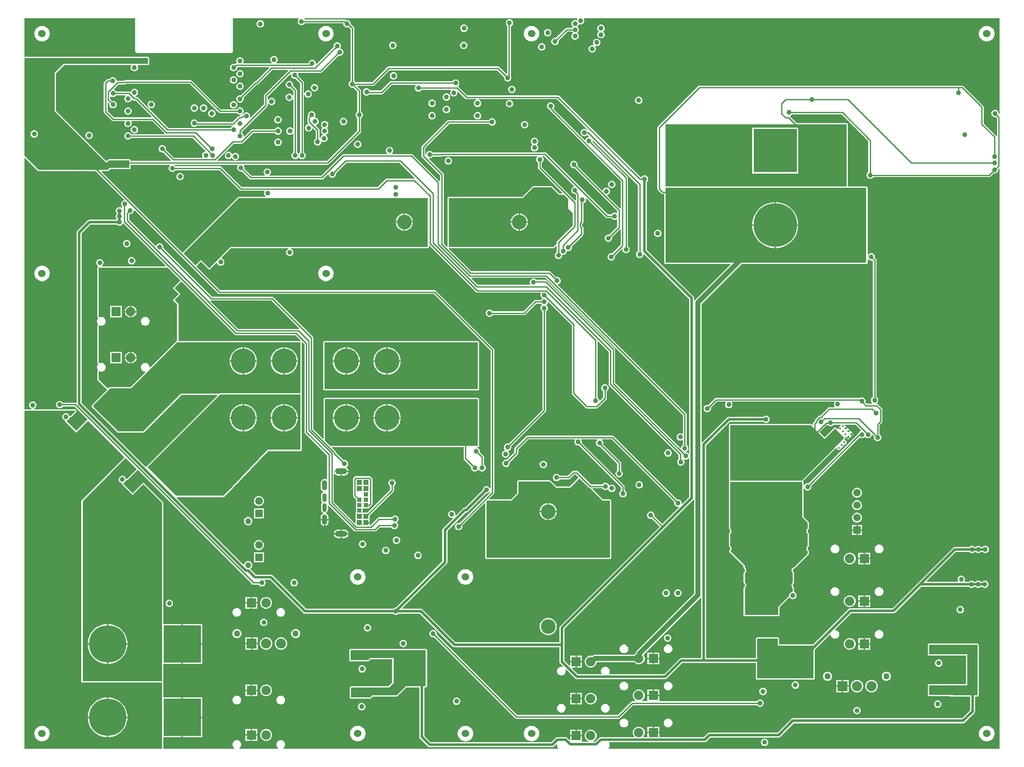
<source format=gbr>
G04*
G04 #@! TF.GenerationSoftware,Altium Limited,Altium Designer,22.4.2 (48)*
G04*
G04 Layer_Physical_Order=4*
G04 Layer_Color=16711680*
%FSLAX25Y25*%
%MOIN*%
G70*
G04*
G04 #@! TF.SameCoordinates,8A872FAA-410F-4403-8CF1-7ADCF920DE35*
G04*
G04*
G04 #@! TF.FilePolarity,Positive*
G04*
G01*
G75*
%ADD10C,0.03937*%
%ADD11C,0.01000*%
%ADD12C,0.01968*%
%ADD13C,0.03937*%
%ADD14C,0.11811*%
%ADD15C,0.01673*%
%ADD16R,0.30000X0.30000*%
%ADD17C,0.30000*%
%ADD18C,0.07500*%
%ADD19R,0.07500X0.07500*%
%ADD20C,0.35000*%
%ADD21R,0.35000X0.35000*%
%ADD22C,0.20000*%
%ADD23C,0.06000*%
%ADD24O,0.04134X0.08268*%
%ADD25R,0.03937X0.03937*%
%ADD26R,0.03347X0.03347*%
%ADD27O,0.03543X0.07087*%
%ADD28O,0.09843X0.04921*%
%ADD29C,0.05000*%
%ADD30C,0.08000*%
%ADD31R,0.08000X0.08000*%
%ADD32C,0.04724*%
%ADD33C,0.06102*%
%ADD34R,0.06102X0.06102*%
%ADD35R,0.05906X0.05906*%
%ADD36C,0.05906*%
%ADD37C,0.01968*%
G36*
X785872Y512178D02*
X785372Y511960D01*
X785223Y512098D01*
X785252Y512208D01*
Y512989D01*
X785050Y513744D01*
X784659Y514421D01*
X784106Y514974D01*
X783429Y515365D01*
X782674Y515567D01*
X781893D01*
X781138Y515365D01*
X780461Y514974D01*
X779908Y514421D01*
X779517Y513744D01*
X779315Y512989D01*
Y512208D01*
X779517Y511453D01*
X779908Y510776D01*
X780461Y510223D01*
X781138Y509832D01*
X781893Y509630D01*
X782674D01*
X783001Y509718D01*
X783872Y508847D01*
Y494186D01*
X783372Y494137D01*
X783346Y494268D01*
X783014Y494764D01*
X773183Y504596D01*
Y517717D01*
X773067Y518302D01*
X772735Y518798D01*
X756987Y534546D01*
X756491Y534877D01*
X755905Y534994D01*
X544488D01*
X543903Y534877D01*
X543407Y534546D01*
X511144Y502283D01*
X510812Y501787D01*
X510696Y501202D01*
Y451948D01*
X510812Y451363D01*
X511144Y450867D01*
X513879Y448131D01*
X514375Y447799D01*
X514961Y447683D01*
X516303D01*
Y392520D01*
X516381Y392129D01*
X516602Y391799D01*
X516933Y391578D01*
X517323Y391500D01*
X569368D01*
X569560Y391038D01*
X541190Y362668D01*
X540714Y362048D01*
X540712Y362043D01*
X540212Y362143D01*
Y364173D01*
X540058Y364947D01*
X539619Y365604D01*
X502417Y402807D01*
Y457667D01*
X502769Y458020D01*
X503160Y458697D01*
X503362Y459452D01*
Y460233D01*
X503160Y460988D01*
X502769Y461665D01*
X502216Y462218D01*
X501540Y462609D01*
X500784Y462811D01*
X500003D01*
X499248Y462609D01*
X498571Y462218D01*
X498018Y461665D01*
X497849Y461372D01*
X497090D01*
X431790Y526672D01*
X431294Y527003D01*
X430709Y527120D01*
X357720D01*
X350688Y534152D01*
X350538Y534252D01*
X350538Y534253D01*
X350497Y534881D01*
X350801Y535185D01*
X351191Y535862D01*
X351394Y536617D01*
Y537399D01*
X351191Y538154D01*
X350801Y538831D01*
X350248Y539383D01*
X349571Y539774D01*
X348816Y539976D01*
X348034D01*
X347279Y539774D01*
X346603Y539383D01*
X346050Y538831D01*
X345881Y538537D01*
X296457D01*
X295871Y538421D01*
X295375Y538089D01*
X288343Y531057D01*
X279541D01*
X279538Y531067D01*
X279147Y531744D01*
X278594Y532297D01*
X277918Y532688D01*
X277163Y532890D01*
X276381D01*
X275626Y532688D01*
X274949Y532297D01*
X274396Y531744D01*
X274005Y531067D01*
X273803Y530312D01*
Y529530D01*
X274005Y528776D01*
X274396Y528099D01*
X274949Y527546D01*
X275626Y527155D01*
X276381Y526953D01*
X277163D01*
X277918Y527155D01*
X278594Y527546D01*
X279047Y527998D01*
X288976D01*
X289562Y528115D01*
X290058Y528446D01*
X297090Y535478D01*
X316006D01*
X316213Y534978D01*
X316128Y534894D01*
X315738Y534217D01*
X315535Y533462D01*
Y532680D01*
X315738Y531925D01*
X316128Y531248D01*
X316681Y530695D01*
X317358Y530305D01*
X318113Y530102D01*
X318895D01*
X319650Y530305D01*
X320327Y530695D01*
X320879Y531248D01*
X321049Y531541D01*
X344353D01*
X344560Y531041D01*
X344475Y530957D01*
X344084Y530280D01*
X343882Y529525D01*
Y528743D01*
X344084Y527988D01*
X344475Y527311D01*
X345028Y526758D01*
X345705Y526368D01*
X346460Y526165D01*
X347241D01*
X347996Y526368D01*
X348673Y526758D01*
X349226Y527311D01*
X349617Y527988D01*
X349819Y528743D01*
Y529525D01*
X349649Y530158D01*
X350081Y530433D01*
X356005Y524509D01*
X356501Y524178D01*
X357087Y524061D01*
X365072D01*
X365138Y523561D01*
X364890Y523495D01*
X364213Y523104D01*
X363660Y522551D01*
X363269Y521874D01*
X363067Y521119D01*
Y520337D01*
X363269Y519583D01*
X363660Y518906D01*
X364213Y518353D01*
X364890Y517962D01*
X365645Y517760D01*
X366426D01*
X367181Y517962D01*
X367858Y518353D01*
X368411Y518906D01*
X368802Y519583D01*
X369004Y520337D01*
Y521119D01*
X368802Y521874D01*
X368411Y522551D01*
X367858Y523104D01*
X367181Y523495D01*
X366933Y523561D01*
X366999Y524061D01*
X430075D01*
X454605Y499532D01*
X454441Y499010D01*
X454360Y499038D01*
X454344Y499067D01*
X453791Y499619D01*
X453114Y500010D01*
X452359Y500213D01*
X451578D01*
X450823Y500010D01*
X450146Y499619D01*
X449593Y499067D01*
X449202Y498390D01*
X449000Y497635D01*
Y496853D01*
X449202Y496098D01*
X449593Y495421D01*
X450146Y494869D01*
X450823Y494478D01*
X451578Y494276D01*
X452359D01*
X453114Y494478D01*
X453791Y494869D01*
X454344Y495421D01*
X454380Y495426D01*
X455715Y494091D01*
X455508Y493590D01*
X455291D01*
X454536Y493388D01*
X453859Y492997D01*
X453306Y492445D01*
X452915Y491768D01*
X452815Y491394D01*
X452257Y491244D01*
X427195Y516307D01*
Y516709D01*
X427569Y517358D01*
X427772Y518113D01*
Y518895D01*
X427569Y519650D01*
X427178Y520327D01*
X426626Y520879D01*
X425949Y521270D01*
X425194Y521472D01*
X424412D01*
X423657Y521270D01*
X422980Y520879D01*
X422428Y520327D01*
X422037Y519650D01*
X421835Y518895D01*
Y518113D01*
X422037Y517358D01*
X422428Y516681D01*
X422980Y516128D01*
X423657Y515738D01*
X424149Y515606D01*
X424252Y515088D01*
X424584Y514592D01*
X481148Y458028D01*
Y436502D01*
X480648Y436295D01*
X470354Y446589D01*
X470504Y447146D01*
X470831Y447234D01*
X471508Y447625D01*
X472060Y448177D01*
X472451Y448854D01*
X472653Y449609D01*
Y450391D01*
X472451Y451146D01*
X472060Y451823D01*
X471508Y452375D01*
X470831Y452766D01*
X470076Y452969D01*
X469294D01*
X468539Y452766D01*
X467862Y452375D01*
X467310Y451823D01*
X466919Y451146D01*
X466831Y450819D01*
X466273Y450669D01*
X446404Y470539D01*
X446530Y471008D01*
Y471790D01*
X446328Y472545D01*
X445937Y473222D01*
X445384Y473774D01*
X444707Y474165D01*
X443952Y474368D01*
X443171D01*
X442416Y474165D01*
X441739Y473774D01*
X441186Y473222D01*
X440795Y472545D01*
X440593Y471790D01*
Y471008D01*
X440795Y470253D01*
X441186Y469576D01*
X441739Y469024D01*
X442416Y468633D01*
X443171Y468431D01*
X443952D01*
X444137Y468480D01*
X478317Y434300D01*
Y432807D01*
X477817Y432518D01*
X477524Y432688D01*
X476769Y432890D01*
X475987D01*
X475232Y432688D01*
X474555Y432297D01*
X474003Y431744D01*
X473833Y431451D01*
X470818D01*
X421431Y480837D01*
X420935Y481169D01*
X420350Y481285D01*
X337186D01*
X336601Y481169D01*
X336433Y481057D01*
X330104D01*
X329935Y481350D01*
X329382Y481903D01*
X328705Y482294D01*
X327950Y482496D01*
X327168D01*
X326413Y482294D01*
X325736Y481903D01*
X325184Y481350D01*
X324793Y480673D01*
X324591Y479918D01*
Y479489D01*
X324091Y479200D01*
X323991Y479258D01*
Y484820D01*
X343370Y504199D01*
X375121D01*
X375290Y503906D01*
X375843Y503353D01*
X376519Y502962D01*
X377274Y502760D01*
X378056D01*
X378811Y502962D01*
X379488Y503353D01*
X380041Y503906D01*
X380432Y504583D01*
X380634Y505337D01*
Y506119D01*
X380432Y506874D01*
X380041Y507551D01*
X379488Y508104D01*
X378811Y508495D01*
X378056Y508697D01*
X377274D01*
X376519Y508495D01*
X375843Y508104D01*
X375290Y507551D01*
X375121Y507258D01*
X342736D01*
X342151Y507141D01*
X341655Y506810D01*
X321380Y486535D01*
X321048Y486039D01*
X320932Y485454D01*
Y478326D01*
X321048Y477741D01*
X321380Y477245D01*
X335872Y462752D01*
Y458262D01*
X335372Y458110D01*
X335333Y458168D01*
X314074Y479428D01*
X313577Y479759D01*
X312992Y479876D01*
X297354D01*
X297236Y480072D01*
X297172Y480376D01*
X297651Y480855D01*
X298042Y481531D01*
X298244Y482286D01*
Y483068D01*
X298042Y483823D01*
X297651Y484500D01*
X297098Y485053D01*
X296421Y485443D01*
X295666Y485646D01*
X294885D01*
X294130Y485443D01*
X293453Y485053D01*
X292900Y484500D01*
X292509Y483823D01*
X292307Y483068D01*
Y482286D01*
X292509Y481531D01*
X292900Y480855D01*
X293379Y480376D01*
X293315Y480072D01*
X293197Y479876D01*
X258268D01*
X257682Y479759D01*
X257186Y479428D01*
X240311Y462553D01*
X198928D01*
X198811Y462749D01*
X198747Y463053D01*
X199226Y463532D01*
X199617Y464209D01*
X199819Y464963D01*
Y465745D01*
X199617Y466500D01*
X199226Y467177D01*
X198673Y467730D01*
X197996Y468120D01*
X197241Y468323D01*
X196460D01*
X195705Y468120D01*
X195028Y467730D01*
X194475Y467177D01*
X194084Y466500D01*
X193882Y465745D01*
Y464963D01*
X194084Y464209D01*
X194475Y463532D01*
X194954Y463053D01*
X194890Y462749D01*
X194772Y462553D01*
X184098D01*
X178471Y468180D01*
X178559Y468507D01*
Y469288D01*
X178357Y470043D01*
X177966Y470720D01*
X177881Y470805D01*
X178088Y471305D01*
X245456D01*
X246041Y471421D01*
X246538Y471753D01*
X271948Y497163D01*
X272279Y497659D01*
X272395Y498244D01*
Y508873D01*
X272689Y509042D01*
X273241Y509595D01*
X273632Y510272D01*
X273835Y511026D01*
Y511808D01*
X273632Y512563D01*
X273241Y513240D01*
X272689Y513793D01*
X272395Y513962D01*
Y530709D01*
X272279Y531294D01*
X271948Y531790D01*
X269509Y534229D01*
X269700Y534691D01*
X281890D01*
X282475Y534807D01*
X282971Y535139D01*
X295122Y547290D01*
X382044D01*
X387383Y541950D01*
X387295Y541623D01*
Y540841D01*
X387498Y540086D01*
X387889Y539409D01*
X388441Y538857D01*
X389118Y538466D01*
X389873Y538264D01*
X390655D01*
X391410Y538466D01*
X392087Y538857D01*
X392639Y539409D01*
X393030Y540086D01*
X393232Y540841D01*
Y541623D01*
X393030Y542378D01*
X392868Y542659D01*
Y582664D01*
X392878Y582667D01*
X393555Y583058D01*
X394108Y583610D01*
X394498Y584287D01*
X394701Y585042D01*
Y585824D01*
X394498Y586579D01*
X394108Y587256D01*
X393555Y587809D01*
X392878Y588199D01*
X392123Y588402D01*
X391341D01*
X390586Y588199D01*
X389910Y587809D01*
X389357Y587256D01*
X388966Y586579D01*
X388764Y585824D01*
Y585042D01*
X388966Y584287D01*
X389357Y583610D01*
X389809Y583158D01*
Y544557D01*
X389309Y544350D01*
X383759Y549900D01*
X383262Y550232D01*
X382677Y550348D01*
X294488D01*
X293903Y550232D01*
X293407Y549900D01*
X281256Y537750D01*
X267899D01*
X267730Y538043D01*
X267177Y538596D01*
X266884Y538765D01*
Y581102D01*
X266767Y581688D01*
X266436Y582184D01*
X263992Y584627D01*
Y585111D01*
X263790Y585866D01*
X263399Y586543D01*
X262846Y587096D01*
X262169Y587487D01*
X261414Y587689D01*
X260633D01*
X260241Y587584D01*
X260129Y587696D01*
X259633Y588027D01*
X259048Y588144D01*
X226975D01*
X226825Y588368D01*
X226785Y588437D01*
X226765Y588456D01*
X226708Y588542D01*
X226907Y589022D01*
X446010D01*
X446299Y588522D01*
X446130Y588229D01*
X446057Y587958D01*
X445634Y587625D01*
X445504Y587659D01*
X444879Y587827D01*
X444097D01*
X443342Y587625D01*
X442665Y587234D01*
X442113Y586681D01*
X441722Y586004D01*
X441520Y585249D01*
Y584468D01*
X441722Y583712D01*
X442113Y583036D01*
X442417Y582731D01*
X442612Y582390D01*
X442417Y582049D01*
X442113Y581744D01*
X441944Y581451D01*
X437795D01*
X437210Y581334D01*
X436714Y581003D01*
X429064Y573353D01*
X428737Y573441D01*
X427956D01*
X427201Y573239D01*
X426524Y572848D01*
X425971Y572295D01*
X425580Y571618D01*
X425378Y570863D01*
Y570082D01*
X425580Y569327D01*
X425971Y568650D01*
X426524Y568097D01*
X427201Y567706D01*
X427956Y567504D01*
X428737D01*
X429492Y567706D01*
X430169Y568097D01*
X430722Y568650D01*
X431113Y569327D01*
X431315Y570082D01*
Y570863D01*
X431227Y571190D01*
X438429Y578392D01*
X441944D01*
X442113Y578099D01*
X442532Y577679D01*
X442617Y577362D01*
X442532Y577045D01*
X442113Y576626D01*
X441722Y575949D01*
X441520Y575194D01*
Y574412D01*
X441722Y573657D01*
X442113Y572980D01*
X442665Y572428D01*
X443342Y572037D01*
X444097Y571835D01*
X444879D01*
X445634Y572037D01*
X446311Y572428D01*
X446864Y572980D01*
X447254Y573657D01*
X447457Y574412D01*
Y575194D01*
X447254Y575949D01*
X446864Y576626D01*
X446444Y577045D01*
X446360Y577362D01*
X446444Y577679D01*
X446864Y578099D01*
X447254Y578776D01*
X447457Y579530D01*
Y580312D01*
X447254Y581067D01*
X446864Y581744D01*
X446559Y582049D01*
X446364Y582390D01*
X446559Y582731D01*
X446864Y583036D01*
X447254Y583712D01*
X447327Y583983D01*
X447750Y584316D01*
X447880Y584282D01*
X448505Y584114D01*
X449287D01*
X450041Y584316D01*
X450718Y584707D01*
X451271Y585260D01*
X451662Y585937D01*
X451864Y586692D01*
Y587473D01*
X451662Y588229D01*
X451493Y588522D01*
X451781Y589022D01*
X785872D01*
Y512178D01*
D02*
G37*
G36*
X222119Y588522D02*
X222034Y588437D01*
X221643Y587760D01*
X221441Y587005D01*
Y586223D01*
X221643Y585468D01*
X222034Y584792D01*
X222587Y584239D01*
X223264Y583848D01*
X224019Y583646D01*
X224800D01*
X225555Y583848D01*
X226232Y584239D01*
X226785Y584792D01*
X226954Y585085D01*
X258055D01*
Y584330D01*
X258257Y583575D01*
X258648Y582898D01*
X259201Y582345D01*
X259878Y581954D01*
X260633Y581752D01*
X261414D01*
X262169Y581954D01*
X262277Y582017D01*
X263825Y580469D01*
Y538765D01*
X263532Y538596D01*
X262979Y538043D01*
X262588Y537366D01*
X262386Y536611D01*
Y535830D01*
X262588Y535075D01*
X262979Y534398D01*
X263532Y533845D01*
X264209Y533454D01*
X264964Y533252D01*
X265745D01*
X266072Y533340D01*
X269337Y530075D01*
Y513962D01*
X269043Y513793D01*
X268491Y513240D01*
X268100Y512563D01*
X267898Y511808D01*
Y511026D01*
X268100Y510272D01*
X268491Y509595D01*
X269043Y509042D01*
X269337Y508873D01*
Y498878D01*
X244823Y474364D01*
X156708D01*
X156516Y474826D01*
X169925Y488234D01*
X176378D01*
X176963Y488351D01*
X177459Y488682D01*
X185673Y496896D01*
X202967D01*
X203136Y496602D01*
X203689Y496050D01*
X204366Y495659D01*
X205121Y495457D01*
X205903D01*
X206658Y495659D01*
X207334Y496050D01*
X207887Y496602D01*
X208278Y497279D01*
X208480Y498034D01*
Y498816D01*
X208278Y499571D01*
X207887Y500248D01*
X207334Y500801D01*
X206658Y501191D01*
X205903Y501394D01*
X205121D01*
X204366Y501191D01*
X203689Y500801D01*
X203136Y500248D01*
X202967Y499955D01*
X185039D01*
X184454Y499838D01*
X183958Y499507D01*
X178392Y493940D01*
X178181Y493992D01*
X177910Y494166D01*
Y494840D01*
X177708Y495595D01*
X177317Y496272D01*
X176765Y496824D01*
X176471Y496994D01*
Y497930D01*
X196751Y518210D01*
X197082Y518706D01*
X197199Y519291D01*
Y520719D01*
X197699Y520853D01*
X198018Y520299D01*
X198571Y519746D01*
X199248Y519356D01*
X200003Y519153D01*
X200784D01*
X201539Y519356D01*
X202216Y519746D01*
X202769Y520299D01*
X203160Y520976D01*
X203362Y521731D01*
Y522513D01*
X203160Y523268D01*
X202769Y523945D01*
X202216Y524497D01*
X201539Y524888D01*
X200784Y525090D01*
X200003D01*
X199248Y524888D01*
X198571Y524497D01*
X198018Y523945D01*
X197699Y523391D01*
X197199Y523525D01*
Y526138D01*
X215623Y544563D01*
X216072Y544304D01*
X215929Y543773D01*
Y542991D01*
X216131Y542236D01*
X216522Y541559D01*
X217075Y541007D01*
X217752Y540616D01*
X218507Y540413D01*
X219288D01*
X219616Y540501D01*
X223274Y536843D01*
Y481285D01*
X222980Y481116D01*
X222428Y480563D01*
X222297Y480337D01*
X221797D01*
X221667Y480563D01*
X221114Y481116D01*
X220821Y481285D01*
Y531239D01*
X220704Y531824D01*
X220373Y532320D01*
X217585Y535109D01*
X217672Y535436D01*
Y536217D01*
X217470Y536972D01*
X217079Y537649D01*
X216526Y538202D01*
X215849Y538593D01*
X215094Y538795D01*
X214313D01*
X213558Y538593D01*
X212881Y538202D01*
X212328Y537649D01*
X211937Y536972D01*
X211735Y536217D01*
Y535436D01*
X211937Y534681D01*
X212328Y534004D01*
X212881Y533451D01*
X213558Y533060D01*
X214313Y532858D01*
X215094D01*
X215422Y532946D01*
X217762Y530606D01*
Y527230D01*
X217262Y527097D01*
X217079Y527413D01*
X216526Y527966D01*
X215849Y528357D01*
X215094Y528559D01*
X214313D01*
X213558Y528357D01*
X212881Y527966D01*
X212328Y527413D01*
X211937Y526736D01*
X211735Y525981D01*
Y525200D01*
X211937Y524445D01*
X212328Y523768D01*
X212881Y523215D01*
X213558Y522824D01*
X214313Y522622D01*
X215094D01*
X215849Y522824D01*
X216526Y523215D01*
X217079Y523768D01*
X217262Y524084D01*
X217762Y523950D01*
Y500666D01*
X217262Y500459D01*
X216920Y500801D01*
X216243Y501191D01*
X215488Y501394D01*
X214707D01*
X213952Y501191D01*
X213275Y500801D01*
X212722Y500248D01*
X212331Y499571D01*
X212129Y498816D01*
Y498034D01*
X212331Y497279D01*
X212722Y496602D01*
X213275Y496050D01*
X213952Y495659D01*
X214707Y495457D01*
X215488D01*
X216243Y495659D01*
X216920Y496050D01*
X217262Y496392D01*
X217762Y496184D01*
Y481285D01*
X217469Y481116D01*
X216916Y480563D01*
X216525Y479886D01*
X216323Y479131D01*
Y478349D01*
X216525Y477594D01*
X216916Y476918D01*
X217469Y476365D01*
X218145Y475974D01*
X218900Y475772D01*
X219682D01*
X220437Y475974D01*
X221114Y476365D01*
X221667Y476918D01*
X221797Y477143D01*
X222297D01*
X222428Y476918D01*
X222980Y476365D01*
X223657Y475974D01*
X224412Y475772D01*
X225194D01*
X225949Y475974D01*
X226626Y476365D01*
X227179Y476918D01*
X227569Y477594D01*
X227772Y478349D01*
Y479131D01*
X227569Y479886D01*
X227179Y480563D01*
X226626Y481116D01*
X226332Y481285D01*
Y527510D01*
X226833Y527575D01*
X226986Y527004D01*
X227377Y526327D01*
X227929Y525774D01*
X228606Y525383D01*
X229361Y525181D01*
X230143D01*
X230898Y525383D01*
X231575Y525774D01*
X232127Y526327D01*
X232518Y527004D01*
X232720Y527759D01*
Y528540D01*
X232518Y529295D01*
X232127Y529972D01*
X231575Y530525D01*
X230898Y530916D01*
X230143Y531118D01*
X229361D01*
X228606Y530916D01*
X227929Y530525D01*
X227377Y529972D01*
X226986Y529295D01*
X226833Y528723D01*
X226332Y528789D01*
Y537476D01*
X226216Y538062D01*
X225885Y538558D01*
X221778Y542664D01*
X221866Y542991D01*
Y543773D01*
X221664Y544528D01*
X221495Y544821D01*
X221783Y545321D01*
X239764D01*
X240349Y545437D01*
X240845Y545769D01*
X254090Y559013D01*
X254727Y558843D01*
X255509D01*
X256264Y559045D01*
X256941Y559436D01*
X257493Y559988D01*
X257884Y560665D01*
X258087Y561420D01*
Y562202D01*
X257884Y562957D01*
X257493Y563634D01*
X256941Y564186D01*
X256264Y564577D01*
X255821Y564696D01*
X255740Y564809D01*
X255613Y565259D01*
X255916Y565783D01*
X256118Y566538D01*
Y567320D01*
X255916Y568075D01*
X255525Y568752D01*
X254972Y569305D01*
X254295Y569695D01*
X253540Y569898D01*
X252759D01*
X252004Y569695D01*
X251327Y569305D01*
X250774Y568752D01*
X250383Y568075D01*
X250181Y567320D01*
Y566538D01*
X250269Y566211D01*
X236539Y552482D01*
X236039Y552689D01*
Y553147D01*
X235837Y553902D01*
X235446Y554579D01*
X234894Y555131D01*
X234217Y555522D01*
X233462Y555724D01*
X232680D01*
X231925Y555522D01*
X231248Y555131D01*
X230696Y554579D01*
X230305Y553902D01*
X230102Y553147D01*
Y552954D01*
X204188D01*
X204054Y553454D01*
X204185Y553530D01*
X204738Y554083D01*
X205128Y554760D01*
X205331Y555515D01*
Y556296D01*
X205128Y557051D01*
X204738Y557728D01*
X204185Y558281D01*
X203508Y558672D01*
X202753Y558874D01*
X201971D01*
X201216Y558672D01*
X200539Y558281D01*
X199987Y557728D01*
X199596Y557051D01*
X199394Y556296D01*
Y555515D01*
X199596Y554760D01*
X199987Y554083D01*
X200539Y553530D01*
X200671Y553454D01*
X200537Y552954D01*
X177828D01*
X177539Y553454D01*
X177708Y553748D01*
X177910Y554503D01*
Y555284D01*
X177708Y556039D01*
X177317Y556716D01*
X176765Y557269D01*
X176088Y557660D01*
X175333Y557862D01*
X174551D01*
X173796Y557660D01*
X173119Y557269D01*
X172566Y556716D01*
X172176Y556039D01*
X171973Y555284D01*
Y554503D01*
X172176Y553748D01*
X172345Y553454D01*
X172056Y552954D01*
X171846D01*
X171260Y552838D01*
X170764Y552506D01*
X170571Y552313D01*
X170182Y552417D01*
X169401D01*
X168646Y552215D01*
X167969Y551824D01*
X167416Y551271D01*
X167025Y550595D01*
X166823Y549840D01*
Y549058D01*
X167025Y548303D01*
X167416Y547626D01*
X167969Y547073D01*
X168646Y546683D01*
X169401Y546480D01*
X170182D01*
X170937Y546683D01*
X171614Y547073D01*
X172167Y547626D01*
X172557Y548303D01*
X172760Y549058D01*
Y549840D01*
X172803Y549896D01*
X198413D01*
X198605Y549434D01*
X187936Y538765D01*
X187729D01*
X187143Y538649D01*
X186647Y538317D01*
X175520Y527190D01*
X175333Y527240D01*
X174551D01*
X173796Y527038D01*
X173119Y526647D01*
X172566Y526094D01*
X172176Y525418D01*
X171973Y524662D01*
Y523881D01*
X172176Y523126D01*
X172566Y522449D01*
X173119Y521896D01*
X173796Y521505D01*
X174551Y521303D01*
X175333D01*
X176088Y521505D01*
X176765Y521896D01*
X177317Y522449D01*
X177708Y523126D01*
X177910Y523881D01*
Y524662D01*
X177785Y525129D01*
X188362Y535706D01*
X188569D01*
X189155Y535823D01*
X189651Y536154D01*
X201030Y547534D01*
X213615D01*
X213806Y547072D01*
X194588Y527853D01*
X194256Y527357D01*
X194140Y526772D01*
Y519925D01*
X183363Y509148D01*
X182931Y509423D01*
X183101Y510056D01*
Y510838D01*
X182898Y511593D01*
X182508Y512270D01*
X181955Y512822D01*
X181278Y513213D01*
X180523Y513416D01*
X179741D01*
X178986Y513213D01*
X178309Y512822D01*
X177757Y512270D01*
X177385Y511627D01*
X177206Y511627D01*
X176989Y511673D01*
X176850Y512159D01*
X177317Y512626D01*
X177708Y513303D01*
X177910Y514058D01*
Y514840D01*
X177708Y515595D01*
X177317Y516271D01*
X176765Y516824D01*
X176088Y517215D01*
X175333Y517417D01*
X174551D01*
X173796Y517215D01*
X173119Y516824D01*
X172566Y516271D01*
X172397Y515978D01*
X159413D01*
X136392Y538999D01*
X135896Y539330D01*
X135311Y539447D01*
X82600D01*
X82015Y539330D01*
X81518Y538999D01*
X81450Y538931D01*
X76591D01*
X76135Y538840D01*
X75635Y539122D01*
Y539199D01*
X75433Y539954D01*
X75042Y540631D01*
X74489Y541184D01*
X73812Y541574D01*
X73057Y541777D01*
X72276D01*
X71521Y541574D01*
X70844Y541184D01*
X70291Y540631D01*
X70122Y540338D01*
X68729D01*
X68144Y540221D01*
X67648Y539889D01*
X65848Y538089D01*
X65516Y537593D01*
X65400Y537008D01*
Y513813D01*
X65516Y513228D01*
X65848Y512732D01*
X71744Y506836D01*
X72240Y506504D01*
X72825Y506388D01*
X82015D01*
X82304Y505888D01*
X82134Y505595D01*
X81932Y504840D01*
Y504058D01*
X82134Y503303D01*
X82525Y502626D01*
X83078Y502073D01*
X83755Y501683D01*
X84510Y501480D01*
X85291D01*
X86046Y501683D01*
X86723Y502073D01*
X87276Y502626D01*
X87667Y503303D01*
X87869Y504058D01*
Y504840D01*
X87667Y505595D01*
X87497Y505888D01*
X87786Y506388D01*
X104441D01*
X114351Y496478D01*
X114144Y495978D01*
X87445D01*
X87276Y496272D01*
X86723Y496824D01*
X86046Y497215D01*
X85291Y497417D01*
X84510D01*
X83755Y497215D01*
X83078Y496824D01*
X82525Y496272D01*
X82134Y495595D01*
X81932Y494840D01*
Y494058D01*
X82134Y493303D01*
X82525Y492626D01*
X83078Y492073D01*
X83755Y491683D01*
X84510Y491480D01*
X85291D01*
X86046Y491683D01*
X86723Y492073D01*
X87276Y492626D01*
X87445Y492919D01*
X136808D01*
X147341Y482386D01*
X147149Y481924D01*
X147030D01*
X146275Y481722D01*
X145599Y481331D01*
X145046Y480778D01*
X144655Y480101D01*
X144453Y479347D01*
Y478565D01*
X144655Y477810D01*
X144857Y477460D01*
X144569Y476960D01*
X121731D01*
X115302Y483388D01*
X115390Y483715D01*
Y484497D01*
X115188Y485252D01*
X114797Y485929D01*
X114244Y486482D01*
X113567Y486872D01*
X112812Y487075D01*
X112030D01*
X111275Y486872D01*
X110599Y486482D01*
X110046Y485929D01*
X109655Y485252D01*
X109453Y484497D01*
Y483715D01*
X109655Y482961D01*
X110046Y482284D01*
X110599Y481731D01*
X111275Y481340D01*
X112030Y481138D01*
X112812D01*
X113139Y481225D01*
X119539Y474826D01*
X119348Y474364D01*
X86846D01*
Y474803D01*
X86769Y475193D01*
X86548Y475524D01*
X86217Y475745D01*
X85827Y475823D01*
X69685D01*
X69295Y475745D01*
X68964Y475524D01*
X68034Y474594D01*
X67399D01*
X27004Y514989D01*
Y544853D01*
X33493Y551343D01*
X87139D01*
X87428Y550843D01*
X87285Y550595D01*
X87083Y549840D01*
Y549058D01*
X87285Y548303D01*
X87676Y547626D01*
X88228Y547073D01*
X88905Y546683D01*
X89660Y546480D01*
X90442D01*
X91197Y546683D01*
X91874Y547073D01*
X92427Y547626D01*
X92817Y548303D01*
X93020Y549058D01*
Y549840D01*
X92817Y550595D01*
X92674Y550843D01*
X92963Y551343D01*
X100787D01*
X101178Y551420D01*
X101508Y551641D01*
X101729Y551972D01*
X101807Y552362D01*
Y557087D01*
X101729Y557477D01*
X101508Y557808D01*
X101178Y558029D01*
X100787Y558106D01*
X1529D01*
Y589022D01*
X90597D01*
Y562992D01*
X90713Y562407D01*
X91044Y561911D01*
X91438Y561517D01*
X91934Y561186D01*
X92520Y561069D01*
X167717D01*
X168302Y561186D01*
X168798Y561517D01*
X169130Y562013D01*
X169246Y562598D01*
Y589022D01*
X221912D01*
X222119Y588522D01*
D02*
G37*
G36*
X100787Y552362D02*
X90648D01*
X90442Y552417D01*
X89660D01*
X89455Y552362D01*
X33071D01*
X25984Y545276D01*
Y514567D01*
X67716Y472835D01*
X69685Y474803D01*
X85827D01*
Y468898D01*
X70079D01*
X68504Y467323D01*
X12992Y467323D01*
X1529Y478786D01*
Y557087D01*
X100787D01*
Y552362D01*
D02*
G37*
G36*
X82964Y526711D02*
X82525Y526271D01*
X82134Y525595D01*
X81932Y524840D01*
Y524058D01*
X82134Y523303D01*
X82525Y522626D01*
X83078Y522073D01*
X83755Y521683D01*
X84510Y521480D01*
X85291D01*
X86046Y521683D01*
X86723Y522073D01*
X87276Y522626D01*
X87667Y523303D01*
X87754Y523630D01*
X88312Y523780D01*
X88764Y523328D01*
X89260Y522997D01*
X89845Y522880D01*
X91099D01*
X104070Y509909D01*
X103879Y509447D01*
X73459D01*
X68458Y514447D01*
Y521245D01*
X68920Y521436D01*
X69954Y520403D01*
X69866Y520076D01*
Y519294D01*
X70068Y518539D01*
X70459Y517862D01*
X71012Y517310D01*
X71689Y516919D01*
X72444Y516716D01*
X73225D01*
X73980Y516919D01*
X74657Y517310D01*
X75210Y517862D01*
X75601Y518539D01*
X75803Y519294D01*
Y520076D01*
X75601Y520831D01*
X75210Y521508D01*
X74657Y522060D01*
X73980Y522451D01*
X73225Y522653D01*
X72444D01*
X72117Y522566D01*
X70427Y524256D01*
Y526243D01*
X70927Y526450D01*
X71012Y526365D01*
X71689Y525974D01*
X72444Y525772D01*
X73225D01*
X73980Y525974D01*
X74657Y526365D01*
X75210Y526918D01*
X75379Y527211D01*
X82804D01*
X82964Y526711D01*
D02*
G37*
G36*
X157698Y513367D02*
X158194Y513036D01*
X158780Y512919D01*
X172397D01*
X172566Y512626D01*
X173119Y512073D01*
X173796Y511683D01*
X174551Y511480D01*
X175219D01*
X175243Y511441D01*
X175367Y510968D01*
X174871Y510637D01*
X174819Y510584D01*
X174303D01*
X173718Y510468D01*
X173221Y510137D01*
X168945Y505860D01*
X140958D01*
X140955Y505870D01*
X140564Y506547D01*
X140012Y507100D01*
X139335Y507491D01*
X138580Y507693D01*
X137798D01*
X137043Y507491D01*
X136366Y507100D01*
X135814Y506547D01*
X135423Y505870D01*
X135221Y505115D01*
Y504334D01*
X135423Y503579D01*
X135814Y502902D01*
X136366Y502349D01*
X137043Y501958D01*
X137798Y501756D01*
X138580D01*
X139335Y501958D01*
X140012Y502349D01*
X140464Y502801D01*
X168902D01*
X168968Y502301D01*
X168646Y502215D01*
X167969Y501824D01*
X167416Y501271D01*
X167247Y500978D01*
X117326D01*
X92814Y525491D01*
X92318Y525822D01*
X91732Y525939D01*
X90904D01*
X90820Y526064D01*
X91035Y526639D01*
X91197Y526683D01*
X91874Y527073D01*
X92427Y527626D01*
X92817Y528303D01*
X93020Y529058D01*
Y529840D01*
X92817Y530595D01*
X92427Y531272D01*
X91874Y531824D01*
X91197Y532215D01*
X90442Y532417D01*
X89660D01*
X88905Y532215D01*
X88228Y531824D01*
X87676Y531272D01*
X87285Y530595D01*
X87125Y529999D01*
X86623Y529795D01*
X86596Y529822D01*
X86100Y530153D01*
X85514Y530269D01*
X75379D01*
X75210Y530563D01*
X74657Y531116D01*
X73980Y531506D01*
X73653Y531594D01*
X73504Y532152D01*
X77224Y535872D01*
X82084D01*
X82669Y535989D01*
X83165Y536320D01*
X83233Y536388D01*
X134678D01*
X157698Y513367D01*
D02*
G37*
G36*
X414080Y477727D02*
X413766Y477413D01*
X413376Y476736D01*
X413173Y475981D01*
Y475200D01*
X413376Y474445D01*
X413766Y473768D01*
X414319Y473215D01*
X414612Y473046D01*
Y468898D01*
X414729Y468312D01*
X415060Y467816D01*
X434151Y448726D01*
X433959Y448264D01*
X431918Y448264D01*
X426311Y453871D01*
X425981Y454092D01*
X425591Y454169D01*
X411024D01*
X410633Y454092D01*
X410303Y453871D01*
X401940Y445508D01*
X342913D01*
X342523Y445430D01*
X342192Y445209D01*
X341971Y444878D01*
X341894Y444488D01*
Y405464D01*
X341394Y405257D01*
X338931Y407720D01*
Y463386D01*
X338814Y463971D01*
X338483Y464467D01*
X326814Y476136D01*
X327073Y476585D01*
X327168Y476559D01*
X327950D01*
X328705Y476761D01*
X329382Y477152D01*
X329935Y477705D01*
X330104Y477998D01*
X336958D01*
X337543Y478115D01*
X337711Y478227D01*
X413873D01*
X414080Y477727D01*
D02*
G37*
G36*
X315515Y460669D02*
X315409Y460353D01*
X315286Y460191D01*
X292913D01*
X292328Y460074D01*
X291832Y459743D01*
X285587Y453498D01*
X176224D01*
X160137Y469585D01*
X159640Y469917D01*
X159055Y470033D01*
X123017D01*
X122848Y470327D01*
X122369Y470805D01*
X122433Y471110D01*
X122551Y471305D01*
X173093D01*
X173300Y470805D01*
X173215Y470720D01*
X172824Y470043D01*
X172622Y469288D01*
Y468507D01*
X172824Y467752D01*
X173215Y467075D01*
X173768Y466522D01*
X174445Y466131D01*
X175200Y465929D01*
X175981D01*
X176309Y466017D01*
X182383Y459942D01*
X182879Y459611D01*
X183465Y459494D01*
X240945D01*
X241530Y459611D01*
X242026Y459942D01*
X245782Y463698D01*
X246244Y463507D01*
Y463389D01*
X246446Y462634D01*
X246837Y461957D01*
X247390Y461404D01*
X248067Y461013D01*
X248822Y460811D01*
X249603D01*
X250358Y461013D01*
X251035Y461404D01*
X251588Y461957D01*
X251979Y462634D01*
X252181Y463389D01*
Y464170D01*
X252093Y464498D01*
X260476Y472880D01*
X303304D01*
X315515Y460669D01*
D02*
G37*
G36*
X662992Y453776D02*
X517323D01*
Y503937D01*
X662992D01*
Y453776D01*
D02*
G37*
G36*
X443744Y454199D02*
X443595Y453641D01*
X443268Y453554D01*
X442591Y453163D01*
X442038Y452610D01*
X441647Y451933D01*
X441445Y451178D01*
Y450397D01*
X441647Y449642D01*
X442038Y448965D01*
X442591Y448412D01*
X443268Y448021D01*
X444023Y447819D01*
X444481D01*
X445207Y447092D01*
Y442702D01*
X444707Y442495D01*
X417671Y469531D01*
Y473046D01*
X417964Y473215D01*
X418517Y473768D01*
X418908Y474445D01*
X419110Y475200D01*
Y475981D01*
X418908Y476736D01*
X418517Y477413D01*
X418204Y477727D01*
X418411Y478227D01*
X419716D01*
X443744Y454199D01*
D02*
G37*
G36*
X12271Y466602D02*
X12602Y466381D01*
X12992Y466303D01*
X58699Y466303D01*
X81791Y443212D01*
X81633Y442663D01*
X81138Y442530D01*
X80461Y442139D01*
X79908Y441586D01*
X79517Y440910D01*
X79315Y440155D01*
Y439373D01*
X79517Y438618D01*
X79908Y437941D01*
X80360Y437489D01*
Y436750D01*
X79860Y436543D01*
X79776Y436627D01*
X79099Y437018D01*
X78344Y437220D01*
X77562D01*
X76807Y437018D01*
X76130Y436627D01*
X75577Y436075D01*
X75187Y435398D01*
X74984Y434643D01*
Y433861D01*
X75187Y433106D01*
X75577Y432429D01*
X75930Y432077D01*
Y431899D01*
X75577Y431547D01*
X75187Y430870D01*
X74984Y430115D01*
Y429334D01*
X75187Y428579D01*
X75577Y427902D01*
X75759Y427720D01*
X75552Y427220D01*
X53937D01*
X53163Y427066D01*
X52506Y426627D01*
X44239Y418360D01*
X43800Y417703D01*
X43646Y416929D01*
Y279999D01*
X43146Y279732D01*
X43105Y279759D01*
X42520Y279876D01*
X32466D01*
X32297Y280169D01*
X31744Y280722D01*
X31067Y281113D01*
X30312Y281315D01*
X29531D01*
X28776Y281113D01*
X28099Y280722D01*
X27546Y280169D01*
X27155Y279492D01*
X26953Y278737D01*
Y277956D01*
X27155Y277201D01*
X27546Y276524D01*
X28099Y275971D01*
X28776Y275580D01*
X29531Y275378D01*
X30312D01*
X31067Y275580D01*
X31744Y275971D01*
X32297Y276524D01*
X32466Y276817D01*
X41886D01*
X52144Y266559D01*
X52133Y266376D01*
X52016Y265980D01*
X51942Y265929D01*
X51781Y265822D01*
X43307Y257347D01*
X35593Y265061D01*
X35735Y265590D01*
X35807Y265636D01*
X36185Y265738D01*
X36862Y266128D01*
X37415Y266681D01*
X37806Y267358D01*
X37907Y267736D01*
X38155Y268123D01*
X38454Y268143D01*
X38520Y268156D01*
X38587Y268152D01*
X38713Y268195D01*
X38844Y268220D01*
X38900Y268258D01*
X38964Y268280D01*
X39064Y268367D01*
X39175Y268442D01*
X43172Y272439D01*
X43393Y272770D01*
X43471Y273160D01*
X43393Y273550D01*
X43202Y274012D01*
X43202Y274012D01*
X42981Y274343D01*
X42650Y274564D01*
X42260Y274642D01*
X9312Y274642D01*
X9246Y275142D01*
X9414Y275186D01*
X10090Y275577D01*
X10643Y276130D01*
X11034Y276807D01*
X11236Y277562D01*
Y278344D01*
X11034Y279099D01*
X10643Y279776D01*
X10090Y280328D01*
X9414Y280719D01*
X8659Y280921D01*
X7877D01*
X7122Y280719D01*
X6445Y280328D01*
X5892Y279776D01*
X5502Y279099D01*
X5299Y278344D01*
Y277562D01*
X5502Y276807D01*
X5892Y276130D01*
X6445Y275577D01*
X7122Y275186D01*
X7289Y275142D01*
X7224Y274642D01*
X1529D01*
Y476690D01*
X1991Y476882D01*
X12271Y466602D01*
D02*
G37*
G36*
X157186Y367816D02*
X157682Y367485D01*
X158268Y367368D01*
X330863D01*
X376423Y321807D01*
Y211246D01*
X375923Y211112D01*
X375604Y211665D01*
X375051Y212218D01*
X374374Y212609D01*
X373619Y212811D01*
X372837D01*
X372082Y212609D01*
X371406Y212218D01*
X370853Y211665D01*
X370462Y210988D01*
X370260Y210233D01*
Y209735D01*
X356060Y195536D01*
X355717D01*
X354943Y195382D01*
X354287Y194943D01*
X348634Y189291D01*
X348186Y189549D01*
X348244Y189767D01*
Y190548D01*
X348042Y191303D01*
X347651Y191980D01*
X347098Y192533D01*
X346421Y192924D01*
X345666Y193126D01*
X344885D01*
X344130Y192924D01*
X343453Y192533D01*
X342900Y191980D01*
X342509Y191303D01*
X342307Y190548D01*
Y189767D01*
X342509Y189012D01*
X342900Y188335D01*
X343453Y187782D01*
X344130Y187391D01*
X344885Y187189D01*
X345666D01*
X345884Y187247D01*
X346143Y186799D01*
X338333Y178990D01*
X337895Y178333D01*
X337741Y177559D01*
Y152413D01*
X300501Y115173D01*
X300003D01*
X299248Y114971D01*
X298571Y114580D01*
X298219Y114228D01*
X228003D01*
X201431Y140801D01*
X200774Y141239D01*
X200000Y141393D01*
X187846D01*
X183316Y145923D01*
X183381Y146419D01*
X183561Y146522D01*
X184186Y147148D01*
X184629Y147915D01*
X184858Y148770D01*
Y149655D01*
X184629Y150510D01*
X184186Y151277D01*
X183561Y151903D01*
X182794Y152346D01*
X181939Y152575D01*
X181053D01*
X180198Y152346D01*
X179432Y151903D01*
X178806Y151277D01*
X178363Y150510D01*
X178206Y149924D01*
X177653Y149770D01*
X123931Y203492D01*
X124138Y203992D01*
X161963D01*
X161976Y203995D01*
X161989Y203993D01*
X162171Y204033D01*
X162354Y204070D01*
X162364Y204077D01*
X162377Y204080D01*
X162529Y204187D01*
X162684Y204291D01*
X162691Y204302D01*
X162702Y204309D01*
X197594Y241000D01*
X223622D01*
X224012Y241078D01*
X224343Y241299D01*
X224564Y241630D01*
X224642Y242020D01*
Y286508D01*
X224564Y286898D01*
X224479Y287025D01*
X224564Y287151D01*
X224564Y287153D01*
X224565Y287155D01*
X224603Y287347D01*
X224642Y287541D01*
X224642Y328346D01*
X224630Y328406D01*
X225091Y328652D01*
X226817Y326926D01*
Y256299D01*
X226934Y255714D01*
X227265Y255218D01*
X245030Y237453D01*
Y218320D01*
X244581Y218099D01*
X244539Y218132D01*
X243793Y218441D01*
X242992Y218546D01*
X242192Y218441D01*
X241445Y218132D01*
X240805Y217640D01*
X240313Y216999D01*
X240004Y216253D01*
X239899Y215453D01*
Y211319D01*
X240004Y210518D01*
X240313Y209772D01*
X240805Y209132D01*
X241445Y208640D01*
X241958Y208428D01*
Y207887D01*
X241594Y207736D01*
X241015Y207292D01*
X240571Y206713D01*
X240292Y206038D01*
X240196Y205315D01*
Y201772D01*
X240292Y201048D01*
X240571Y200374D01*
X240893Y199954D01*
X241015Y199418D01*
X240571Y198839D01*
X240292Y198164D01*
X240197Y197441D01*
Y193898D01*
X240292Y193174D01*
X240571Y192500D01*
X241015Y191921D01*
X241594Y191477D01*
X241958Y191326D01*
X241958Y190785D01*
X241445Y190573D01*
X240805Y190081D01*
X240313Y189440D01*
X240004Y188694D01*
X239899Y187894D01*
Y186327D01*
X242992D01*
X246086D01*
Y187894D01*
X245980Y188694D01*
X245671Y189440D01*
X245180Y190081D01*
X244539Y190573D01*
X244026Y190785D01*
X244026Y191326D01*
X244390Y191477D01*
X244969Y191921D01*
X245413Y192500D01*
X245692Y193174D01*
X245788Y193898D01*
Y197087D01*
X246288Y197294D01*
X266710Y176871D01*
X267207Y176540D01*
X267792Y176423D01*
X283658D01*
X284243Y176540D01*
X284739Y176871D01*
X287441Y179573D01*
X296668D01*
X296837Y179280D01*
X297390Y178727D01*
X298067Y178336D01*
X298822Y178134D01*
X299603D01*
X300358Y178336D01*
X301035Y178727D01*
X301588Y179280D01*
X301979Y179957D01*
X302181Y180712D01*
Y181493D01*
X301979Y182248D01*
X301588Y182925D01*
X301313Y183201D01*
X301395Y183825D01*
X301429Y183845D01*
X301982Y184398D01*
X302373Y185075D01*
X302575Y185830D01*
Y186611D01*
X302373Y187366D01*
X301982Y188043D01*
X301429Y188596D01*
X300752Y188987D01*
X299997Y189189D01*
X299216D01*
X298461Y188987D01*
X297784Y188596D01*
X297231Y188043D01*
X297062Y187750D01*
X286656D01*
X286071Y187633D01*
X285575Y187302D01*
X279847Y181574D01*
X279346Y181642D01*
Y182965D01*
X276378D01*
Y183965D01*
X279346D01*
Y185417D01*
Y189191D01*
X298325Y208171D01*
X298657Y208667D01*
X298774Y209252D01*
Y212810D01*
X299067Y212979D01*
X299620Y213532D01*
X300010Y214209D01*
X300213Y214964D01*
Y215745D01*
X300010Y216500D01*
X299620Y217177D01*
X299067Y217730D01*
X298390Y218121D01*
X297635Y218323D01*
X296853D01*
X296098Y218121D01*
X295421Y217730D01*
X294869Y217177D01*
X294478Y216500D01*
X294276Y215745D01*
Y214964D01*
X294478Y214209D01*
X294869Y213532D01*
X295421Y212979D01*
X295715Y212810D01*
Y209886D01*
X277184Y191354D01*
X273539D01*
Y194336D01*
X273705Y194768D01*
X279051D01*
Y195957D01*
X279551Y196056D01*
X280047Y196388D01*
X281003Y197344D01*
X281334Y197840D01*
X281451Y198425D01*
Y218263D01*
X281334Y218848D01*
X281003Y219344D01*
X279974Y220373D01*
X279478Y220704D01*
X278893Y220821D01*
X268351D01*
X267766Y220704D01*
X267270Y220373D01*
X266241Y219344D01*
X265910Y218848D01*
X265793Y218263D01*
Y205315D01*
X265910Y204730D01*
X266241Y204234D01*
X268193Y202282D01*
Y199098D01*
Y194768D01*
Y191354D01*
X267898D01*
Y185417D01*
Y183191D01*
X267436Y183000D01*
X250348Y200087D01*
Y222670D01*
X250443Y222744D01*
X251121Y222660D01*
X251370Y222335D01*
X252093Y221780D01*
X252935Y221432D01*
X253839Y221313D01*
X255799D01*
Y224803D01*
X256299D01*
Y225303D01*
X262185D01*
X262131Y225707D01*
X261783Y226548D01*
X261228Y227271D01*
X260717Y227663D01*
X260725Y228245D01*
X260878Y228333D01*
X261431Y228886D01*
X261821Y229563D01*
X262024Y230318D01*
Y231100D01*
X261821Y231855D01*
X261431Y232531D01*
X260878Y233084D01*
X260201Y233475D01*
X259446Y233677D01*
X258664D01*
X258337Y233590D01*
X252136Y239791D01*
Y239970D01*
X252019Y240556D01*
X251688Y241052D01*
X248945Y243794D01*
X249137Y244256D01*
X354770D01*
Y235039D01*
X354886Y234454D01*
X355218Y233958D01*
X360899Y228277D01*
X360811Y227950D01*
Y227168D01*
X361013Y226413D01*
X361404Y225736D01*
X361957Y225184D01*
X362634Y224793D01*
X363389Y224591D01*
X364170D01*
X364925Y224793D01*
X365602Y225184D01*
X366155Y225736D01*
X366456Y226258D01*
X366529Y226282D01*
X366935D01*
X367009Y226258D01*
X367310Y225736D01*
X367862Y225184D01*
X368539Y224793D01*
X369294Y224591D01*
X370076D01*
X370831Y224793D01*
X371508Y225184D01*
X372060Y225736D01*
X372451Y226413D01*
X372654Y227168D01*
Y227950D01*
X372451Y228705D01*
X372060Y229382D01*
X371508Y229935D01*
X371214Y230104D01*
Y236122D01*
X371098Y236707D01*
X370766Y237204D01*
X367743Y240227D01*
X367831Y240554D01*
Y241336D01*
X367628Y242091D01*
X367238Y242768D01*
X366685Y243320D01*
X366008Y243711D01*
X365840Y243756D01*
X365906Y244256D01*
X366142D01*
X366532Y244334D01*
X366863Y244555D01*
X367084Y244885D01*
X367161Y245276D01*
Y282677D01*
X367084Y283067D01*
X366863Y283398D01*
X366532Y283619D01*
X366142Y283697D01*
X243307D01*
X242917Y283619D01*
X242586Y283398D01*
X242365Y283067D01*
X242287Y282677D01*
Y251105D01*
X241826Y250914D01*
X233813Y258927D01*
Y332283D01*
X233696Y332869D01*
X233365Y333365D01*
X202074Y364656D01*
X201578Y364988D01*
X200992Y365104D01*
X152413D01*
X113169Y404348D01*
X113295Y404818D01*
Y405599D01*
X113093Y406354D01*
X112702Y407031D01*
X112149Y407584D01*
X111472Y407975D01*
X110717Y408177D01*
X109936D01*
X109181Y407975D01*
X108504Y407584D01*
X107951Y407031D01*
X107560Y406354D01*
X107473Y406027D01*
X106915Y405878D01*
X85781Y427011D01*
Y431342D01*
X86192Y431686D01*
X86223Y431677D01*
X87005D01*
X87760Y431880D01*
X88437Y432270D01*
X88990Y432823D01*
X89380Y433500D01*
X89583Y434255D01*
Y434713D01*
X90083Y434920D01*
X157186Y367816D01*
D02*
G37*
G36*
X115253Y390064D02*
X115062Y389602D01*
X64089D01*
X63955Y390102D01*
X64027Y390144D01*
X64580Y390697D01*
X64971Y391374D01*
X65173Y392129D01*
Y392911D01*
X64971Y393666D01*
X64580Y394342D01*
X64027Y394895D01*
X63350Y395286D01*
X62595Y395488D01*
X61814D01*
X61059Y395286D01*
X60382Y394895D01*
X59829Y394342D01*
X59439Y393666D01*
X59236Y392911D01*
Y392129D01*
X59439Y391374D01*
X59829Y390697D01*
X60382Y390144D01*
X60743Y389936D01*
X60762Y389348D01*
X60696Y389304D01*
X60475Y388973D01*
X60398Y388583D01*
Y348843D01*
X60424Y348712D01*
X60432Y348579D01*
X60462Y348518D01*
X60475Y348452D01*
X60549Y348342D01*
X60608Y348222D01*
X60659Y347872D01*
X60625Y347641D01*
X60606Y347599D01*
X60145Y346800D01*
X59906Y345910D01*
Y344989D01*
X60145Y344099D01*
X60606Y343301D01*
X60625Y343258D01*
X60659Y343027D01*
X60608Y342677D01*
X60549Y342558D01*
X60475Y342447D01*
X60462Y342381D01*
X60432Y342320D01*
X60424Y342187D01*
X60398Y342056D01*
Y311835D01*
X60424Y311704D01*
X60432Y311571D01*
X60462Y311511D01*
X60475Y311445D01*
X60549Y311334D01*
X60608Y311214D01*
X60659Y310865D01*
X60625Y310634D01*
X60606Y310591D01*
X60145Y309793D01*
X59906Y308903D01*
Y307981D01*
X60145Y307091D01*
X60606Y306293D01*
X60625Y306250D01*
X60659Y306019D01*
X60608Y305669D01*
X60549Y305550D01*
X60475Y305439D01*
X60462Y305373D01*
X60432Y305312D01*
X60424Y305179D01*
X60398Y305049D01*
Y298425D01*
X60475Y298035D01*
X60696Y297704D01*
X67783Y290618D01*
X67830Y290138D01*
X66996Y289304D01*
X55803Y278111D01*
X55732Y278005D01*
X55647Y277910D01*
X55623Y277841D01*
X55582Y277781D01*
X55557Y277655D01*
X55515Y277535D01*
X55519Y277462D01*
X55505Y277390D01*
X55529Y277265D01*
X55537Y277137D01*
X55568Y277072D01*
X55582Y277000D01*
X55653Y276894D01*
X55708Y276779D01*
X57058Y274979D01*
X57117Y274927D01*
X57161Y274862D01*
X76452Y255965D01*
X76614Y255859D01*
X76775Y255751D01*
X76780Y255750D01*
X76785Y255747D01*
X76975Y255711D01*
X77165Y255673D01*
X96850D01*
X97241Y255751D01*
X97571Y255972D01*
X127791Y286191D01*
X156636Y286291D01*
X156828Y285829D01*
X102322Y231323D01*
X99763Y228764D01*
X99604Y228526D01*
X99212Y228411D01*
X99025Y228398D01*
X47692Y279731D01*
Y416091D01*
X54775Y423174D01*
X75778D01*
X76130Y422822D01*
X76807Y422431D01*
X77562Y422228D01*
X78344D01*
X79099Y422431D01*
X79776Y422822D01*
X80328Y423374D01*
X80660Y423950D01*
X81194Y424123D01*
X115253Y390064D01*
D02*
G37*
G36*
X431496Y447244D02*
X435632Y447244D01*
X438976Y443900D01*
Y436221D01*
X442565Y432632D01*
Y422346D01*
X430020Y409801D01*
X429689Y409304D01*
X429572Y408719D01*
Y407714D01*
X426772Y405118D01*
X342913D01*
Y444488D01*
X402362D01*
X411024Y453150D01*
X425591D01*
X431496Y447244D01*
D02*
G37*
G36*
X118511Y471110D02*
X118576Y470805D01*
X118097Y470327D01*
X117706Y469650D01*
X117504Y468895D01*
Y468113D01*
X117706Y467358D01*
X118097Y466681D01*
X118650Y466128D01*
X119327Y465738D01*
X120082Y465535D01*
X120863D01*
X121618Y465738D01*
X122295Y466128D01*
X122848Y466681D01*
X123017Y466974D01*
X158422D01*
X174509Y450887D01*
X175005Y450556D01*
X175591Y450439D01*
X194402D01*
X194690Y449939D01*
X194478Y449571D01*
X194276Y448816D01*
Y448034D01*
X194478Y447279D01*
X194869Y446602D01*
X195421Y446050D01*
X195494Y446008D01*
X195360Y445508D01*
X174016D01*
X173626Y445430D01*
X173295Y445209D01*
X128807Y400721D01*
X128625Y400703D01*
X63487Y465841D01*
X63678Y466303D01*
X68504D01*
X68894Y466381D01*
X69225Y466602D01*
X70501Y467878D01*
X85827D01*
X86217Y467956D01*
X86548Y468177D01*
X86769Y468507D01*
X86846Y468898D01*
Y471305D01*
X118394D01*
X118511Y471110D01*
D02*
G37*
G36*
X494927Y454878D02*
Y401757D01*
X494634Y401588D01*
X494081Y401035D01*
X493690Y400358D01*
X493488Y399603D01*
Y398822D01*
X493690Y398067D01*
X494081Y397390D01*
X494634Y396837D01*
X495311Y396446D01*
X496066Y396244D01*
X496847D01*
X497603Y396446D01*
X498279Y396837D01*
X498832Y397390D01*
X499223Y398067D01*
X499425Y398822D01*
Y399369D01*
X499925Y399576D01*
X536166Y363335D01*
Y239212D01*
X535666Y239005D01*
X535287Y239383D01*
X534610Y239774D01*
X533855Y239976D01*
X533648D01*
X533582Y240476D01*
X533823Y240541D01*
X534500Y240932D01*
X535053Y241484D01*
X535443Y242161D01*
X535646Y242916D01*
Y243698D01*
X535443Y244453D01*
X535053Y245130D01*
X534500Y245683D01*
X534207Y245852D01*
Y270472D01*
X534090Y271058D01*
X533759Y271554D01*
X430681Y374632D01*
X430830Y375189D01*
X431157Y375277D01*
X431834Y375668D01*
X432387Y376220D01*
X432778Y376897D01*
X432980Y377652D01*
Y378434D01*
X432778Y379189D01*
X432387Y379866D01*
X431834Y380419D01*
X431157Y380809D01*
X430403Y381012D01*
X429621D01*
X429294Y380924D01*
X424884Y385333D01*
X424388Y385665D01*
X423803Y385781D01*
X360870D01*
X343053Y403598D01*
X343260Y404099D01*
X426772D01*
X426948Y404134D01*
X427126Y404162D01*
X427143Y404172D01*
X427162Y404176D01*
X427311Y404276D01*
X427465Y404370D01*
X429114Y405899D01*
X429572Y405699D01*
Y400969D01*
X429279Y400800D01*
X428726Y400247D01*
X428335Y399570D01*
X428133Y398815D01*
Y398034D01*
X428335Y397279D01*
X428726Y396602D01*
X429279Y396049D01*
X429956Y395658D01*
X430711Y395456D01*
X431492D01*
X432247Y395658D01*
X432924Y396049D01*
X433477Y396602D01*
X433868Y397279D01*
X434070Y398034D01*
Y398518D01*
X434530Y398912D01*
X434554Y398906D01*
X435336D01*
X436091Y399108D01*
X436768Y399499D01*
X437321Y400052D01*
X437711Y400729D01*
X437897Y401423D01*
X438005Y401595D01*
X438310Y401830D01*
X438586Y401756D01*
X439367D01*
X440122Y401958D01*
X440799Y402349D01*
X441352Y402902D01*
X441743Y403579D01*
X441945Y404334D01*
Y405115D01*
X441857Y405442D01*
X450688Y414273D01*
X451019Y414769D01*
X451136Y415354D01*
Y420881D01*
X451019Y421466D01*
X450688Y421962D01*
X450054Y422596D01*
Y423387D01*
X450688Y424021D01*
X451019Y424517D01*
X451136Y425103D01*
Y440433D01*
X451540Y440541D01*
X452216Y440932D01*
X452769Y441484D01*
X453160Y442161D01*
X453362Y442916D01*
Y443698D01*
X453298Y443938D01*
X453746Y444197D01*
X469103Y428840D01*
X469599Y428508D01*
X470185Y428392D01*
X473833D01*
X474003Y428099D01*
X474555Y427546D01*
X475232Y427155D01*
X475987Y426953D01*
X476769D01*
X477524Y427155D01*
X477817Y427324D01*
X478317Y427036D01*
Y421425D01*
X471978Y415086D01*
X471651Y415173D01*
X470869D01*
X470114Y414971D01*
X469437Y414580D01*
X468884Y414027D01*
X468494Y413350D01*
X468291Y412596D01*
Y411814D01*
X468494Y411059D01*
X468884Y410382D01*
X469437Y409829D01*
X470114Y409439D01*
X470869Y409236D01*
X471651D01*
X472406Y409439D01*
X473082Y409829D01*
X473635Y410382D01*
X474026Y411059D01*
X474228Y411814D01*
Y412596D01*
X474141Y412923D01*
X480648Y419430D01*
X481148Y419223D01*
Y406933D01*
X474340Y400125D01*
X474013Y400213D01*
X473231D01*
X472476Y400010D01*
X471799Y399620D01*
X471247Y399067D01*
X470856Y398390D01*
X470653Y397635D01*
Y396853D01*
X470856Y396098D01*
X471247Y395421D01*
X471799Y394869D01*
X472476Y394478D01*
X473231Y394276D01*
X474013D01*
X474768Y394478D01*
X475445Y394869D01*
X475997Y395421D01*
X476388Y396098D01*
X476590Y396853D01*
Y397635D01*
X476503Y397962D01*
X481965Y403424D01*
X482465Y403217D01*
Y402759D01*
X482667Y402004D01*
X483058Y401327D01*
X483610Y400774D01*
X484287Y400383D01*
X485042Y400181D01*
X485824D01*
X486579Y400383D01*
X487256Y400774D01*
X487809Y401327D01*
X488199Y402004D01*
X488402Y402759D01*
Y403540D01*
X488199Y404295D01*
X487809Y404972D01*
X487256Y405525D01*
X486963Y405694D01*
Y460871D01*
X486846Y461456D01*
X486515Y461952D01*
X458562Y489904D01*
X458650Y490231D01*
Y490448D01*
X459150Y490656D01*
X494927Y454878D01*
D02*
G37*
G36*
X364741Y368922D02*
X365238Y368591D01*
X365823Y368475D01*
X416799D01*
X417088Y367974D01*
X416919Y367681D01*
X416716Y366926D01*
Y366145D01*
X416919Y365390D01*
X417310Y364713D01*
X417862Y364160D01*
X418088Y364030D01*
Y363529D01*
X417862Y363399D01*
X417310Y362846D01*
X417140Y362553D01*
X412598D01*
X412013Y362437D01*
X411517Y362105D01*
X402910Y353498D01*
X378135D01*
X377966Y353791D01*
X377413Y354344D01*
X376736Y354735D01*
X375981Y354937D01*
X375200D01*
X374445Y354735D01*
X373768Y354344D01*
X373215Y353791D01*
X372824Y353114D01*
X372622Y352359D01*
Y351578D01*
X372824Y350823D01*
X373215Y350146D01*
X373768Y349593D01*
X374445Y349202D01*
X375200Y349000D01*
X375981D01*
X376736Y349202D01*
X377413Y349593D01*
X377966Y350146D01*
X378135Y350439D01*
X403543D01*
X404129Y350555D01*
X404625Y350887D01*
X413232Y359494D01*
X417140D01*
X417310Y359201D01*
X417729Y358781D01*
X417813Y358465D01*
X417729Y358148D01*
X417310Y357728D01*
X416919Y357051D01*
X416716Y356296D01*
Y355515D01*
X416919Y354760D01*
X417310Y354083D01*
X417862Y353530D01*
X418156Y353361D01*
Y274255D01*
X390875Y246975D01*
X390548Y247063D01*
X389767D01*
X389012Y246861D01*
X388335Y246470D01*
X387782Y245917D01*
X387391Y245240D01*
X387189Y244485D01*
Y243704D01*
X387391Y242949D01*
X387782Y242272D01*
X388029Y242025D01*
X387879Y241467D01*
X387437Y241349D01*
X386760Y240958D01*
X386207Y240405D01*
X385817Y239728D01*
X385614Y238973D01*
Y238192D01*
X385817Y237437D01*
X386207Y236760D01*
X386760Y236207D01*
X387437Y235817D01*
X388192Y235614D01*
X388973D01*
X389728Y235817D01*
X390405Y236207D01*
X390958Y236760D01*
X391349Y237437D01*
X391551Y238192D01*
Y238973D01*
X391349Y239728D01*
X390958Y240405D01*
X390711Y240652D01*
X390861Y241210D01*
X391303Y241328D01*
X391980Y241719D01*
X392533Y242272D01*
X392924Y242949D01*
X393126Y243704D01*
Y244485D01*
X393038Y244812D01*
X420766Y272541D01*
X421098Y273037D01*
X421214Y273622D01*
Y353361D01*
X421508Y353530D01*
X422060Y354083D01*
X422451Y354760D01*
X422653Y355515D01*
Y356296D01*
X422451Y357051D01*
X422060Y357728D01*
X421641Y358148D01*
X421557Y358465D01*
X421641Y358781D01*
X422060Y359201D01*
X422451Y359878D01*
X422653Y360633D01*
Y360751D01*
X423115Y360942D01*
X441778Y342280D01*
Y287402D01*
X441894Y286816D01*
X442226Y286320D01*
X452856Y275690D01*
X453352Y275359D01*
X453937Y275242D01*
X461811D01*
X462396Y275359D01*
X462892Y275690D01*
X469585Y282383D01*
X469917Y282879D01*
X470033Y283465D01*
Y289188D01*
X470327Y289357D01*
X470879Y289910D01*
X471270Y290586D01*
X471472Y291341D01*
Y292123D01*
X471270Y292878D01*
X470879Y293555D01*
X470327Y294108D01*
X469650Y294498D01*
X468895Y294701D01*
X468113D01*
X467358Y294498D01*
X466681Y294108D01*
X466128Y293555D01*
X465738Y292878D01*
X465535Y292123D01*
Y291341D01*
X465738Y290586D01*
X466128Y289910D01*
X466681Y289357D01*
X466974Y289188D01*
Y284098D01*
X464454Y281578D01*
X463992Y281769D01*
Y281887D01*
X463790Y282642D01*
X463399Y283319D01*
X462846Y283872D01*
X462553Y284041D01*
Y329119D01*
X463015Y329310D01*
X471418Y320907D01*
Y294769D01*
X471534Y294184D01*
X471866Y293688D01*
X527679Y237874D01*
Y234633D01*
X527152Y234106D01*
X526761Y233429D01*
X526559Y232674D01*
Y231893D01*
X526761Y231138D01*
X527152Y230461D01*
X527705Y229908D01*
X528382Y229517D01*
X529137Y229315D01*
X529918D01*
X530673Y229517D01*
X531350Y229908D01*
X531903Y230461D01*
X532294Y231138D01*
X532496Y231893D01*
Y232674D01*
X532294Y233429D01*
X532075Y233808D01*
X532192Y234015D01*
X532417Y234215D01*
X533074Y234039D01*
X533855D01*
X534610Y234242D01*
X535287Y234632D01*
X535666Y235011D01*
X536166Y234804D01*
Y203988D01*
X530524Y198346D01*
X530076Y198605D01*
X530134Y198822D01*
Y199603D01*
X529932Y200358D01*
X529541Y201035D01*
X528988Y201588D01*
X528311Y201979D01*
X527556Y202181D01*
X526775D01*
X526447Y202093D01*
X475566Y252975D01*
X475070Y253307D01*
X474484Y253423D01*
X406173D01*
X405588Y253307D01*
X405091Y252975D01*
X396184Y244067D01*
X395852Y243571D01*
X395736Y242986D01*
Y240024D01*
X389694Y233983D01*
X389367Y234071D01*
X388586D01*
X387831Y233869D01*
X387154Y233478D01*
X386601Y232925D01*
X386210Y232248D01*
X386008Y231493D01*
Y230712D01*
X386210Y229957D01*
X386601Y229280D01*
X387154Y228727D01*
X387831Y228336D01*
X388586Y228134D01*
X389367D01*
X390122Y228336D01*
X390799Y228727D01*
X391352Y229280D01*
X391743Y229957D01*
X391945Y230712D01*
Y231493D01*
X391857Y231820D01*
X398346Y238310D01*
X398678Y238806D01*
X398794Y239391D01*
Y242352D01*
X406806Y250364D01*
X443965D01*
X444253Y249864D01*
X444084Y249571D01*
X443882Y248816D01*
Y248034D01*
X444084Y247279D01*
X444475Y246603D01*
X445028Y246050D01*
X445705Y245659D01*
X446460Y245457D01*
X447241D01*
X447568Y245544D01*
X481318Y211795D01*
Y209146D01*
X481209Y209083D01*
X480657Y208530D01*
X480266Y207853D01*
X480063Y207098D01*
Y206317D01*
X480266Y205562D01*
X480657Y204885D01*
X481209Y204332D01*
X481886Y203941D01*
X482641Y203739D01*
X483423D01*
X484178Y203941D01*
X484855Y204332D01*
X485407Y204885D01*
X485798Y205562D01*
X486000Y206317D01*
Y207098D01*
X485798Y207853D01*
X485407Y208530D01*
X484855Y209083D01*
X484377Y209359D01*
Y212428D01*
X484260Y213014D01*
X483929Y213510D01*
X449731Y247707D01*
X449819Y248034D01*
Y248816D01*
X449617Y249571D01*
X449447Y249864D01*
X449736Y250364D01*
X461959D01*
X462166Y249864D01*
X461761Y249460D01*
X461370Y248782D01*
X461168Y248028D01*
Y247246D01*
X461370Y246491D01*
X461761Y245814D01*
X462314Y245261D01*
X462991Y244870D01*
X463746Y244668D01*
X464527D01*
X464534Y244670D01*
X478392Y230812D01*
Y225379D01*
X478099Y225210D01*
X477546Y224657D01*
X477155Y223980D01*
X476953Y223225D01*
Y222444D01*
X477155Y221689D01*
X477546Y221012D01*
X478099Y220459D01*
X478776Y220068D01*
X479530Y219866D01*
X480312D01*
X481067Y220068D01*
X481744Y220459D01*
X482297Y221012D01*
X482688Y221689D01*
X482890Y222444D01*
Y223225D01*
X482688Y223980D01*
X482297Y224657D01*
X481744Y225210D01*
X481451Y225379D01*
Y231446D01*
X481334Y232031D01*
X481003Y232527D01*
X466931Y246598D01*
X467105Y247246D01*
Y248028D01*
X466903Y248782D01*
X466512Y249460D01*
X466107Y249864D01*
X466314Y250364D01*
X473851D01*
X524285Y199931D01*
X524197Y199603D01*
Y198822D01*
X524399Y198067D01*
X524790Y197390D01*
X525343Y196837D01*
X526019Y196446D01*
X526775Y196244D01*
X527556D01*
X527774Y196302D01*
X528032Y195854D01*
X514611Y182433D01*
X508252Y188793D01*
X508302Y188979D01*
Y189761D01*
X508099Y190516D01*
X507709Y191193D01*
X507156Y191745D01*
X506479Y192136D01*
X505724Y192339D01*
X504942D01*
X504187Y192136D01*
X503510Y191745D01*
X502958Y191193D01*
X502567Y190516D01*
X502365Y189761D01*
Y188979D01*
X502567Y188224D01*
X502958Y187547D01*
X503510Y186995D01*
X504187Y186604D01*
X504942Y186402D01*
X505724D01*
X506192Y186527D01*
X512449Y180270D01*
X432428Y100250D01*
X431989Y99593D01*
X431835Y98819D01*
Y87259D01*
X348279D01*
X321903Y113635D01*
X321247Y114074D01*
X320472Y114228D01*
X305931D01*
X305740Y114690D01*
X341194Y150144D01*
X341633Y150801D01*
X341787Y151575D01*
Y176721D01*
X356555Y191489D01*
X356898D01*
X357673Y191643D01*
X358329Y192082D01*
X373121Y206874D01*
X373619D01*
X374374Y207076D01*
X375051Y207467D01*
X375604Y208020D01*
X375715Y208213D01*
X376241Y208124D01*
X376272Y207962D01*
X351505Y183196D01*
X351178Y183283D01*
X350397D01*
X349642Y183081D01*
X348965Y182690D01*
X348412Y182138D01*
X348021Y181461D01*
X347819Y180706D01*
Y179924D01*
X348021Y179169D01*
X348412Y178492D01*
X348965Y177940D01*
X349642Y177549D01*
X350397Y177347D01*
X351178D01*
X351933Y177549D01*
X352610Y177940D01*
X353163Y178492D01*
X353554Y179169D01*
X353756Y179924D01*
Y180706D01*
X353668Y181033D01*
X371747Y199111D01*
X372209Y198920D01*
Y155118D01*
X372286Y154728D01*
X372507Y154397D01*
X372838Y154176D01*
X373228Y154098D01*
X472441D01*
X472831Y154176D01*
X473162Y154397D01*
X473383Y154728D01*
X473460Y155118D01*
Y201181D01*
X473383Y201571D01*
X473162Y201902D01*
X472831Y202123D01*
X472441Y202201D01*
X466958D01*
X458544Y210614D01*
X458735Y211076D01*
X466353D01*
X466522Y210783D01*
X467075Y210230D01*
X467752Y209840D01*
X468507Y209637D01*
X469288D01*
X470043Y209840D01*
X470648Y210189D01*
X471193Y210088D01*
X471249Y209878D01*
X471640Y209201D01*
X472193Y208648D01*
X472870Y208257D01*
X473625Y208055D01*
X474407D01*
X475162Y208257D01*
X475839Y208648D01*
X476391Y209201D01*
X476782Y209878D01*
X476984Y210633D01*
Y211414D01*
X476782Y212169D01*
X476391Y212846D01*
X475839Y213399D01*
X475162Y213790D01*
X474407Y213992D01*
X473625D01*
X472870Y213790D01*
X472265Y213440D01*
X471720Y213542D01*
X471664Y213752D01*
X471273Y214428D01*
X470720Y214981D01*
X470043Y215372D01*
X469288Y215574D01*
X468507D01*
X467752Y215372D01*
X467075Y214981D01*
X466522Y214428D01*
X466353Y214135D01*
X457319D01*
X446751Y224704D01*
X446255Y225035D01*
X445669Y225151D01*
X443307D01*
X442722Y225035D01*
X442226Y224704D01*
X438737Y221214D01*
X432072D01*
X431903Y221508D01*
X431350Y222060D01*
X430673Y222451D01*
X429918Y222654D01*
X429137D01*
X428382Y222451D01*
X427705Y222060D01*
X427152Y221508D01*
X426761Y220831D01*
X426559Y220076D01*
Y219294D01*
X426761Y218539D01*
X427152Y217862D01*
X427705Y217310D01*
X428382Y216919D01*
X429137Y216717D01*
X429918D01*
X430673Y216919D01*
X431350Y217310D01*
X431903Y217862D01*
X432072Y218156D01*
X439370D01*
X439955Y218272D01*
X440451Y218604D01*
X443941Y222093D01*
X445036D01*
X447410Y219718D01*
X440129Y212437D01*
X429556D01*
X424737Y217256D01*
X424406Y217477D01*
X424016Y217555D01*
X398819D01*
X398429Y217477D01*
X398098Y217256D01*
X397877Y216926D01*
X397799Y216535D01*
Y207115D01*
X392885Y202201D01*
X375489D01*
X375298Y202663D01*
X379034Y206399D01*
X379366Y206895D01*
X379482Y207480D01*
Y322441D01*
X379366Y323026D01*
X379034Y323522D01*
X332577Y369979D01*
X332081Y370311D01*
X331496Y370427D01*
X158901D01*
X140107Y389221D01*
X140148Y389887D01*
X143701Y393440D01*
X149673Y387468D01*
X150004Y387247D01*
X150394Y387169D01*
X150784Y387247D01*
X151115Y387468D01*
X156011Y392365D01*
X156569Y392215D01*
X156658Y391882D01*
X157049Y391205D01*
X157602Y390653D01*
X158279Y390262D01*
X159034Y390059D01*
X159815D01*
X160570Y390262D01*
X161247Y390653D01*
X161800Y391205D01*
X162190Y391882D01*
X162393Y392637D01*
Y393419D01*
X162190Y394174D01*
X161800Y394851D01*
X161247Y395404D01*
X160570Y395794D01*
X160237Y395883D01*
X160088Y396441D01*
X167745Y404099D01*
X213917D01*
X213982Y403598D01*
X213815Y403554D01*
X213138Y403163D01*
X212585Y402610D01*
X212194Y401933D01*
X211992Y401178D01*
Y400397D01*
X212194Y399642D01*
X212585Y398965D01*
X213138Y398412D01*
X213815Y398021D01*
X214570Y397819D01*
X215351D01*
X216106Y398021D01*
X216783Y398412D01*
X217336Y398965D01*
X217727Y399642D01*
X217929Y400397D01*
Y401178D01*
X217727Y401933D01*
X217336Y402610D01*
X216783Y403163D01*
X216106Y403554D01*
X215939Y403598D01*
X216005Y404099D01*
X325984D01*
X326374Y404176D01*
X326705Y404397D01*
X326926Y404728D01*
X327004Y405118D01*
Y406007D01*
X327466Y406198D01*
X364741Y368922D01*
D02*
G37*
G36*
X678740Y392520D02*
X517323D01*
Y452756D01*
X678740D01*
Y392520D01*
D02*
G37*
G36*
X325984Y405118D02*
X167323D01*
X157617Y395412D01*
X157602Y395404D01*
X157049Y394851D01*
X157040Y394835D01*
X150394Y388189D01*
X143701Y394882D01*
X139173Y390354D01*
X129528Y400000D01*
X174016Y444488D01*
X325984D01*
Y405118D01*
D02*
G37*
G36*
X121917Y383400D02*
X127068Y378249D01*
X123622Y374803D01*
X120866Y372047D01*
X125591Y367323D01*
X120866Y362598D01*
X124409Y359055D01*
X124409Y329366D01*
X124019Y329288D01*
X123688Y329067D01*
X102806Y308185D01*
X102306Y308392D01*
Y308903D01*
X102068Y309793D01*
X101607Y310591D01*
X100955Y311242D01*
X100157Y311703D01*
X99267Y311942D01*
X98346D01*
X97455Y311703D01*
X96657Y311242D01*
X96006Y310591D01*
X95545Y309793D01*
X95306Y308903D01*
Y307981D01*
X95545Y307091D01*
X96006Y306293D01*
X96657Y305641D01*
X97455Y305180D01*
X98346Y304942D01*
X98856D01*
X99063Y304442D01*
X86979Y292358D01*
X70472D01*
X70082Y292281D01*
X69752Y292059D01*
X69030Y291339D01*
X68504D01*
X61417Y298425D01*
Y305049D01*
X61850Y305299D01*
X62055Y305180D01*
X62945Y304942D01*
X63867D01*
X64757Y305180D01*
X65555Y305641D01*
X66207Y306293D01*
X66668Y307091D01*
X66906Y307981D01*
Y308903D01*
X66668Y309793D01*
X66207Y310591D01*
X65555Y311242D01*
X64757Y311703D01*
X63867Y311942D01*
X62945D01*
X62055Y311703D01*
X61850Y311585D01*
X61417Y311835D01*
Y342056D01*
X61850Y342306D01*
X62055Y342188D01*
X62945Y341950D01*
X63867D01*
X64757Y342188D01*
X65555Y342649D01*
X66207Y343301D01*
X66668Y344099D01*
X66906Y344989D01*
Y345910D01*
X66668Y346800D01*
X66207Y347599D01*
X65555Y348250D01*
X64757Y348711D01*
X63867Y348950D01*
X62945D01*
X62055Y348711D01*
X61850Y348593D01*
X61417Y348843D01*
Y388583D01*
X116535D01*
X121917Y383400D01*
D02*
G37*
G36*
X151780Y362045D02*
X200359D01*
X222699Y339705D01*
X222453Y339244D01*
X222047Y339325D01*
X173468D01*
X151128Y361665D01*
X151374Y362126D01*
X151780Y362045D01*
D02*
G37*
G36*
X128143Y377175D02*
X170572Y334745D01*
X171068Y334414D01*
X171653Y334297D01*
X219445D01*
X223928Y329815D01*
X223681Y329354D01*
X223622Y329366D01*
X125429D01*
X125429Y359055D01*
X125351Y359445D01*
X125130Y359776D01*
X122308Y362598D01*
X126312Y366602D01*
X126532Y366933D01*
X126610Y367323D01*
X126532Y367713D01*
X126312Y368044D01*
X122308Y372047D01*
X124343Y374082D01*
X127789Y377528D01*
X128143Y377175D01*
D02*
G37*
G36*
X680360Y490311D02*
Y465537D01*
X680067Y465368D01*
X679514Y464815D01*
X679123Y464138D01*
X678921Y463383D01*
Y462601D01*
X679123Y461846D01*
X679514Y461169D01*
X680067Y460617D01*
X680744Y460226D01*
X681499Y460024D01*
X682281D01*
X683036Y460226D01*
X683712Y460617D01*
X684265Y461169D01*
X684435Y461463D01*
X777559D01*
X778144Y461579D01*
X778641Y461911D01*
X781172Y464442D01*
X781499Y464354D01*
X782281D01*
X783036Y464557D01*
X783712Y464947D01*
X784265Y465500D01*
X784656Y466177D01*
X784858Y466932D01*
Y467714D01*
X784854Y467730D01*
X785410Y468287D01*
X785872Y468095D01*
Y333465D01*
Y256693D01*
Y1529D01*
X471695D01*
X471488Y2029D01*
X471676Y2218D01*
X472137Y3016D01*
X472376Y3906D01*
Y4828D01*
X472137Y5718D01*
X471785Y6328D01*
X472028Y6828D01*
X493212D01*
X493305Y6810D01*
X548904D01*
X549678Y6964D01*
X550334Y7402D01*
X553507Y10575D01*
X608268D01*
X609042Y10729D01*
X609698Y11168D01*
X620523Y21993D01*
X756693D01*
X757467Y22147D01*
X758123Y22585D01*
X765603Y30065D01*
X766042Y30722D01*
X766196Y31496D01*
Y43131D01*
X766551Y43483D01*
X767746Y43472D01*
X767748Y43472D01*
X767751Y43472D01*
X767944Y43509D01*
X768137Y43546D01*
X768139Y43547D01*
X768141Y43548D01*
X768306Y43657D01*
X768469Y43764D01*
X768471Y43766D01*
X768473Y43767D01*
X768828Y44119D01*
X768829Y44121D01*
X768831Y44122D01*
X768941Y44286D01*
X769050Y44449D01*
X769051Y44451D01*
X769052Y44453D01*
X769091Y44646D01*
X769130Y44839D01*
X769129Y44841D01*
X769130Y44843D01*
Y85039D01*
X769052Y85430D01*
X768831Y85760D01*
X768500Y85981D01*
X768110Y86059D01*
X729134Y86059D01*
X728744Y85981D01*
X728413Y85760D01*
X728192Y85430D01*
X728114Y85039D01*
Y77559D01*
X728192Y77169D01*
X728413Y76838D01*
X728744Y76617D01*
X729134Y76539D01*
X758823D01*
Y53382D01*
X729134D01*
X728744Y53304D01*
X728413Y53083D01*
X728192Y52752D01*
X728114Y52362D01*
Y44841D01*
X728152Y44650D01*
X728188Y44460D01*
X728191Y44456D01*
X728192Y44451D01*
X728300Y44289D01*
X728406Y44127D01*
X728410Y44124D01*
X728413Y44120D01*
X728575Y44012D01*
X728735Y43903D01*
X728740Y43902D01*
X728744Y43899D01*
X728934Y43861D01*
X729125Y43822D01*
X762150Y43523D01*
Y32334D01*
X755855Y26039D01*
X619685D01*
X618911Y25885D01*
X618255Y25446D01*
X607430Y14622D01*
X552669D01*
X551895Y14468D01*
X551239Y14029D01*
X548066Y10856D01*
X512230D01*
Y14067D01*
X507480D01*
X502730D01*
Y10856D01*
X499340D01*
X499149Y11318D01*
X499481Y11650D01*
X500107Y12733D01*
X500430Y13942D01*
Y15192D01*
X500107Y16400D01*
X499481Y17483D01*
X498597Y18368D01*
X497514Y18993D01*
X496306Y19317D01*
X495055D01*
X493847Y18993D01*
X492764Y18368D01*
X491879Y17483D01*
X491254Y16400D01*
X490930Y15192D01*
Y13942D01*
X491254Y12733D01*
X491879Y11650D01*
X492194Y11336D01*
X492002Y10874D01*
X465150D01*
X464376Y10720D01*
X463720Y10282D01*
X460579Y7141D01*
X458977D01*
X458909Y7641D01*
X459992Y8266D01*
X460877Y9150D01*
X461502Y10233D01*
X461826Y11442D01*
Y12692D01*
X461502Y13900D01*
X460877Y14984D01*
X459992Y15868D01*
X458909Y16493D01*
X457701Y16817D01*
X456450D01*
X455242Y16493D01*
X454159Y15868D01*
X453275Y14984D01*
X452649Y13900D01*
X452326Y12692D01*
Y11442D01*
X452649Y10233D01*
X453275Y9150D01*
X454159Y8266D01*
X455242Y7641D01*
X455174Y7141D01*
X450453D01*
X450026Y7317D01*
Y11567D01*
X440526D01*
Y8658D01*
X440064Y8467D01*
X438249Y10282D01*
X437592Y10720D01*
X436818Y10874D01*
X430213D01*
X429439Y10720D01*
X428782Y10282D01*
X425248Y6747D01*
X328397D01*
X323283Y11862D01*
Y50949D01*
X324410D01*
X324800Y51026D01*
X325130Y51248D01*
X325351Y51578D01*
X325429Y51968D01*
Y80709D01*
X325351Y81099D01*
X325130Y81430D01*
X324800Y81651D01*
X324410Y81728D01*
X263779D01*
X263389Y81651D01*
X263059Y81430D01*
X262838Y81099D01*
X262760Y80709D01*
Y72835D01*
X262838Y72444D01*
X263059Y72114D01*
X263389Y71893D01*
X263779Y71815D01*
X277953D01*
X278343Y71893D01*
X278674Y72114D01*
X279950Y73390D01*
X297406D01*
Y54753D01*
X294460Y51807D01*
X264567D01*
X264177Y51729D01*
X263846Y51508D01*
X263452Y51115D01*
X263231Y50784D01*
X263154Y50394D01*
Y42913D01*
X263231Y42523D01*
X263452Y42192D01*
X263783Y41971D01*
X264173Y41894D01*
X279528D01*
X279918Y41971D01*
X280248Y42192D01*
X281525Y43469D01*
X300787D01*
X301178Y43546D01*
X301508Y43767D01*
X308690Y50949D01*
X319237D01*
Y11024D01*
X319391Y10249D01*
X319829Y9593D01*
X326129Y3294D01*
X326785Y2855D01*
X327559Y2701D01*
X426086D01*
X426861Y2855D01*
X427517Y3294D01*
X429607Y5384D01*
X430055Y5125D01*
X429976Y4828D01*
Y3906D01*
X430214Y3016D01*
X430675Y2218D01*
X430863Y2029D01*
X430656Y1529D01*
X209928D01*
X209794Y2029D01*
X209912Y2098D01*
X210564Y2749D01*
X211024Y3548D01*
X211263Y4438D01*
Y5359D01*
X211024Y6249D01*
X210564Y7047D01*
X209912Y7699D01*
X209114Y8160D01*
X208224Y8398D01*
X207302D01*
X206412Y8160D01*
X205614Y7699D01*
X204962Y7047D01*
X204502Y6249D01*
X204263Y5359D01*
Y4438D01*
X204502Y3548D01*
X204962Y2749D01*
X205614Y2098D01*
X205732Y2029D01*
X205598Y1529D01*
X174528D01*
X174394Y2029D01*
X174512Y2098D01*
X175164Y2749D01*
X175625Y3548D01*
X175863Y4438D01*
Y5359D01*
X175625Y6249D01*
X175164Y7047D01*
X174512Y7699D01*
X173714Y8160D01*
X172824Y8398D01*
X171902D01*
X171012Y8160D01*
X170214Y7699D01*
X169562Y7047D01*
X169102Y6249D01*
X168863Y5359D01*
Y4438D01*
X169102Y3548D01*
X169562Y2749D01*
X170214Y2098D01*
X170332Y2029D01*
X170198Y1529D01*
X113224D01*
Y10772D01*
X127925D01*
Y26772D01*
Y42772D01*
X113224D01*
Y54886D01*
X113147Y55276D01*
X113067Y55396D01*
X113147Y55515D01*
X113224Y55905D01*
Y69827D01*
X127925D01*
Y85827D01*
Y101827D01*
X113224D01*
X113224Y199606D01*
X113147Y199996D01*
X112926Y200327D01*
X97965Y215288D01*
X97634Y215509D01*
X97244Y215586D01*
X96854Y215509D01*
X96523Y215288D01*
X88487Y207252D01*
X81028Y214710D01*
X81177Y215268D01*
X81461Y215344D01*
X82138Y215735D01*
X82690Y216287D01*
X83081Y216964D01*
X83218Y217476D01*
X83483Y217625D01*
X83624Y217614D01*
X83763Y217586D01*
X83821Y217598D01*
X83879Y217593D01*
X84014Y217636D01*
X84153Y217664D01*
X84202Y217696D01*
X84258Y217714D01*
X84366Y217806D01*
X84484Y217885D01*
X92505Y225906D01*
X92771Y225932D01*
X184745Y133958D01*
X185241Y133626D01*
X185827Y133510D01*
X189975D01*
X190144Y133217D01*
X190697Y132664D01*
X191374Y132273D01*
X192129Y132071D01*
X192911D01*
X193666Y132273D01*
X194342Y132664D01*
X194895Y133217D01*
X195286Y133894D01*
X195488Y134649D01*
Y135430D01*
X195286Y136185D01*
X194895Y136862D01*
X194872Y136885D01*
X195063Y137347D01*
X199162D01*
X225735Y110774D01*
X226391Y110336D01*
X227165Y110182D01*
X298219D01*
X298571Y109829D01*
X299248Y109439D01*
X300003Y109236D01*
X300784D01*
X301539Y109439D01*
X302216Y109829D01*
X302569Y110182D01*
X319634D01*
X346010Y83806D01*
X346667Y83367D01*
X347441Y83213D01*
X431835D01*
Y71653D01*
X431989Y70879D01*
X432428Y70223D01*
X434951Y67699D01*
X434693Y67251D01*
X433936Y67453D01*
X433015D01*
X432125Y67215D01*
X431327Y66754D01*
X430675Y66103D01*
X430214Y65304D01*
X429976Y64414D01*
Y63493D01*
X430214Y62603D01*
X430675Y61804D01*
X431327Y61153D01*
X432125Y60692D01*
X433015Y60453D01*
X433936D01*
X434827Y60692D01*
X435625Y61153D01*
X436276Y61804D01*
X436737Y62603D01*
X436976Y63493D01*
Y64414D01*
X436773Y65171D01*
X437221Y65429D01*
X444612Y58039D01*
X445268Y57600D01*
X446042Y57446D01*
X516950D01*
X517724Y57600D01*
X518380Y58039D01*
X530759Y70418D01*
X589925D01*
Y58268D01*
X590003Y57877D01*
X590224Y57547D01*
X590555Y57326D01*
X590945Y57248D01*
X636221D01*
X636611Y57326D01*
X636941Y57547D01*
X637162Y57877D01*
X637240Y58268D01*
Y81033D01*
X649598Y93390D01*
X650060Y93199D01*
Y93074D01*
X650298Y92184D01*
X650759Y91386D01*
X651411Y90734D01*
X652209Y90273D01*
X653099Y90035D01*
X654021D01*
X654911Y90273D01*
X655709Y90734D01*
X656360Y91386D01*
X656821Y92184D01*
X657060Y93074D01*
Y93995D01*
X656821Y94886D01*
X656360Y95684D01*
X655709Y96335D01*
X654911Y96796D01*
X654021Y97035D01*
X653896D01*
X653704Y97497D01*
X666783Y110575D01*
X700661D01*
X701435Y110729D01*
X702091Y111168D01*
X722758Y131835D01*
X761211D01*
X761563Y131483D01*
X762240Y131092D01*
X762995Y130890D01*
X763777D01*
X764532Y131092D01*
X765208Y131483D01*
X765561Y131835D01*
X766526D01*
X766878Y131483D01*
X767555Y131092D01*
X768310Y130890D01*
X769092D01*
X769847Y131092D01*
X770524Y131483D01*
X770876Y131835D01*
X771841D01*
X772193Y131483D01*
X772870Y131092D01*
X773625Y130890D01*
X774407D01*
X775162Y131092D01*
X775839Y131483D01*
X776391Y132036D01*
X776782Y132712D01*
X776984Y133467D01*
Y134249D01*
X776782Y135004D01*
X776391Y135681D01*
X775839Y136234D01*
X775162Y136625D01*
X774407Y136827D01*
X773625D01*
X772870Y136625D01*
X772193Y136234D01*
X771841Y135881D01*
X770876D01*
X770524Y136234D01*
X769847Y136625D01*
X769092Y136827D01*
X768310D01*
X767555Y136625D01*
X766878Y136234D01*
X766526Y135881D01*
X765561D01*
X765208Y136234D01*
X764532Y136625D01*
X763777Y136827D01*
X762995D01*
X762240Y136625D01*
X761563Y136234D01*
X761211Y135881D01*
X758009D01*
X757720Y136381D01*
X757884Y136665D01*
X758087Y137420D01*
Y138202D01*
X757884Y138957D01*
X757493Y139634D01*
X756941Y140186D01*
X756264Y140577D01*
X755509Y140779D01*
X754727D01*
X753972Y140577D01*
X753295Y140186D01*
X752743Y139634D01*
X752352Y138957D01*
X752150Y138202D01*
Y137420D01*
X752352Y136665D01*
X752516Y136381D01*
X752227Y135881D01*
X727458D01*
X727267Y136343D01*
X750711Y159788D01*
X761605D01*
X761957Y159436D01*
X762634Y159045D01*
X763389Y158843D01*
X764170D01*
X764925Y159045D01*
X765602Y159436D01*
X765954Y159788D01*
X766723D01*
X767075Y159436D01*
X767752Y159045D01*
X768507Y158843D01*
X769288D01*
X770043Y159045D01*
X770720Y159436D01*
X771073Y159788D01*
X772234D01*
X772587Y159436D01*
X773264Y159045D01*
X774019Y158843D01*
X774800D01*
X775555Y159045D01*
X776232Y159436D01*
X776785Y159988D01*
X777176Y160665D01*
X777378Y161420D01*
Y162202D01*
X777176Y162957D01*
X776785Y163634D01*
X776232Y164186D01*
X775555Y164577D01*
X774800Y164779D01*
X774019D01*
X773264Y164577D01*
X772587Y164186D01*
X772234Y163834D01*
X771073D01*
X770720Y164186D01*
X770043Y164577D01*
X769288Y164779D01*
X768507D01*
X767752Y164577D01*
X767075Y164186D01*
X766723Y163834D01*
X765954D01*
X765602Y164186D01*
X764925Y164577D01*
X764170Y164779D01*
X763389D01*
X762634Y164577D01*
X761957Y164186D01*
X761605Y163834D01*
X749873D01*
X749099Y163680D01*
X748443Y163242D01*
X720490Y135289D01*
X699823Y114622D01*
X665945D01*
X665171Y114468D01*
X664514Y114029D01*
X636151Y85665D01*
X608500D01*
Y90158D01*
X608422Y90548D01*
X608201Y90878D01*
X607870Y91100D01*
X607480Y91177D01*
X590945D01*
X590555Y91100D01*
X590224Y90878D01*
X590003Y90548D01*
X589925Y90158D01*
Y74464D01*
X550055D01*
Y245619D01*
X568948Y264512D01*
X595857D01*
X596209Y264160D01*
X596886Y263769D01*
X597641Y263567D01*
X598422D01*
X599177Y263769D01*
X599854Y264160D01*
X600407Y264713D01*
X600798Y265390D01*
X601000Y266145D01*
Y266926D01*
X600798Y267681D01*
X600407Y268358D01*
X599854Y268911D01*
X599177Y269302D01*
X598422Y269504D01*
X597641D01*
X596886Y269302D01*
X596209Y268911D01*
X595857Y268559D01*
X568110D01*
X567336Y268405D01*
X566680Y267966D01*
X546801Y248088D01*
X546301Y248295D01*
Y359311D01*
X578490Y391500D01*
X678740D01*
X679130Y391578D01*
X679461Y391799D01*
X679682Y392129D01*
X679760Y392520D01*
Y395360D01*
X680260Y395494D01*
X680302Y395421D01*
X680855Y394869D01*
X681531Y394478D01*
X682286Y394276D01*
X683068D01*
X683395Y394363D01*
X683904Y393855D01*
Y284435D01*
X683610Y284265D01*
X683058Y283713D01*
X682667Y283036D01*
X682465Y282281D01*
Y281499D01*
X682667Y280744D01*
X683058Y280067D01*
X683536Y279589D01*
X683473Y279285D01*
X683355Y279088D01*
X678980D01*
X677994Y280074D01*
X678165Y280712D01*
Y281493D01*
X677963Y282248D01*
X677572Y282925D01*
X677020Y283478D01*
X676343Y283869D01*
X675588Y284071D01*
X674806D01*
X674051Y283869D01*
X673767Y283704D01*
X673221Y283813D01*
X557874D01*
X557289Y283696D01*
X556793Y283365D01*
X552349Y278922D01*
X551505Y278078D01*
X551178Y278165D01*
X550397D01*
X549642Y277963D01*
X548965Y277572D01*
X548412Y277020D01*
X548021Y276343D01*
X547819Y275588D01*
Y274806D01*
X548021Y274051D01*
X548412Y273374D01*
X548965Y272821D01*
X549642Y272431D01*
X550397Y272228D01*
X551178D01*
X551933Y272431D01*
X552610Y272821D01*
X553163Y273374D01*
X553554Y274051D01*
X553756Y274806D01*
Y275588D01*
X553668Y275915D01*
X554512Y276759D01*
X554512Y276759D01*
X558507Y280754D01*
X565613D01*
X565820Y280254D01*
X565735Y280169D01*
X565344Y279492D01*
X565142Y278737D01*
Y277956D01*
X565344Y277201D01*
X565735Y276524D01*
X566288Y275971D01*
X566964Y275580D01*
X567719Y275378D01*
X568501D01*
X569256Y275580D01*
X569933Y275971D01*
X570486Y276524D01*
X570877Y277201D01*
X571079Y277956D01*
Y278737D01*
X570877Y279492D01*
X570486Y280169D01*
X570401Y280254D01*
X570608Y280754D01*
X652850D01*
X653139Y280254D01*
X652926Y279886D01*
X652724Y279131D01*
Y278349D01*
X652926Y277594D01*
X653317Y276918D01*
X653402Y276833D01*
X653195Y276332D01*
X649032D01*
X648447Y276216D01*
X647950Y275885D01*
X641453Y269387D01*
X640928D01*
X640343Y269271D01*
X639847Y268939D01*
X637815Y266907D01*
X637483Y266411D01*
X637367Y265826D01*
Y265301D01*
X636123Y264057D01*
X635791Y263561D01*
X635675Y262976D01*
Y262483D01*
X635213Y262292D01*
X634973Y262532D01*
X634642Y262753D01*
X634252Y262831D01*
X569291D01*
X568901Y262753D01*
X568570Y262532D01*
X568349Y262201D01*
X568272Y261811D01*
Y217323D01*
X568349Y216933D01*
X568429Y216813D01*
X568349Y216693D01*
X568272Y216303D01*
Y179001D01*
X568349Y178611D01*
X568570Y178280D01*
X568882Y177968D01*
X569139Y177524D01*
X569272Y177028D01*
Y176515D01*
X569139Y176019D01*
X568882Y175575D01*
X568570Y175263D01*
X568349Y174932D01*
X568272Y174542D01*
Y164828D01*
X568349Y164438D01*
X568570Y164107D01*
X568882Y163795D01*
X569139Y163351D01*
X569272Y162855D01*
Y162342D01*
X569139Y161846D01*
X568882Y161402D01*
X568701Y161220D01*
X568480Y160890D01*
X568402Y160499D01*
X568480Y160109D01*
X568701Y159778D01*
X580083Y148397D01*
Y147111D01*
X580160Y146721D01*
X580381Y146391D01*
X580693Y146079D01*
X580950Y145634D01*
X581083Y145139D01*
Y144625D01*
X580950Y144130D01*
X580693Y143685D01*
X580381Y143373D01*
X580160Y143043D01*
X580083Y142652D01*
Y135301D01*
X580160Y134910D01*
X580381Y134580D01*
X580693Y134267D01*
X580950Y133823D01*
X581083Y133327D01*
Y132814D01*
X580950Y132319D01*
X580693Y131874D01*
X580381Y131562D01*
X580160Y131231D01*
X580083Y130841D01*
Y109055D01*
X580160Y108665D01*
X580381Y108334D01*
X580712Y108113D01*
X581102Y108036D01*
X607874D01*
X608264Y108113D01*
X608595Y108334D01*
X608816Y108665D01*
X608894Y109055D01*
Y115326D01*
X616741Y123173D01*
X617236Y123107D01*
X617310Y122980D01*
X617862Y122428D01*
X618539Y122037D01*
X619294Y121835D01*
X620076D01*
X620831Y122037D01*
X621508Y122428D01*
X622060Y122980D01*
X622451Y123657D01*
X622653Y124412D01*
Y125194D01*
X622451Y125949D01*
X622060Y126626D01*
X621508Y127179D01*
X620831Y127569D01*
X620673Y127612D01*
X620705Y127772D01*
Y130841D01*
X620627Y131231D01*
X620406Y131562D01*
X620094Y131874D01*
X619837Y132319D01*
X619705Y132814D01*
Y133327D01*
X619837Y133823D01*
X620094Y134267D01*
X620406Y134580D01*
X620627Y134910D01*
X620705Y135301D01*
Y142652D01*
X620627Y143043D01*
X620406Y143373D01*
X620094Y143685D01*
X619837Y144130D01*
X619705Y144625D01*
Y145139D01*
X619837Y145634D01*
X620094Y146079D01*
X620457Y146441D01*
X620959Y146731D01*
X621059Y146819D01*
X621170Y146893D01*
X632217Y157940D01*
X632438Y158271D01*
X632516Y158661D01*
Y160369D01*
X632438Y160759D01*
X632217Y161090D01*
X631905Y161402D01*
X631648Y161846D01*
X631516Y162342D01*
Y162855D01*
X631648Y163351D01*
X631905Y163795D01*
X632217Y164107D01*
X632438Y164438D01*
X632516Y164828D01*
Y174542D01*
X632438Y174932D01*
X632217Y175263D01*
X631905Y175575D01*
X631648Y176019D01*
X631516Y176515D01*
Y177028D01*
X631648Y177524D01*
X631905Y177968D01*
X632217Y178280D01*
X632438Y178611D01*
X632516Y179001D01*
Y183465D01*
X632438Y183855D01*
X632217Y184186D01*
X628185Y188218D01*
Y211161D01*
X628685Y211227D01*
X628730Y211059D01*
X629121Y210382D01*
X629673Y209829D01*
X630350Y209438D01*
X631105Y209236D01*
X631887D01*
X632642Y209438D01*
X633319Y209829D01*
X633872Y210382D01*
X634262Y211059D01*
X634465Y211814D01*
Y212596D01*
X634377Y212923D01*
X673397Y251942D01*
X674051Y251565D01*
X674806Y251362D01*
X675588D01*
X676343Y251565D01*
X677020Y251955D01*
X677324Y252260D01*
X677665Y252455D01*
X678006Y252260D01*
X678311Y251955D01*
X678988Y251565D01*
X679743Y251362D01*
X680525D01*
X681280Y251565D01*
X681957Y251955D01*
X682509Y252508D01*
X682900Y253185D01*
X683071Y253823D01*
X683554Y254047D01*
X684914Y252687D01*
X684827Y252359D01*
Y251578D01*
X685029Y250823D01*
X685420Y250146D01*
X685973Y249593D01*
X686650Y249202D01*
X687404Y249000D01*
X688186D01*
X688941Y249202D01*
X689618Y249593D01*
X690171Y250146D01*
X690561Y250823D01*
X690764Y251578D01*
Y252359D01*
X690561Y253114D01*
X690171Y253791D01*
X689618Y254344D01*
X689325Y254513D01*
Y261772D01*
X691239Y263686D01*
X691570Y264182D01*
X691687Y264768D01*
Y274410D01*
X691570Y274995D01*
X691239Y275491D01*
X688089Y278641D01*
X687593Y278972D01*
X687387Y279013D01*
X687288Y279391D01*
X687285Y279543D01*
X687809Y280067D01*
X688199Y280744D01*
X688402Y281499D01*
Y282281D01*
X688199Y283036D01*
X687809Y283713D01*
X687256Y284265D01*
X686963Y284435D01*
Y394488D01*
X686846Y395074D01*
X686515Y395570D01*
X685558Y396526D01*
X685646Y396853D01*
Y397635D01*
X685443Y398390D01*
X685053Y399067D01*
X684500Y399620D01*
X683823Y400010D01*
X683068Y400213D01*
X682286D01*
X681531Y400010D01*
X680855Y399620D01*
X680302Y399067D01*
X680260Y398994D01*
X679760Y399128D01*
Y452756D01*
X679682Y453146D01*
X679461Y453477D01*
X679130Y453698D01*
X678740Y453776D01*
X664012D01*
Y503937D01*
X663934Y504327D01*
X663713Y504658D01*
X663382Y504879D01*
X662992Y504957D01*
X622595D01*
X617499Y510053D01*
X617545Y510583D01*
X617681Y510620D01*
X618358Y511010D01*
X618911Y511563D01*
X619080Y511856D01*
X658815D01*
X680360Y490311D01*
D02*
G37*
G36*
X42260Y273622D02*
X42451Y273160D01*
X38454Y269162D01*
X37896Y269312D01*
X37806Y269650D01*
X37415Y270327D01*
X36862Y270879D01*
X36185Y271270D01*
X35430Y271472D01*
X34649D01*
X33894Y271270D01*
X33217Y270879D01*
X32664Y270327D01*
X32273Y269650D01*
X32071Y268895D01*
Y268113D01*
X32273Y267358D01*
X32664Y266681D01*
X33217Y266128D01*
X33894Y265738D01*
X34231Y265647D01*
X34381Y265090D01*
X34252Y264961D01*
X43307Y255906D01*
X52502Y265101D01*
X81869Y236308D01*
X81871Y235808D01*
X47244Y201181D01*
X47244Y54965D01*
X48033D01*
X48035Y54963D01*
X48425Y54886D01*
X112205D01*
Y1529D01*
X1529D01*
Y273622D01*
X42260Y273622D01*
D02*
G37*
G36*
X658073Y261834D02*
X658001Y261661D01*
Y261367D01*
X657977Y260929D01*
X657539Y260905D01*
X657245D01*
X656704Y260681D01*
X657964Y259422D01*
X657257Y258715D01*
X655997Y259974D01*
X655773Y259434D01*
Y258974D01*
X655273Y258767D01*
X654264Y259776D01*
X653933Y259997D01*
X653543Y260075D01*
X653153Y259997D01*
X652822Y259776D01*
X645276Y252229D01*
X641274Y256231D01*
X647075Y262032D01*
X647608Y261985D01*
X647625Y261957D01*
X648177Y261404D01*
X648854Y261013D01*
X649609Y260811D01*
X650391D01*
X651146Y261013D01*
X651823Y261404D01*
X652375Y261957D01*
X652545Y262250D01*
X657795D01*
X658073Y261834D01*
D02*
G37*
G36*
X223622Y287541D02*
X219580Y287527D01*
X158949D01*
X158559Y287450D01*
X158359Y287316D01*
X127367Y287210D01*
X96850Y256693D01*
X77165D01*
X57874Y275590D01*
X56524Y277390D01*
X67716Y288583D01*
X70472Y291339D01*
X87402D01*
X124409Y328346D01*
X223622D01*
X223622Y287541D01*
D02*
G37*
G36*
X531148Y269839D02*
Y255205D01*
X530648Y254916D01*
X530280Y255128D01*
X529525Y255331D01*
X528743D01*
X527988Y255128D01*
X527311Y254738D01*
X526758Y254185D01*
X526368Y253508D01*
X526165Y252753D01*
Y251971D01*
X526368Y251216D01*
X526758Y250539D01*
X527311Y249987D01*
X527988Y249596D01*
X528743Y249394D01*
X529525D01*
X530280Y249596D01*
X530648Y249809D01*
X531148Y249520D01*
Y245852D01*
X530855Y245683D01*
X530302Y245130D01*
X529911Y244453D01*
X529709Y243698D01*
Y243580D01*
X529247Y243389D01*
X476709Y295926D01*
Y322852D01*
X476592Y323437D01*
X476261Y323934D01*
X421948Y378247D01*
X421451Y378578D01*
X420866Y378695D01*
X413299D01*
X412846Y379147D01*
X412169Y379538D01*
X411414Y379740D01*
X410633D01*
X409878Y379538D01*
X409201Y379147D01*
X408648Y378594D01*
X408257Y377918D01*
X408055Y377163D01*
Y376381D01*
X408257Y375626D01*
X408470Y375258D01*
X408181Y374758D01*
X366382D01*
X361241Y379898D01*
X361432Y380360D01*
X420626D01*
X531148Y269839D01*
D02*
G37*
G36*
X674553Y257749D02*
X674403Y257191D01*
X674051Y257097D01*
X673374Y256706D01*
X672822Y256153D01*
X672431Y255476D01*
X672325Y255082D01*
X671979Y254850D01*
X632214Y215086D01*
X631887Y215173D01*
X631105D01*
X630350Y214971D01*
X629673Y214580D01*
X629121Y214027D01*
X628730Y213351D01*
X628685Y213183D01*
X628185Y213249D01*
Y215872D01*
X628151Y216044D01*
X628124Y216218D01*
X628112Y216239D01*
X628107Y216262D01*
X628010Y216408D01*
X627918Y216559D01*
X627695Y216804D01*
X654295Y243405D01*
X654757Y243213D01*
Y243211D01*
X655037Y242535D01*
X655554Y242019D01*
X656229Y241739D01*
X656959D01*
X657634Y242019D01*
X658151Y242535D01*
X658431Y243211D01*
Y243504D01*
X658455Y243942D01*
X658893Y243966D01*
X659186D01*
X659861Y244246D01*
X660378Y244763D01*
X660658Y245438D01*
Y245731D01*
X660682Y246170D01*
X661120Y246194D01*
X661413D01*
X662089Y246473D01*
X662605Y246990D01*
X662885Y247665D01*
Y248395D01*
X662605Y249070D01*
X662089Y249587D01*
X661413Y249867D01*
X661411D01*
X661219Y250329D01*
X661745Y250854D01*
X661966Y251185D01*
X662043Y251575D01*
X661966Y251965D01*
X661764Y252267D01*
X661955Y252701D01*
X662071Y252712D01*
X662364Y252462D01*
X662455Y252249D01*
Y252022D01*
X662679Y251481D01*
X663938Y252741D01*
X664291Y252387D01*
X664645Y252741D01*
X665904Y251481D01*
X666128Y252022D01*
Y252315D01*
X666152Y252753D01*
X666590Y252777D01*
X666884D01*
X667424Y253001D01*
X666165Y254260D01*
X666518Y254614D01*
X666165Y254968D01*
X667424Y256227D01*
X666884Y256451D01*
X666590D01*
X666152Y256474D01*
X666128Y256912D01*
Y257206D01*
X665904Y257747D01*
X664645Y256488D01*
X663938Y257195D01*
X665197Y258454D01*
X664657Y258678D01*
X664363D01*
X663925Y258702D01*
X663901Y259140D01*
Y259434D01*
X663677Y259974D01*
X662418Y258715D01*
X661711Y259422D01*
X662970Y260681D01*
X662430Y260905D01*
X662136D01*
X661698Y260929D01*
X661674Y261367D01*
Y261661D01*
X661602Y261834D01*
X661880Y262250D01*
X670052D01*
X674553Y257749D01*
D02*
G37*
G36*
X366142Y245276D02*
X247464D01*
X243307Y249432D01*
Y282677D01*
X366142D01*
Y245276D01*
D02*
G37*
G36*
X91784Y226627D02*
X83763Y218606D01*
X83213Y218763D01*
X83081Y219256D01*
X82690Y219933D01*
X82138Y220486D01*
X81461Y220877D01*
X80706Y221079D01*
X79924D01*
X79169Y220877D01*
X78492Y220486D01*
X77940Y219933D01*
X77549Y219256D01*
X77346Y218501D01*
Y217719D01*
X77549Y216964D01*
X77940Y216287D01*
X78492Y215735D01*
X79169Y215344D01*
X79662Y215212D01*
X79820Y214662D01*
X79727Y214569D01*
X88487Y205810D01*
X88583Y205906D01*
X97244Y214567D01*
X112205Y199606D01*
X112205Y55905D01*
X48425D01*
Y200787D01*
X70967Y223329D01*
X83025Y235387D01*
X91784Y226627D01*
D02*
G37*
G36*
X645276Y250787D02*
X653543Y259055D01*
X661024Y251575D01*
X652756Y243307D01*
X626772Y217323D01*
X569291D01*
Y261811D01*
X634252D01*
X645276Y250787D01*
D02*
G37*
G36*
X455604Y211524D02*
X456100Y211193D01*
X456629Y211088D01*
X466535Y201181D01*
X472441D01*
Y155118D01*
X373228D01*
Y200593D01*
X373816Y201181D01*
X393307D01*
X398819Y206693D01*
Y216535D01*
X424016D01*
X429134Y211417D01*
X440551D01*
X448131Y218997D01*
X455604Y211524D01*
D02*
G37*
G36*
X223622Y242020D02*
X197157D01*
X161963Y205012D01*
X123516D01*
X103831Y224697D01*
X100484Y228043D01*
X103043Y230602D01*
X158949Y286508D01*
X223622D01*
Y242020D01*
D02*
G37*
G36*
X627165Y215872D02*
Y187795D01*
X631496Y183465D01*
Y179001D01*
X631089Y178594D01*
X630698Y177918D01*
X630496Y177163D01*
Y176381D01*
X630698Y175626D01*
X631089Y174949D01*
X631496Y174542D01*
Y164828D01*
X631089Y164421D01*
X630698Y163744D01*
X630496Y162989D01*
Y162208D01*
X630698Y161453D01*
X631089Y160776D01*
X631496Y160369D01*
Y158661D01*
X620449Y147614D01*
X619831Y147257D01*
X619278Y146705D01*
X618887Y146028D01*
X618685Y145273D01*
Y144491D01*
X618887Y143736D01*
X619278Y143059D01*
X619685Y142652D01*
Y135301D01*
X619278Y134894D01*
X618887Y134217D01*
X618685Y133462D01*
Y132680D01*
X618887Y131925D01*
X619278Y131248D01*
X619685Y130841D01*
Y127772D01*
X619294D01*
X618539Y127569D01*
X617862Y127179D01*
X617310Y126626D01*
X616919Y125949D01*
X616716Y125194D01*
Y124591D01*
X607874Y115748D01*
Y109055D01*
X581102D01*
Y130841D01*
X581509Y131248D01*
X581900Y131925D01*
X582102Y132680D01*
Y133462D01*
X581900Y134217D01*
X581509Y134894D01*
X581102Y135301D01*
Y142652D01*
X581509Y143059D01*
X581900Y143736D01*
X582102Y144491D01*
Y145273D01*
X581900Y146028D01*
X581509Y146705D01*
X581102Y147111D01*
Y148819D01*
X569422Y160499D01*
X569698Y160776D01*
X570089Y161453D01*
X570291Y162208D01*
Y162989D01*
X570089Y163744D01*
X569698Y164421D01*
X569291Y164828D01*
Y174542D01*
X569698Y174949D01*
X570089Y175626D01*
X570291Y176381D01*
Y177163D01*
X570089Y177918D01*
X569698Y178594D01*
X569291Y179001D01*
Y216303D01*
X626772D01*
X627165Y215872D01*
D02*
G37*
G36*
X540313Y201857D02*
Y126437D01*
X494245Y80369D01*
X493769Y79749D01*
X493470Y79027D01*
X493375Y78308D01*
X492764Y77955D01*
X491957Y77148D01*
X460540D01*
X459765Y77046D01*
X459043Y76746D01*
X458423Y76271D01*
X458375Y76223D01*
X457701Y76403D01*
X456450D01*
X455242Y76080D01*
X454159Y75454D01*
X453275Y74570D01*
X452649Y73487D01*
X452326Y72279D01*
Y71028D01*
X452649Y69820D01*
X453275Y68737D01*
X454159Y67853D01*
X455242Y67227D01*
X456450Y66904D01*
X457701D01*
X458909Y67227D01*
X459992Y67853D01*
X460877Y68737D01*
X461502Y69820D01*
X461826Y71028D01*
Y71159D01*
X491957D01*
X492764Y70353D01*
X493847Y69727D01*
X495055Y69403D01*
X496306D01*
X497514Y69727D01*
X498597Y70353D01*
X499481Y71237D01*
X500107Y72320D01*
X500430Y73528D01*
Y74779D01*
X500107Y75987D01*
X499481Y77070D01*
X499448Y77103D01*
X545424Y123080D01*
X545508Y123189D01*
X546008Y123020D01*
Y74464D01*
X529921D01*
X529147Y74310D01*
X528491Y73871D01*
X516112Y61492D01*
X472028D01*
X471785Y61992D01*
X472137Y62603D01*
X472376Y63493D01*
Y64414D01*
X472137Y65304D01*
X471676Y66103D01*
X471025Y66754D01*
X470227Y67215D01*
X469336Y67453D01*
X468415D01*
X467525Y67215D01*
X466727Y66754D01*
X466075Y66103D01*
X465614Y65304D01*
X465376Y64414D01*
Y63493D01*
X465614Y62603D01*
X465966Y61992D01*
X465723Y61492D01*
X446880D01*
X441931Y66442D01*
X442123Y66904D01*
X444776D01*
Y71153D01*
X440526D01*
Y68501D01*
X440064Y68309D01*
X435881Y72492D01*
Y85236D01*
Y97981D01*
X516391Y178491D01*
X539619Y201719D01*
X539813Y202009D01*
X540313Y201857D01*
D02*
G37*
G36*
X607480Y84646D02*
X636221D01*
Y58268D01*
X590945D01*
Y90158D01*
X607480D01*
Y84646D01*
D02*
G37*
G36*
X768110Y44843D02*
X767755Y44491D01*
X729134Y44841D01*
Y52362D01*
X759842D01*
Y77559D01*
X729134D01*
Y85039D01*
X768110Y85039D01*
Y44843D01*
D02*
G37*
G36*
X324410Y51968D02*
X308268D01*
X300787Y44488D01*
X281102D01*
X279528Y42913D01*
X264173D01*
Y50394D01*
X264567Y50787D01*
X294882D01*
X298425Y54331D01*
Y74410D01*
X279528D01*
X277953Y72835D01*
X263779D01*
Y80709D01*
X324410D01*
Y51968D01*
D02*
G37*
%LPC*%
G36*
X355509Y584071D02*
X354727D01*
X353972Y583869D01*
X353295Y583478D01*
X352743Y582925D01*
X352352Y582248D01*
X352150Y581493D01*
Y580712D01*
X352352Y579957D01*
X352743Y579280D01*
X353295Y578727D01*
X353972Y578336D01*
X354727Y578134D01*
X355509D01*
X356264Y578336D01*
X356941Y578727D01*
X357493Y579280D01*
X357884Y579957D01*
X358087Y580712D01*
Y581493D01*
X357884Y582248D01*
X357493Y582925D01*
X356941Y583478D01*
X356264Y583869D01*
X355509Y584071D01*
D02*
G37*
G36*
X422832Y580528D02*
X422050D01*
X421295Y580325D01*
X420618Y579935D01*
X420065Y579382D01*
X419675Y578705D01*
X419472Y577950D01*
Y577168D01*
X419675Y576413D01*
X420065Y575736D01*
X420618Y575184D01*
X421295Y574793D01*
X422050Y574591D01*
X422832D01*
X423587Y574793D01*
X424264Y575184D01*
X424816Y575736D01*
X425207Y576413D01*
X425409Y577168D01*
Y577950D01*
X425207Y578705D01*
X424816Y579382D01*
X424264Y579935D01*
X423587Y580325D01*
X422832Y580528D01*
D02*
G37*
G36*
X465745Y584071D02*
X464963D01*
X464209Y583869D01*
X463532Y583478D01*
X462979Y582925D01*
X462588Y582248D01*
X462386Y581493D01*
Y580712D01*
X462588Y579957D01*
X462979Y579280D01*
X463399Y578860D01*
X463483Y578543D01*
X463399Y578227D01*
X462979Y577807D01*
X462588Y577130D01*
X462386Y576375D01*
Y575593D01*
X462588Y574838D01*
X462979Y574161D01*
X463532Y573609D01*
X464209Y573218D01*
X464963Y573016D01*
X465745D01*
X466500Y573218D01*
X467177Y573609D01*
X467730Y574161D01*
X468120Y574838D01*
X468323Y575593D01*
Y576375D01*
X468120Y577130D01*
X467730Y577807D01*
X467310Y578227D01*
X467226Y578543D01*
X467310Y578860D01*
X467730Y579280D01*
X468120Y579957D01*
X468323Y580712D01*
Y581493D01*
X468120Y582248D01*
X467730Y582925D01*
X467177Y583478D01*
X466500Y583869D01*
X465745Y584071D01*
D02*
G37*
G36*
X776203Y582988D02*
X774978D01*
X773777Y582749D01*
X772646Y582281D01*
X771628Y581600D01*
X770762Y580734D01*
X770082Y579716D01*
X769613Y578585D01*
X769374Y577384D01*
Y576159D01*
X769613Y574958D01*
X770082Y573827D01*
X770762Y572809D01*
X771628Y571943D01*
X772646Y571263D01*
X773777Y570794D01*
X774978Y570555D01*
X776203D01*
X777404Y570794D01*
X778535Y571263D01*
X779553Y571943D01*
X780419Y572809D01*
X781100Y573827D01*
X781568Y574958D01*
X781807Y576159D01*
Y577384D01*
X781568Y578585D01*
X781100Y579716D01*
X780419Y580734D01*
X779553Y581600D01*
X778535Y582281D01*
X777404Y582749D01*
X776203Y582988D01*
D02*
G37*
G36*
X410061D02*
X408837D01*
X407635Y582749D01*
X406504Y582281D01*
X405486Y581600D01*
X404620Y580734D01*
X403940Y579716D01*
X403471Y578585D01*
X403232Y577384D01*
Y576159D01*
X403471Y574958D01*
X403940Y573827D01*
X404620Y572809D01*
X405486Y571943D01*
X406504Y571263D01*
X407635Y570794D01*
X408837Y570555D01*
X410061D01*
X411262Y570794D01*
X412393Y571263D01*
X413412Y571943D01*
X414278Y572809D01*
X414958Y573827D01*
X415426Y574958D01*
X415665Y576159D01*
Y577384D01*
X415426Y578585D01*
X414958Y579716D01*
X414278Y580734D01*
X413412Y581600D01*
X412393Y582281D01*
X411262Y582749D01*
X410061Y582988D01*
D02*
G37*
G36*
X462202Y572653D02*
X461420D01*
X460665Y572451D01*
X459988Y572060D01*
X459436Y571508D01*
X459045Y570831D01*
X458843Y570076D01*
Y569294D01*
X459045Y568539D01*
X459436Y567862D01*
X459459Y567838D01*
X459201Y567390D01*
X458659Y567535D01*
X457877D01*
X457122Y567333D01*
X456445Y566942D01*
X455892Y566390D01*
X455502Y565713D01*
X455299Y564958D01*
Y564176D01*
X455502Y563421D01*
X455892Y562744D01*
X456445Y562191D01*
X457122Y561801D01*
X457877Y561598D01*
X458659D01*
X459413Y561801D01*
X460090Y562191D01*
X460643Y562744D01*
X461034Y563421D01*
X461236Y564176D01*
Y564958D01*
X461034Y565713D01*
X460643Y566390D01*
X460619Y566413D01*
X460878Y566862D01*
X461420Y566716D01*
X462202D01*
X462957Y566919D01*
X463634Y567310D01*
X464186Y567862D01*
X464577Y568539D01*
X464780Y569294D01*
Y570076D01*
X464577Y570831D01*
X464186Y571508D01*
X463634Y572060D01*
X462957Y572451D01*
X462202Y572653D01*
D02*
G37*
G36*
X298263Y570297D02*
X297481D01*
X296726Y570095D01*
X296049Y569704D01*
X295496Y569151D01*
X295106Y568474D01*
X294903Y567719D01*
Y566938D01*
X295106Y566183D01*
X295496Y565506D01*
X296049Y564953D01*
X296726Y564562D01*
X297481Y564360D01*
X298263D01*
X299018Y564562D01*
X299694Y564953D01*
X300247Y565506D01*
X300638Y566183D01*
X300840Y566938D01*
Y567719D01*
X300638Y568474D01*
X300247Y569151D01*
X299694Y569704D01*
X299018Y570095D01*
X298263Y570297D01*
D02*
G37*
G36*
X355312Y570291D02*
X354531D01*
X353776Y570089D01*
X353099Y569698D01*
X352546Y569145D01*
X352155Y568469D01*
X351953Y567714D01*
Y566932D01*
X352155Y566177D01*
X352546Y565500D01*
X353099Y564947D01*
X353776Y564557D01*
X354531Y564354D01*
X355312D01*
X356067Y564557D01*
X356744Y564947D01*
X357297Y565500D01*
X357687Y566177D01*
X357890Y566932D01*
Y567714D01*
X357687Y568469D01*
X357297Y569145D01*
X356744Y569698D01*
X356067Y570089D01*
X355312Y570291D01*
D02*
G37*
G36*
X418107Y569110D02*
X417326D01*
X416571Y568908D01*
X415894Y568517D01*
X415341Y567964D01*
X414950Y567287D01*
X414748Y566533D01*
Y565751D01*
X414950Y564996D01*
X415341Y564319D01*
X415894Y563766D01*
X416571Y563376D01*
X417326Y563173D01*
X418107D01*
X418862Y563376D01*
X419539Y563766D01*
X420092Y564319D01*
X420483Y564996D01*
X420685Y565751D01*
Y566533D01*
X420483Y567287D01*
X420092Y567964D01*
X419539Y568517D01*
X418862Y568908D01*
X418107Y569110D01*
D02*
G37*
G36*
X298816Y545882D02*
X298034D01*
X297279Y545680D01*
X296603Y545289D01*
X296050Y544736D01*
X295659Y544059D01*
X295457Y543304D01*
Y542523D01*
X295659Y541768D01*
X296050Y541091D01*
X296603Y540538D01*
X297279Y540147D01*
X298034Y539945D01*
X298816D01*
X299571Y540147D01*
X300248Y540538D01*
X300801Y541091D01*
X301191Y541768D01*
X301394Y542523D01*
Y543304D01*
X301191Y544059D01*
X300801Y544736D01*
X300248Y545289D01*
X299571Y545680D01*
X298816Y545882D01*
D02*
G37*
G36*
X394092Y534858D02*
X393310D01*
X392555Y534656D01*
X391878Y534265D01*
X391325Y533712D01*
X390935Y533036D01*
X390732Y532281D01*
Y531499D01*
X390935Y530744D01*
X391325Y530067D01*
X391878Y529514D01*
X392555Y529123D01*
X393310Y528921D01*
X394092D01*
X394847Y529123D01*
X395524Y529514D01*
X396076Y530067D01*
X396467Y530744D01*
X396669Y531499D01*
Y532281D01*
X396467Y533036D01*
X396076Y533712D01*
X395524Y534265D01*
X394847Y534656D01*
X394092Y534858D01*
D02*
G37*
G36*
X341442Y528697D02*
X340660D01*
X339905Y528495D01*
X339229Y528104D01*
X338676Y527551D01*
X338285Y526874D01*
X338083Y526119D01*
Y525338D01*
X338285Y524582D01*
X338676Y523906D01*
X339229Y523353D01*
X339905Y522962D01*
X340660Y522760D01*
X341442D01*
X342197Y522962D01*
X342874Y523353D01*
X343427Y523906D01*
X343817Y524582D01*
X344020Y525338D01*
Y526119D01*
X343817Y526874D01*
X343427Y527551D01*
X342874Y528104D01*
X342197Y528495D01*
X341442Y528697D01*
D02*
G37*
G36*
X496060Y526114D02*
X495279D01*
X494523Y525912D01*
X493847Y525521D01*
X493294Y524968D01*
X492903Y524292D01*
X492701Y523536D01*
Y522755D01*
X492903Y522000D01*
X493294Y521323D01*
X493847Y520770D01*
X494523Y520379D01*
X495279Y520177D01*
X496060D01*
X496815Y520379D01*
X497492Y520770D01*
X498045Y521323D01*
X498435Y522000D01*
X498638Y522755D01*
Y523536D01*
X498435Y524292D01*
X498045Y524968D01*
X497492Y525521D01*
X496815Y525912D01*
X496060Y526114D01*
D02*
G37*
G36*
X329812Y523697D02*
X329030D01*
X328275Y523495D01*
X327599Y523104D01*
X327046Y522551D01*
X326655Y521874D01*
X326453Y521119D01*
Y520337D01*
X326655Y519583D01*
X327046Y518906D01*
X327599Y518353D01*
X328275Y517962D01*
X329030Y517760D01*
X329812D01*
X330567Y517962D01*
X331244Y518353D01*
X331797Y518906D01*
X332188Y519583D01*
X332390Y520337D01*
Y521119D01*
X332188Y521874D01*
X331797Y522551D01*
X331244Y523104D01*
X330567Y523495D01*
X329812Y523697D01*
D02*
G37*
G36*
X392123Y523441D02*
X391341D01*
X390586Y523239D01*
X389910Y522848D01*
X389357Y522295D01*
X388966Y521618D01*
X388764Y520863D01*
Y520082D01*
X388966Y519327D01*
X389357Y518650D01*
X389910Y518097D01*
X390586Y517706D01*
X391341Y517504D01*
X392123D01*
X392878Y517706D01*
X393555Y518097D01*
X394108Y518650D01*
X394498Y519327D01*
X394701Y520082D01*
Y520863D01*
X394498Y521618D01*
X394108Y522295D01*
X393555Y522848D01*
X392878Y523239D01*
X392123Y523441D01*
D02*
G37*
G36*
X341442Y518697D02*
X340660D01*
X339905Y518495D01*
X339229Y518104D01*
X338676Y517551D01*
X338285Y516874D01*
X338083Y516119D01*
Y515338D01*
X338285Y514582D01*
X338676Y513906D01*
X339229Y513353D01*
X339905Y512962D01*
X340660Y512760D01*
X341442D01*
X342197Y512962D01*
X342874Y513353D01*
X343427Y513906D01*
X343817Y514582D01*
X344020Y515338D01*
Y516119D01*
X343817Y516874D01*
X343427Y517551D01*
X342874Y518104D01*
X342197Y518495D01*
X341442Y518697D01*
D02*
G37*
G36*
X366426Y513697D02*
X365645D01*
X364890Y513495D01*
X364213Y513104D01*
X363660Y512551D01*
X363269Y511874D01*
X363067Y511119D01*
Y510337D01*
X363269Y509583D01*
X363660Y508906D01*
X364213Y508353D01*
X364890Y507962D01*
X365645Y507760D01*
X366426D01*
X367181Y507962D01*
X367858Y508353D01*
X368411Y508906D01*
X368802Y509583D01*
X369004Y510337D01*
Y511119D01*
X368802Y511874D01*
X368411Y512551D01*
X367858Y513104D01*
X367181Y513495D01*
X366426Y513697D01*
D02*
G37*
G36*
X329812D02*
X329030D01*
X328275Y513495D01*
X327599Y513104D01*
X327046Y512551D01*
X326655Y511874D01*
X326453Y511119D01*
Y510337D01*
X326655Y509583D01*
X327046Y508906D01*
X327599Y508353D01*
X328275Y507962D01*
X329030Y507760D01*
X329812D01*
X330567Y507962D01*
X331244Y508353D01*
X331797Y508906D01*
X332188Y509583D01*
X332390Y510337D01*
Y511119D01*
X332188Y511874D01*
X331797Y512551D01*
X331244Y513104D01*
X330567Y513495D01*
X329812Y513697D01*
D02*
G37*
G36*
X404328Y506512D02*
X403546D01*
X402791Y506310D01*
X402114Y505919D01*
X401562Y505366D01*
X401171Y504689D01*
X400969Y503934D01*
Y503153D01*
X401171Y502397D01*
X401562Y501721D01*
X402114Y501168D01*
X402791Y500777D01*
X403546Y500575D01*
X404328D01*
X405083Y500777D01*
X405760Y501168D01*
X406312Y501721D01*
X406703Y502397D01*
X406906Y503153D01*
Y503934D01*
X406703Y504689D01*
X406312Y505366D01*
X405760Y505919D01*
X405083Y506310D01*
X404328Y506512D01*
D02*
G37*
G36*
X270076Y490764D02*
X269294D01*
X268539Y490561D01*
X267862Y490171D01*
X267310Y489618D01*
X266919Y488941D01*
X266717Y488186D01*
Y487404D01*
X266919Y486650D01*
X267310Y485973D01*
X267862Y485420D01*
X268539Y485029D01*
X269294Y484827D01*
X270076D01*
X270831Y485029D01*
X271508Y485420D01*
X272060Y485973D01*
X272451Y486650D01*
X272654Y487404D01*
Y488186D01*
X272451Y488941D01*
X272060Y489618D01*
X271508Y490171D01*
X270831Y490561D01*
X270076Y490764D01*
D02*
G37*
G36*
X412202Y493126D02*
X411420D01*
X410665Y492924D01*
X409988Y492533D01*
X409436Y491980D01*
X409045Y491303D01*
X408843Y490548D01*
Y489767D01*
X409045Y489012D01*
X409436Y488335D01*
X409855Y487915D01*
X409939Y487598D01*
X409855Y487282D01*
X409436Y486862D01*
X409045Y486185D01*
X408843Y485430D01*
Y484649D01*
X409045Y483894D01*
X409436Y483217D01*
X409988Y482664D01*
X410665Y482273D01*
X411420Y482071D01*
X412202D01*
X412957Y482273D01*
X413634Y482664D01*
X414186Y483217D01*
X414577Y483894D01*
X414780Y484649D01*
Y485430D01*
X414577Y486185D01*
X414186Y486862D01*
X413767Y487282D01*
X413683Y487598D01*
X413767Y487915D01*
X414186Y488335D01*
X414577Y489012D01*
X414780Y489767D01*
Y490548D01*
X414577Y491303D01*
X414186Y491980D01*
X413634Y492533D01*
X412957Y492924D01*
X412202Y493126D01*
D02*
G37*
G36*
X474407Y458480D02*
X473625D01*
X472870Y458278D01*
X472193Y457887D01*
X471640Y457335D01*
X471249Y456658D01*
X471047Y455903D01*
Y455121D01*
X471249Y454366D01*
X471640Y453689D01*
X472193Y453136D01*
X472870Y452746D01*
X473625Y452543D01*
X474407D01*
X475162Y452746D01*
X475839Y453136D01*
X476391Y453689D01*
X476782Y454366D01*
X476984Y455121D01*
Y455903D01*
X476782Y456658D01*
X476391Y457335D01*
X475839Y457887D01*
X475162Y458278D01*
X474407Y458480D01*
D02*
G37*
G36*
X511414Y419110D02*
X510633D01*
X509878Y418908D01*
X509201Y418517D01*
X508648Y417964D01*
X508257Y417287D01*
X508055Y416533D01*
Y415751D01*
X508257Y414996D01*
X508648Y414319D01*
X509201Y413766D01*
X509878Y413376D01*
X510633Y413173D01*
X511414D01*
X512169Y413376D01*
X512846Y413766D01*
X513399Y414319D01*
X513790Y414996D01*
X513992Y415751D01*
Y416533D01*
X513790Y417287D01*
X513399Y417964D01*
X512846Y418517D01*
X512169Y418908D01*
X511414Y419110D01*
D02*
G37*
G36*
X191729Y587614D02*
X190948D01*
X190193Y587412D01*
X189516Y587021D01*
X188963Y586468D01*
X188572Y585791D01*
X188370Y585037D01*
Y584255D01*
X188572Y583500D01*
X188963Y582823D01*
X189516Y582270D01*
X190193Y581880D01*
X190948Y581677D01*
X191729D01*
X192484Y581880D01*
X193161Y582270D01*
X193714Y582823D01*
X194105Y583500D01*
X194307Y584255D01*
Y585037D01*
X194105Y585791D01*
X193714Y586468D01*
X193161Y587021D01*
X192484Y587412D01*
X191729Y587614D01*
D02*
G37*
G36*
X244707Y582988D02*
X243482D01*
X242281Y582749D01*
X241150Y582281D01*
X240132Y581600D01*
X239266Y580734D01*
X238585Y579716D01*
X238117Y578585D01*
X237878Y577384D01*
Y576159D01*
X238117Y574958D01*
X238585Y573827D01*
X239266Y572809D01*
X240132Y571943D01*
X241150Y571263D01*
X242281Y570794D01*
X243482Y570555D01*
X244707D01*
X245908Y570794D01*
X247039Y571263D01*
X248057Y571943D01*
X248923Y572809D01*
X249604Y573827D01*
X250072Y574958D01*
X250311Y576159D01*
Y577384D01*
X250072Y578585D01*
X249604Y579716D01*
X248923Y580734D01*
X248057Y581600D01*
X247039Y582281D01*
X245908Y582749D01*
X244707Y582988D01*
D02*
G37*
G36*
X16360D02*
X15136D01*
X13935Y582749D01*
X12803Y582281D01*
X11785Y581600D01*
X10919Y580734D01*
X10239Y579716D01*
X9770Y578585D01*
X9532Y577384D01*
Y576159D01*
X9770Y574958D01*
X10239Y573827D01*
X10919Y572809D01*
X11785Y571943D01*
X12803Y571263D01*
X13935Y570794D01*
X15136Y570555D01*
X16360D01*
X17561Y570794D01*
X18693Y571263D01*
X19711Y571943D01*
X20577Y572809D01*
X21257Y573827D01*
X21726Y574958D01*
X21965Y576159D01*
Y577384D01*
X21726Y578585D01*
X21257Y579716D01*
X20577Y580734D01*
X19711Y581600D01*
X18693Y582281D01*
X17561Y582749D01*
X16360Y582988D01*
D02*
G37*
G36*
X175333Y547417D02*
X174551D01*
X173796Y547215D01*
X173119Y546824D01*
X172566Y546272D01*
X172176Y545595D01*
X171973Y544840D01*
Y544058D01*
X172176Y543303D01*
X172566Y542626D01*
X173119Y542073D01*
X173796Y541683D01*
X174551Y541480D01*
X175333D01*
X176088Y541683D01*
X176765Y542073D01*
X177317Y542626D01*
X177708Y543303D01*
X177910Y544058D01*
Y544840D01*
X177708Y545595D01*
X177317Y546272D01*
X176765Y546824D01*
X176088Y547215D01*
X175333Y547417D01*
D02*
G37*
G36*
X170182Y542417D02*
X169401D01*
X168646Y542215D01*
X167969Y541824D01*
X167416Y541271D01*
X167025Y540595D01*
X166823Y539840D01*
Y539058D01*
X167025Y538303D01*
X167416Y537626D01*
X167969Y537073D01*
X168646Y536683D01*
X169401Y536480D01*
X170182D01*
X170937Y536683D01*
X171614Y537073D01*
X172167Y537626D01*
X172557Y538303D01*
X172760Y539058D01*
Y539840D01*
X172557Y540595D01*
X172167Y541271D01*
X171614Y541824D01*
X170937Y542215D01*
X170182Y542417D01*
D02*
G37*
G36*
X175333Y537417D02*
X174551D01*
X173796Y537215D01*
X173119Y536824D01*
X172566Y536271D01*
X172176Y535595D01*
X171973Y534840D01*
Y534058D01*
X172176Y533303D01*
X172566Y532626D01*
X173119Y532073D01*
X173796Y531683D01*
X174551Y531480D01*
X175333D01*
X176088Y531683D01*
X176765Y532073D01*
X177317Y532626D01*
X177708Y533303D01*
X177910Y534058D01*
Y534840D01*
X177708Y535595D01*
X177317Y536271D01*
X176765Y536824D01*
X176088Y537215D01*
X175333Y537417D01*
D02*
G37*
G36*
X235293Y536236D02*
X234512D01*
X233757Y536034D01*
X233080Y535643D01*
X232527Y535090D01*
X232136Y534413D01*
X231934Y533658D01*
Y532877D01*
X232136Y532122D01*
X232527Y531445D01*
X233080Y530892D01*
X233757Y530501D01*
X234512Y530299D01*
X235293D01*
X236048Y530501D01*
X236725Y530892D01*
X237278Y531445D01*
X237669Y532122D01*
X237871Y532877D01*
Y533658D01*
X237669Y534413D01*
X237278Y535090D01*
X236725Y535643D01*
X236048Y536034D01*
X235293Y536236D01*
D02*
G37*
G36*
X170182Y522417D02*
X169401D01*
X168646Y522215D01*
X167969Y521824D01*
X167416Y521272D01*
X167025Y520595D01*
X166823Y519840D01*
Y519058D01*
X167025Y518303D01*
X167416Y517626D01*
X167969Y517073D01*
X168646Y516683D01*
X169401Y516480D01*
X170182D01*
X170937Y516683D01*
X171614Y517073D01*
X172167Y517626D01*
X172557Y518303D01*
X172760Y519058D01*
Y519840D01*
X172557Y520595D01*
X172167Y521272D01*
X171614Y521824D01*
X170937Y522215D01*
X170182Y522417D01*
D02*
G37*
G36*
X205903Y510449D02*
X205121D01*
X204366Y510247D01*
X203689Y509856D01*
X203136Y509303D01*
X202746Y508626D01*
X202543Y507871D01*
Y507090D01*
X202746Y506334D01*
X203136Y505658D01*
X203689Y505105D01*
X204366Y504714D01*
X205121Y504512D01*
X205903D01*
X206658Y504714D01*
X207334Y505105D01*
X207887Y505658D01*
X208278Y506334D01*
X208480Y507090D01*
Y507871D01*
X208278Y508626D01*
X207887Y509303D01*
X207334Y509856D01*
X206658Y510247D01*
X205903Y510449D01*
D02*
G37*
G36*
X258584Y509071D02*
X257802D01*
X257047Y508869D01*
X256370Y508478D01*
X255818Y507925D01*
X255427Y507248D01*
X255224Y506493D01*
Y505712D01*
X255427Y504957D01*
X255818Y504280D01*
X256370Y503727D01*
X257047Y503336D01*
X257802Y503134D01*
X258584D01*
X259339Y503336D01*
X260016Y503727D01*
X260568Y504280D01*
X260959Y504957D01*
X261161Y505712D01*
Y506493D01*
X260959Y507248D01*
X260568Y507925D01*
X260016Y508478D01*
X259339Y508869D01*
X258584Y509071D01*
D02*
G37*
G36*
X90442Y502417D02*
X89660D01*
X88905Y502215D01*
X88228Y501824D01*
X87676Y501271D01*
X87285Y500595D01*
X87083Y499840D01*
Y499058D01*
X87285Y498303D01*
X87676Y497626D01*
X88228Y497073D01*
X88905Y496683D01*
X89660Y496480D01*
X90442D01*
X91197Y496683D01*
X91874Y497073D01*
X92427Y497626D01*
X92817Y498303D01*
X93020Y499058D01*
Y499840D01*
X92817Y500595D01*
X92427Y501271D01*
X91874Y501824D01*
X91197Y502215D01*
X90442Y502417D01*
D02*
G37*
G36*
X53934Y497850D02*
X53153D01*
X52398Y497648D01*
X51721Y497257D01*
X51168Y496705D01*
X50777Y496028D01*
X50575Y495273D01*
Y494491D01*
X50777Y493736D01*
X51168Y493059D01*
X51721Y492507D01*
X52398Y492116D01*
X53153Y491913D01*
X53934D01*
X54689Y492116D01*
X55366Y492507D01*
X55919Y493059D01*
X56309Y493736D01*
X56512Y494491D01*
Y495273D01*
X56309Y496028D01*
X55919Y496705D01*
X55366Y497257D01*
X54689Y497648D01*
X53934Y497850D01*
D02*
G37*
G36*
X233068Y514386D02*
X232286D01*
X231531Y514184D01*
X230855Y513793D01*
X230302Y513240D01*
X229911Y512563D01*
X229709Y511808D01*
Y511026D01*
X229815Y510632D01*
X229627Y510444D01*
X229296Y509948D01*
X229179Y509363D01*
Y505905D01*
X229296Y505320D01*
X229627Y504824D01*
X230037Y504415D01*
X229845Y503953D01*
X229755D01*
X229000Y503751D01*
X228323Y503360D01*
X227770Y502807D01*
X227379Y502130D01*
X227177Y501375D01*
Y500594D01*
X227379Y499838D01*
X227770Y499162D01*
X228323Y498609D01*
X229000Y498218D01*
X229755Y498016D01*
X230537D01*
X231292Y498218D01*
X231968Y498609D01*
X232521Y499162D01*
X232912Y499838D01*
X233114Y500594D01*
Y500684D01*
X233576Y500875D01*
X235872Y498579D01*
Y492309D01*
X235579Y492139D01*
X235026Y491586D01*
X234635Y490910D01*
X234433Y490155D01*
Y489373D01*
X234635Y488618D01*
X235026Y487941D01*
X235579Y487388D01*
X236256Y486998D01*
X237011Y486795D01*
X237792D01*
X238547Y486998D01*
X239224Y487388D01*
X239777Y487941D01*
X240168Y488618D01*
X240370Y489373D01*
Y489780D01*
X240419Y489834D01*
X240870Y490044D01*
X241374Y489753D01*
X242129Y489551D01*
X242911D01*
X243666Y489753D01*
X244342Y490144D01*
X244895Y490697D01*
X245286Y491374D01*
X245488Y492129D01*
Y492910D01*
X245286Y493666D01*
X244895Y494342D01*
X244342Y494895D01*
X244015Y495084D01*
X244086Y495621D01*
X244228Y495659D01*
X244905Y496050D01*
X245458Y496602D01*
X245849Y497279D01*
X246051Y498034D01*
Y498816D01*
X245849Y499571D01*
X245458Y500248D01*
X245038Y500667D01*
X244954Y500984D01*
X245039Y501301D01*
X245458Y501721D01*
X245849Y502397D01*
X246051Y503153D01*
Y503934D01*
X245849Y504689D01*
X245458Y505366D01*
X244905Y505919D01*
X244229Y506310D01*
X243474Y506512D01*
X242692D01*
X241937Y506310D01*
X241260Y505919D01*
X240707Y505366D01*
X240317Y504689D01*
X240114Y503934D01*
Y503153D01*
X240317Y502397D01*
X240707Y501721D01*
X241127Y501301D01*
X241211Y500984D01*
X241127Y500667D01*
X240707Y500248D01*
X240316Y499571D01*
X240114Y498816D01*
Y498034D01*
X240316Y497279D01*
X240707Y496602D01*
X241260Y496050D01*
X241587Y495861D01*
X241517Y495324D01*
X241374Y495286D01*
X240697Y494895D01*
X240144Y494342D01*
X239754Y493666D01*
X239551Y492910D01*
X239051Y492658D01*
X238931Y492735D01*
Y499213D01*
X238814Y499798D01*
X238483Y500294D01*
X236026Y502751D01*
X236175Y503309D01*
X236502Y503397D01*
X237179Y503787D01*
X237732Y504340D01*
X238123Y505017D01*
X238325Y505772D01*
Y506554D01*
X238123Y507308D01*
X237732Y507985D01*
X237179Y508538D01*
X236502Y508929D01*
X235747Y509131D01*
X235296D01*
X235116Y509475D01*
X235074Y509631D01*
X235443Y510272D01*
X235646Y511026D01*
Y511808D01*
X235443Y512563D01*
X235053Y513240D01*
X234500Y513793D01*
X233823Y514184D01*
X233068Y514386D01*
D02*
G37*
G36*
X205903Y492339D02*
X205121D01*
X204366Y492136D01*
X203689Y491746D01*
X203136Y491193D01*
X202746Y490516D01*
X202543Y489761D01*
Y488979D01*
X202746Y488224D01*
X203136Y487547D01*
X203689Y486995D01*
X204366Y486604D01*
X205121Y486402D01*
X205903D01*
X206658Y486604D01*
X207334Y486995D01*
X207887Y487547D01*
X208278Y488224D01*
X208480Y488979D01*
Y489761D01*
X208278Y490516D01*
X207887Y491193D01*
X207334Y491746D01*
X206658Y492136D01*
X205903Y492339D01*
D02*
G37*
G36*
X166139Y481709D02*
X165357D01*
X164602Y481506D01*
X163925Y481116D01*
X163373Y480563D01*
X162982Y479886D01*
X162779Y479131D01*
Y478349D01*
X162982Y477594D01*
X163373Y476918D01*
X163925Y476365D01*
X164602Y475974D01*
X165357Y475772D01*
X166139D01*
X166894Y475974D01*
X167571Y476365D01*
X167984Y476778D01*
X168187Y476790D01*
X168463Y476737D01*
X168565Y476683D01*
X168884Y476130D01*
X169437Y475577D01*
X170114Y475186D01*
X170869Y474984D01*
X171651D01*
X172406Y475186D01*
X173082Y475577D01*
X173635Y476130D01*
X174026Y476807D01*
X174228Y477562D01*
Y478344D01*
X174026Y479099D01*
X173635Y479775D01*
X173082Y480328D01*
X172406Y480719D01*
X171651Y480921D01*
X170869D01*
X170114Y480719D01*
X169437Y480328D01*
X169024Y479915D01*
X168821Y479904D01*
X168545Y479956D01*
X168443Y480010D01*
X168123Y480563D01*
X167571Y481116D01*
X166894Y481506D01*
X166139Y481709D01*
D02*
G37*
G36*
X9840Y499031D02*
X9058D01*
X8303Y498829D01*
X7626Y498438D01*
X7073Y497886D01*
X6683Y497209D01*
X6480Y496454D01*
Y495672D01*
X6683Y494917D01*
X7073Y494240D01*
X7626Y493688D01*
X8303Y493297D01*
X9058Y493094D01*
X9840D01*
X10595Y493297D01*
X11271Y493688D01*
X11824Y494240D01*
X12215Y494917D01*
X12417Y495672D01*
Y496454D01*
X12215Y497209D01*
X11824Y497886D01*
X11271Y498438D01*
X10595Y498829D01*
X9840Y499031D01*
D02*
G37*
G36*
X85291Y517417D02*
X84510D01*
X83755Y517215D01*
X83078Y516824D01*
X82525Y516271D01*
X82134Y515595D01*
X81932Y514840D01*
Y514058D01*
X82134Y513303D01*
X82525Y512626D01*
X83078Y512073D01*
X83755Y511683D01*
X84510Y511480D01*
X85291D01*
X86046Y511683D01*
X86723Y512073D01*
X87276Y512626D01*
X87667Y513303D01*
X87869Y514058D01*
Y514840D01*
X87667Y515595D01*
X87276Y516271D01*
X86723Y516824D01*
X86046Y517215D01*
X85291Y517417D01*
D02*
G37*
G36*
X103934Y522653D02*
X103153D01*
X102398Y522451D01*
X101721Y522060D01*
X101168Y521508D01*
X100777Y520831D01*
X100575Y520076D01*
Y519294D01*
X100777Y518539D01*
X101168Y517862D01*
X101721Y517310D01*
X102398Y516919D01*
X103153Y516716D01*
X103934D01*
X104689Y516919D01*
X105366Y517310D01*
X105919Y517862D01*
X106309Y518539D01*
X106512Y519294D01*
Y520076D01*
X106309Y520831D01*
X105919Y521508D01*
X105366Y522060D01*
X104689Y522451D01*
X103934Y522653D01*
D02*
G37*
G36*
X146060Y519898D02*
X145279D01*
X144524Y519695D01*
X143847Y519305D01*
X143294Y518752D01*
X142903Y518075D01*
X142701Y517320D01*
Y516538D01*
X142903Y515783D01*
X143294Y515106D01*
X143847Y514554D01*
X144524Y514163D01*
X145279Y513961D01*
X146060D01*
X146815Y514163D01*
X147492Y514554D01*
X148045Y515106D01*
X148435Y515783D01*
X148638Y516538D01*
Y517320D01*
X148435Y518075D01*
X148045Y518752D01*
X147492Y519305D01*
X146815Y519695D01*
X146060Y519898D01*
D02*
G37*
G36*
X138580D02*
X137798D01*
X137043Y519695D01*
X136366Y519305D01*
X135814Y518752D01*
X135423Y518075D01*
X135221Y517320D01*
Y516538D01*
X135423Y515783D01*
X135814Y515106D01*
X136366Y514554D01*
X137043Y514163D01*
X137798Y513961D01*
X138580D01*
X139335Y514163D01*
X140012Y514554D01*
X140564Y515106D01*
X140955Y515783D01*
X141157Y516538D01*
Y517320D01*
X140955Y518075D01*
X140564Y518752D01*
X140012Y519305D01*
X139335Y519695D01*
X138580Y519898D01*
D02*
G37*
G36*
X152753Y515567D02*
X151971D01*
X151216Y515365D01*
X150540Y514974D01*
X149987Y514421D01*
X149596Y513744D01*
X149394Y512989D01*
Y512208D01*
X149596Y511453D01*
X149987Y510776D01*
X150540Y510223D01*
X151216Y509832D01*
X151971Y509630D01*
X152753D01*
X153508Y509832D01*
X154185Y510223D01*
X154738Y510776D01*
X155128Y511453D01*
X155331Y512208D01*
Y512989D01*
X155128Y513744D01*
X154738Y514421D01*
X154185Y514974D01*
X153508Y515365D01*
X152753Y515567D01*
D02*
G37*
G36*
X342911Y477378D02*
X342129D01*
X341374Y477176D01*
X340697Y476785D01*
X340144Y476232D01*
X339754Y475555D01*
X339551Y474800D01*
Y474019D01*
X339754Y473264D01*
X340144Y472587D01*
X340697Y472034D01*
X341374Y471643D01*
X342129Y471441D01*
X342911D01*
X343666Y471643D01*
X344342Y472034D01*
X344895Y472587D01*
X345286Y473264D01*
X345488Y474019D01*
Y474800D01*
X345286Y475555D01*
X344895Y476232D01*
X344342Y476785D01*
X343666Y477176D01*
X342911Y477378D01*
D02*
G37*
G36*
X624012Y501256D02*
X587012D01*
Y464256D01*
X624012D01*
Y501256D01*
D02*
G37*
G36*
X16360Y390075D02*
X15136D01*
X13935Y389836D01*
X12803Y389367D01*
X11785Y388687D01*
X10919Y387821D01*
X10239Y386803D01*
X9770Y385672D01*
X9532Y384471D01*
Y383246D01*
X9770Y382045D01*
X10239Y380914D01*
X10919Y379895D01*
X11785Y379030D01*
X12803Y378349D01*
X13935Y377881D01*
X15136Y377642D01*
X16360D01*
X17561Y377881D01*
X18693Y378349D01*
X19711Y379030D01*
X20577Y379895D01*
X21257Y380914D01*
X21726Y382045D01*
X21965Y383246D01*
Y384471D01*
X21726Y385672D01*
X21257Y386803D01*
X20577Y387821D01*
X19711Y388687D01*
X18693Y389367D01*
X17561Y389836D01*
X16360Y390075D01*
D02*
G37*
G36*
X366142Y329366D02*
X242913D01*
X242523Y329288D01*
X242192Y329067D01*
X241971Y328737D01*
X241894Y328346D01*
Y290945D01*
X241971Y290555D01*
X242192Y290224D01*
X242523Y290003D01*
X242913Y289925D01*
X366142D01*
X366532Y290003D01*
X366863Y290224D01*
X367084Y290555D01*
X367161Y290945D01*
Y328346D01*
X367084Y328737D01*
X366863Y329067D01*
X366532Y329288D01*
X366142Y329366D01*
D02*
G37*
G36*
X262185Y224303D02*
X256799D01*
Y221313D01*
X258760D01*
X259663Y221432D01*
X260505Y221780D01*
X261228Y222335D01*
X261783Y223058D01*
X262131Y223900D01*
X262185Y224303D01*
D02*
G37*
G36*
X190691Y204839D02*
X189624D01*
X188594Y204562D01*
X187670Y204029D01*
X186916Y203275D01*
X186382Y202351D01*
X186106Y201321D01*
Y200254D01*
X186382Y199224D01*
X186916Y198300D01*
X187670Y197546D01*
X188594Y197012D01*
X189624Y196736D01*
X190691D01*
X191721Y197012D01*
X192645Y197546D01*
X193399Y198300D01*
X193933Y199224D01*
X194209Y200254D01*
Y201321D01*
X193933Y202351D01*
X193399Y203275D01*
X192645Y204029D01*
X191721Y204562D01*
X190691Y204839D01*
D02*
G37*
G36*
X194209Y194996D02*
X186106D01*
Y186894D01*
X194209D01*
Y194996D01*
D02*
G37*
G36*
X181939Y188008D02*
X181053D01*
X180198Y187779D01*
X179432Y187336D01*
X178806Y186710D01*
X178363Y185943D01*
X178134Y185088D01*
Y184203D01*
X178363Y183348D01*
X178806Y182581D01*
X179432Y181955D01*
X180198Y181513D01*
X181053Y181283D01*
X181939D01*
X182794Y181513D01*
X183561Y181955D01*
X184186Y182581D01*
X184629Y183348D01*
X184858Y184203D01*
Y185088D01*
X184629Y185943D01*
X184186Y186710D01*
X183561Y187336D01*
X182794Y187779D01*
X181939Y188008D01*
D02*
G37*
G36*
X242492Y185327D02*
X239899D01*
Y183760D01*
X240004Y182959D01*
X240313Y182213D01*
X240805Y181572D01*
X241445Y181081D01*
X242192Y180772D01*
X242492Y180732D01*
Y185327D01*
D02*
G37*
G36*
X246086D02*
X243492D01*
Y180732D01*
X243793Y180772D01*
X244539Y181081D01*
X245180Y181572D01*
X245671Y182213D01*
X245980Y182959D01*
X246086Y183760D01*
Y185327D01*
D02*
G37*
G36*
X258760Y177900D02*
X256799D01*
Y174909D01*
X262185D01*
X262131Y175313D01*
X261783Y176155D01*
X261228Y176878D01*
X260505Y177432D01*
X259663Y177781D01*
X258760Y177900D01*
D02*
G37*
G36*
X255799D02*
X253839D01*
X252935Y177781D01*
X252093Y177432D01*
X251370Y176878D01*
X250816Y176155D01*
X250467Y175313D01*
X250414Y174909D01*
X255799D01*
Y177900D01*
D02*
G37*
G36*
X262185Y173909D02*
X256799D01*
Y170919D01*
X258760D01*
X259663Y171038D01*
X260505Y171387D01*
X261228Y171941D01*
X261783Y172664D01*
X262131Y173506D01*
X262185Y173909D01*
D02*
G37*
G36*
X255799D02*
X250414D01*
X250467Y173506D01*
X250816Y172664D01*
X251370Y171941D01*
X252093Y171387D01*
X252935Y171038D01*
X253839Y170919D01*
X255799D01*
Y173909D01*
D02*
G37*
G36*
X301178Y172260D02*
X300397D01*
X299642Y172057D01*
X298965Y171667D01*
X298412Y171114D01*
X298021Y170437D01*
X297819Y169682D01*
Y168901D01*
X298021Y168146D01*
X298412Y167469D01*
X298965Y166916D01*
X299642Y166525D01*
X300397Y166323D01*
X301178D01*
X301933Y166525D01*
X302610Y166916D01*
X303163Y167469D01*
X303554Y168146D01*
X303756Y168901D01*
Y169682D01*
X303554Y170437D01*
X303163Y171114D01*
X302610Y171667D01*
X301933Y172057D01*
X301178Y172260D01*
D02*
G37*
G36*
X273922Y169020D02*
X273141D01*
X272386Y168817D01*
X271709Y168427D01*
X271156Y167874D01*
X270765Y167197D01*
X270563Y166442D01*
Y165661D01*
X270765Y164906D01*
X271156Y164229D01*
X271709Y163676D01*
X272386Y163285D01*
X273141Y163083D01*
X273922D01*
X274677Y163285D01*
X275354Y163676D01*
X275907Y164229D01*
X276298Y164906D01*
X276500Y165661D01*
Y166442D01*
X276298Y167197D01*
X275907Y167874D01*
X275354Y168427D01*
X274677Y168817D01*
X273922Y169020D01*
D02*
G37*
G36*
X190691Y169405D02*
X189624D01*
X188594Y169129D01*
X187670Y168596D01*
X186916Y167842D01*
X186382Y166918D01*
X186106Y165888D01*
Y164821D01*
X186382Y163791D01*
X186916Y162867D01*
X187670Y162113D01*
X188594Y161579D01*
X189624Y161303D01*
X190691D01*
X191721Y161579D01*
X192645Y162113D01*
X193399Y162867D01*
X193933Y163791D01*
X194209Y164821D01*
Y165888D01*
X193933Y166918D01*
X193399Y167842D01*
X192645Y168596D01*
X191721Y169129D01*
X190691Y169405D01*
D02*
G37*
G36*
X292517Y163992D02*
X291735D01*
X290980Y163790D01*
X290303Y163399D01*
X289751Y162846D01*
X289360Y162169D01*
X289158Y161414D01*
Y160633D01*
X289360Y159878D01*
X289751Y159201D01*
X290303Y158648D01*
X290980Y158257D01*
X291735Y158055D01*
X292517D01*
X293272Y158257D01*
X293949Y158648D01*
X294501Y159201D01*
X294892Y159878D01*
X295094Y160633D01*
Y161414D01*
X294892Y162169D01*
X294501Y162846D01*
X293949Y163399D01*
X293272Y163790D01*
X292517Y163992D01*
D02*
G37*
G36*
X318501Y160055D02*
X317719D01*
X316964Y159853D01*
X316287Y159462D01*
X315735Y158909D01*
X315344Y158232D01*
X315142Y157477D01*
Y156696D01*
X315344Y155941D01*
X315735Y155264D01*
X316287Y154711D01*
X316964Y154320D01*
X317719Y154118D01*
X318501D01*
X319256Y154320D01*
X319933Y154711D01*
X320486Y155264D01*
X320877Y155941D01*
X321079Y156696D01*
Y157477D01*
X320877Y158232D01*
X320486Y158909D01*
X319933Y159462D01*
X319256Y159853D01*
X318501Y160055D01*
D02*
G37*
G36*
X194209Y159563D02*
X186106D01*
Y151461D01*
X194209D01*
Y159563D01*
D02*
G37*
G36*
X270297Y145980D02*
X269073D01*
X267872Y145741D01*
X266740Y145273D01*
X265722Y144592D01*
X264856Y143727D01*
X264176Y142708D01*
X263707Y141577D01*
X263469Y140376D01*
Y139152D01*
X263707Y137951D01*
X264176Y136819D01*
X264856Y135801D01*
X265722Y134935D01*
X266740Y134255D01*
X267872Y133786D01*
X269073Y133547D01*
X270297D01*
X271498Y133786D01*
X272630Y134255D01*
X273648Y134935D01*
X274514Y135801D01*
X275194Y136819D01*
X275663Y137951D01*
X275902Y139152D01*
Y140376D01*
X275663Y141577D01*
X275194Y142708D01*
X274514Y143727D01*
X273648Y144592D01*
X272630Y145273D01*
X271498Y145741D01*
X270297Y145980D01*
D02*
G37*
G36*
X218895Y138008D02*
X218113D01*
X217358Y137806D01*
X216681Y137415D01*
X216128Y136862D01*
X215738Y136185D01*
X215535Y135430D01*
Y134649D01*
X215738Y133894D01*
X216128Y133217D01*
X216681Y132664D01*
X217358Y132273D01*
X218113Y132071D01*
X218895D01*
X219650Y132273D01*
X220327Y132664D01*
X220879Y133217D01*
X221270Y133894D01*
X221472Y134649D01*
Y135430D01*
X221270Y136185D01*
X220879Y136862D01*
X220327Y137415D01*
X219650Y137806D01*
X218895Y138008D01*
D02*
G37*
%LPD*%
G36*
X366142Y290945D02*
X242913D01*
Y328346D01*
X366142D01*
Y290945D01*
D02*
G37*
%LPC*%
G36*
X294099Y324386D02*
X293733D01*
Y313886D01*
X304233D01*
Y314251D01*
X303962Y315962D01*
X303427Y317608D01*
X302641Y319151D01*
X301623Y320552D01*
X300399Y321776D01*
X298998Y322794D01*
X297456Y323580D01*
X295809Y324115D01*
X294099Y324386D01*
D02*
G37*
G36*
X292733D02*
X292367D01*
X290657Y324115D01*
X289010Y323580D01*
X287468Y322794D01*
X286067Y321776D01*
X284843Y320552D01*
X283825Y319151D01*
X283039Y317608D01*
X282504Y315962D01*
X282233Y314251D01*
Y313886D01*
X292733D01*
Y324386D01*
D02*
G37*
G36*
X261299D02*
X260933D01*
Y313886D01*
X271433D01*
Y314251D01*
X271162Y315962D01*
X270627Y317608D01*
X269841Y319151D01*
X268823Y320552D01*
X267599Y321776D01*
X266198Y322794D01*
X264655Y323580D01*
X263009Y324115D01*
X261299Y324386D01*
D02*
G37*
G36*
X259933D02*
X259567D01*
X257857Y324115D01*
X256210Y323580D01*
X254668Y322794D01*
X253267Y321776D01*
X252043Y320552D01*
X251025Y319151D01*
X250239Y317608D01*
X249704Y315962D01*
X249433Y314251D01*
Y313886D01*
X259933D01*
Y324386D01*
D02*
G37*
G36*
X304233Y312886D02*
X293733D01*
Y302386D01*
X294099D01*
X295809Y302657D01*
X297456Y303192D01*
X298998Y303978D01*
X300399Y304995D01*
X301623Y306220D01*
X302641Y307621D01*
X303427Y309163D01*
X303962Y310810D01*
X304233Y312520D01*
Y312886D01*
D02*
G37*
G36*
X292733D02*
X282233D01*
Y312520D01*
X282504Y310810D01*
X283039Y309163D01*
X283825Y307621D01*
X284843Y306220D01*
X286067Y304995D01*
X287468Y303978D01*
X289010Y303192D01*
X290657Y302657D01*
X292367Y302386D01*
X292733D01*
Y312886D01*
D02*
G37*
G36*
X271433D02*
X260933D01*
Y302386D01*
X261299D01*
X263009Y302657D01*
X264655Y303192D01*
X266198Y303978D01*
X267599Y304995D01*
X268823Y306220D01*
X269841Y307621D01*
X270627Y309163D01*
X271162Y310810D01*
X271433Y312520D01*
Y312886D01*
D02*
G37*
G36*
X259933D02*
X249433D01*
Y312520D01*
X249704Y310810D01*
X250239Y309163D01*
X251025Y307621D01*
X252043Y306220D01*
X253267Y304995D01*
X254668Y303978D01*
X256210Y303192D01*
X257857Y302657D01*
X259567Y302386D01*
X259933D01*
Y312886D01*
D02*
G37*
G36*
X84249Y410843D02*
X83468D01*
X82713Y410640D01*
X82036Y410249D01*
X81483Y409697D01*
X81092Y409020D01*
X80890Y408265D01*
Y407483D01*
X81092Y406728D01*
X81483Y406051D01*
X82036Y405499D01*
X82713Y405108D01*
X83468Y404906D01*
X84249D01*
X85004Y405108D01*
X85681Y405499D01*
X86234Y406051D01*
X86624Y406728D01*
X86827Y407483D01*
Y408265D01*
X86624Y409020D01*
X86234Y409697D01*
X85681Y410249D01*
X85004Y410640D01*
X84249Y410843D01*
D02*
G37*
G36*
X88186Y397063D02*
X87405D01*
X86650Y396861D01*
X85973Y396470D01*
X85420Y395917D01*
X85029Y395240D01*
X84827Y394485D01*
Y393704D01*
X85029Y392949D01*
X85420Y392272D01*
X85973Y391719D01*
X86650Y391328D01*
X87405Y391126D01*
X88186D01*
X88941Y391328D01*
X89618Y391719D01*
X90171Y392272D01*
X90561Y392949D01*
X90764Y393704D01*
Y394485D01*
X90561Y395240D01*
X90171Y395917D01*
X89618Y396470D01*
X88941Y396861D01*
X88186Y397063D01*
D02*
G37*
G36*
X400286Y432102D02*
X400106D01*
Y425697D01*
X406512D01*
Y425877D01*
X406246Y427211D01*
X405726Y428468D01*
X404970Y429599D01*
X404008Y430561D01*
X402877Y431316D01*
X401621Y431837D01*
X400286Y432102D01*
D02*
G37*
G36*
X399106D02*
X398926D01*
X397592Y431837D01*
X396335Y431316D01*
X395204Y430561D01*
X394242Y429599D01*
X393487Y428468D01*
X392966Y427211D01*
X392701Y425877D01*
Y425697D01*
X399106D01*
Y432102D01*
D02*
G37*
G36*
X406512Y424697D02*
X400106D01*
Y418291D01*
X400286D01*
X401621Y418557D01*
X402877Y419077D01*
X404008Y419833D01*
X404970Y420795D01*
X405726Y421926D01*
X406246Y423183D01*
X406512Y424517D01*
Y424697D01*
D02*
G37*
G36*
X399106D02*
X392701D01*
Y424517D01*
X392966Y423183D01*
X393487Y421926D01*
X394242Y420795D01*
X395204Y419833D01*
X396335Y419077D01*
X397592Y418557D01*
X398926Y418291D01*
X399106D01*
Y424697D01*
D02*
G37*
G36*
X127163Y464780D02*
X126381D01*
X125626Y464577D01*
X124949Y464186D01*
X124396Y463634D01*
X124005Y462957D01*
X123803Y462202D01*
Y461420D01*
X124005Y460665D01*
X124396Y459988D01*
X124949Y459436D01*
X125626Y459045D01*
X126381Y458843D01*
X127163D01*
X127918Y459045D01*
X128594Y459436D01*
X129147Y459988D01*
X129538Y460665D01*
X129740Y461420D01*
Y462202D01*
X129538Y462957D01*
X129147Y463634D01*
X128594Y464186D01*
X127918Y464577D01*
X127163Y464780D01*
D02*
G37*
G36*
X244707Y390075D02*
X243482D01*
X242281Y389836D01*
X241150Y389367D01*
X240132Y388687D01*
X239266Y387821D01*
X238585Y386803D01*
X238117Y385672D01*
X237878Y384471D01*
Y383246D01*
X238117Y382045D01*
X238585Y380914D01*
X239266Y379895D01*
X240132Y379030D01*
X241150Y378349D01*
X242281Y377881D01*
X243482Y377642D01*
X244707D01*
X245908Y377881D01*
X247039Y378349D01*
X248057Y379030D01*
X248923Y379895D01*
X249604Y380914D01*
X250072Y382045D01*
X250311Y383246D01*
Y384471D01*
X250072Y385672D01*
X249604Y386803D01*
X248923Y387821D01*
X248057Y388687D01*
X247039Y389367D01*
X245908Y389836D01*
X244707Y390075D01*
D02*
G37*
G36*
X519682Y242339D02*
X518900D01*
X518146Y242136D01*
X517469Y241745D01*
X516916Y241193D01*
X516525Y240516D01*
X516323Y239761D01*
Y238979D01*
X516525Y238224D01*
X516916Y237547D01*
X517469Y236995D01*
X518146Y236604D01*
X518900Y236402D01*
X519682D01*
X520437Y236604D01*
X521114Y236995D01*
X521667Y237547D01*
X522057Y238224D01*
X522260Y238979D01*
Y239761D01*
X522057Y240516D01*
X521667Y241193D01*
X521114Y241745D01*
X520437Y242136D01*
X519682Y242339D01*
D02*
G37*
G36*
X419387Y233185D02*
X418605D01*
X417850Y232983D01*
X417173Y232592D01*
X416621Y232039D01*
X416230Y231362D01*
X416027Y230607D01*
Y229826D01*
X416230Y229071D01*
X416621Y228394D01*
X417173Y227841D01*
X417850Y227450D01*
X418605Y227248D01*
X419387D01*
X420142Y227450D01*
X420819Y227841D01*
X421372Y228394D01*
X421762Y229071D01*
X421965Y229826D01*
Y230607D01*
X421762Y231362D01*
X421372Y232039D01*
X420819Y232592D01*
X420142Y232983D01*
X419387Y233185D01*
D02*
G37*
G36*
X496454Y216748D02*
X495672D01*
X494917Y216546D01*
X494240Y216155D01*
X493688Y215602D01*
X493297Y214925D01*
X493094Y214170D01*
Y213389D01*
X493297Y212634D01*
X493688Y211957D01*
X494240Y211404D01*
X494917Y211013D01*
X495672Y210811D01*
X496454D01*
X497209Y211013D01*
X497886Y211404D01*
X498438Y211957D01*
X498829Y212634D01*
X499031Y213389D01*
Y214170D01*
X498829Y214925D01*
X498438Y215602D01*
X497886Y216155D01*
X497209Y216546D01*
X496454Y216748D01*
D02*
G37*
G36*
X356911Y145980D02*
X355687D01*
X354486Y145741D01*
X353355Y145273D01*
X352336Y144592D01*
X351470Y143727D01*
X350790Y142708D01*
X350322Y141577D01*
X350083Y140376D01*
Y139152D01*
X350322Y137951D01*
X350790Y136819D01*
X351470Y135801D01*
X352336Y134935D01*
X353355Y134255D01*
X354486Y133786D01*
X355687Y133547D01*
X356911D01*
X358113Y133786D01*
X359244Y134255D01*
X360262Y134935D01*
X361128Y135801D01*
X361808Y136819D01*
X362277Y137951D01*
X362516Y139152D01*
Y140376D01*
X362277Y141577D01*
X361808Y142708D01*
X361128Y143727D01*
X360262Y144592D01*
X359244Y145273D01*
X358113Y145741D01*
X356911Y145980D01*
D02*
G37*
G36*
X423515Y106709D02*
X422155D01*
X420820Y106443D01*
X419564Y105923D01*
X418433Y105167D01*
X417471Y104205D01*
X416715Y103074D01*
X416194Y101817D01*
X415929Y100483D01*
Y99123D01*
X416194Y97789D01*
X416715Y96532D01*
X417471Y95401D01*
X418433Y94439D01*
X419564Y93684D01*
X420820Y93163D01*
X422155Y92898D01*
X423515D01*
X424849Y93163D01*
X426106Y93684D01*
X427237Y94439D01*
X428198Y95401D01*
X428954Y96532D01*
X429475Y97789D01*
X429740Y99123D01*
Y100483D01*
X429475Y101817D01*
X428954Y103074D01*
X428198Y104205D01*
X427237Y105167D01*
X426106Y105923D01*
X424849Y106443D01*
X423515Y106709D01*
D02*
G37*
G36*
X606724Y441256D02*
X606012D01*
Y423256D01*
X624012D01*
Y423969D01*
X623695Y426373D01*
X623068Y428715D01*
X622140Y430956D01*
X620927Y433056D01*
X619451Y434980D01*
X617736Y436695D01*
X615812Y438171D01*
X613712Y439384D01*
X611471Y440312D01*
X609129Y440939D01*
X606724Y441256D01*
D02*
G37*
G36*
X605012D02*
X604299D01*
X601895Y440939D01*
X599552Y440312D01*
X597312Y439384D01*
X595212Y438171D01*
X593288Y436695D01*
X591573Y434980D01*
X590097Y433056D01*
X588884Y430956D01*
X587956Y428715D01*
X587328Y426373D01*
X587012Y423969D01*
Y423256D01*
X605012D01*
Y441256D01*
D02*
G37*
G36*
X624012Y422256D02*
X606012D01*
Y404256D01*
X606724D01*
X609129Y404572D01*
X611471Y405200D01*
X613712Y406128D01*
X615812Y407341D01*
X617736Y408817D01*
X619451Y410532D01*
X620927Y412456D01*
X622140Y414556D01*
X623068Y416796D01*
X623695Y419139D01*
X624012Y421543D01*
Y422256D01*
D02*
G37*
G36*
X605012D02*
X587012D01*
Y421543D01*
X587328Y419139D01*
X587956Y416796D01*
X588884Y414556D01*
X590097Y412456D01*
X591573Y410532D01*
X593288Y408817D01*
X595212Y407341D01*
X597312Y406128D01*
X599552Y405200D01*
X601895Y404572D01*
X604299Y404256D01*
X605012D01*
Y422256D01*
D02*
G37*
G36*
X307767Y432102D02*
X307587D01*
Y425697D01*
X313992D01*
Y425877D01*
X313727Y427211D01*
X313206Y428468D01*
X312451Y429599D01*
X311489Y430561D01*
X310358Y431316D01*
X309101Y431837D01*
X307767Y432102D01*
D02*
G37*
G36*
X306587D02*
X306406D01*
X305072Y431837D01*
X303816Y431316D01*
X302685Y430561D01*
X301723Y429599D01*
X300967Y428468D01*
X300447Y427211D01*
X300181Y425877D01*
Y425697D01*
X306587D01*
Y432102D01*
D02*
G37*
G36*
X313992Y424697D02*
X307587D01*
Y418291D01*
X307767D01*
X309101Y418557D01*
X310358Y419077D01*
X311489Y419833D01*
X312451Y420795D01*
X313206Y421926D01*
X313727Y423183D01*
X313992Y424517D01*
Y424697D01*
D02*
G37*
G36*
X306587D02*
X300181D01*
Y424517D01*
X300447Y423183D01*
X300967Y421926D01*
X301723Y420795D01*
X302685Y419833D01*
X303816Y419077D01*
X305072Y418557D01*
X306406Y418291D01*
X306587D01*
Y424697D01*
D02*
G37*
G36*
X87632Y357900D02*
X87506D01*
Y353650D01*
X91756D01*
Y353775D01*
X91433Y354983D01*
X90807Y356066D01*
X89923Y356950D01*
X88840Y357576D01*
X87632Y357900D01*
D02*
G37*
G36*
X86506D02*
X86381D01*
X85173Y357576D01*
X84090Y356950D01*
X83205Y356066D01*
X82580Y354983D01*
X82256Y353775D01*
Y353650D01*
X86506D01*
Y357900D01*
D02*
G37*
G36*
X91756Y352650D02*
X87506D01*
Y348400D01*
X87632D01*
X88840Y348723D01*
X89923Y349349D01*
X90807Y350233D01*
X91433Y351316D01*
X91756Y352524D01*
Y352650D01*
D02*
G37*
G36*
X86506D02*
X82256D01*
Y352524D01*
X82580Y351316D01*
X83205Y350233D01*
X84090Y349349D01*
X85173Y348723D01*
X86381Y348400D01*
X86506D01*
Y352650D01*
D02*
G37*
G36*
X79956Y357900D02*
X70456D01*
Y348400D01*
X79956D01*
Y357900D01*
D02*
G37*
G36*
X99267Y348950D02*
X98346D01*
X97455Y348711D01*
X96657Y348250D01*
X96006Y347599D01*
X95545Y346800D01*
X95306Y345910D01*
Y344989D01*
X95545Y344099D01*
X96006Y343301D01*
X96657Y342649D01*
X97455Y342188D01*
X98346Y341950D01*
X99267D01*
X100157Y342188D01*
X100955Y342649D01*
X101607Y343301D01*
X102068Y344099D01*
X102306Y344989D01*
Y345910D01*
X102068Y346800D01*
X101607Y347599D01*
X100955Y348250D01*
X100157Y348711D01*
X99267Y348950D01*
D02*
G37*
G36*
X87632Y320892D02*
X87506D01*
Y316642D01*
X91756D01*
Y316767D01*
X91433Y317975D01*
X90807Y319058D01*
X89923Y319943D01*
X88840Y320568D01*
X87632Y320892D01*
D02*
G37*
G36*
X86506D02*
X86381D01*
X85173Y320568D01*
X84090Y319943D01*
X83205Y319058D01*
X82580Y317975D01*
X82256Y316767D01*
Y316642D01*
X86506D01*
Y320892D01*
D02*
G37*
G36*
X91756Y315642D02*
X87506D01*
Y311392D01*
X87632D01*
X88840Y311715D01*
X89923Y312341D01*
X90807Y313225D01*
X91433Y314308D01*
X91756Y315516D01*
Y315642D01*
D02*
G37*
G36*
X86506D02*
X82256D01*
Y315516D01*
X82580Y314308D01*
X83205Y313225D01*
X84090Y312341D01*
X85173Y311715D01*
X86381Y311392D01*
X86506D01*
Y315642D01*
D02*
G37*
G36*
X79956Y320892D02*
X70456D01*
Y311392D01*
X79956D01*
Y320892D01*
D02*
G37*
G36*
X671780Y211354D02*
X670740D01*
X669734Y211085D01*
X668833Y210565D01*
X668097Y209829D01*
X667577Y208927D01*
X667307Y207922D01*
Y206881D01*
X667577Y205876D01*
X668097Y204975D01*
X668833Y204239D01*
X669734Y203718D01*
X670740Y203449D01*
X671780D01*
X672786Y203718D01*
X673687Y204239D01*
X674423Y204975D01*
X674943Y205876D01*
X675213Y206881D01*
Y207922D01*
X674943Y208927D01*
X674423Y209829D01*
X673687Y210565D01*
X672786Y211085D01*
X671780Y211354D01*
D02*
G37*
G36*
Y201354D02*
X670740D01*
X669734Y201085D01*
X668833Y200565D01*
X668097Y199829D01*
X667577Y198927D01*
X667307Y197922D01*
Y196881D01*
X667577Y195876D01*
X668097Y194975D01*
X668833Y194239D01*
X669734Y193718D01*
X670740Y193449D01*
X671780D01*
X672786Y193718D01*
X673687Y194239D01*
X674423Y194975D01*
X674943Y195876D01*
X675213Y196881D01*
Y197922D01*
X674943Y198927D01*
X674423Y199829D01*
X673687Y200565D01*
X672786Y201085D01*
X671780Y201354D01*
D02*
G37*
G36*
Y191354D02*
X670740D01*
X669734Y191085D01*
X668833Y190565D01*
X668097Y189829D01*
X667577Y188927D01*
X667307Y187922D01*
Y186881D01*
X667577Y185876D01*
X668097Y184975D01*
X668833Y184239D01*
X669734Y183718D01*
X670740Y183449D01*
X671780D01*
X672786Y183718D01*
X673687Y184239D01*
X674423Y184975D01*
X674943Y185876D01*
X675213Y186881D01*
Y187922D01*
X674943Y188927D01*
X674423Y189829D01*
X673687Y190565D01*
X672786Y191085D01*
X671780Y191354D01*
D02*
G37*
G36*
X675213Y181354D02*
X671760D01*
Y177901D01*
X675213D01*
Y181354D01*
D02*
G37*
G36*
X670760D02*
X667307D01*
Y177901D01*
X670760D01*
Y181354D01*
D02*
G37*
G36*
X675213Y176901D02*
X671760D01*
Y173449D01*
X675213D01*
Y176901D01*
D02*
G37*
G36*
X670760D02*
X667307D01*
Y173449D01*
X670760D01*
Y176901D01*
D02*
G37*
G36*
X689421Y165767D02*
X688499D01*
X687609Y165528D01*
X686811Y165068D01*
X686159Y164416D01*
X685698Y163618D01*
X685460Y162728D01*
Y161806D01*
X685698Y160916D01*
X686159Y160118D01*
X686811Y159466D01*
X687609Y159005D01*
X688499Y158767D01*
X689421D01*
X690311Y159005D01*
X691109Y159466D01*
X691760Y160118D01*
X692221Y160916D01*
X692460Y161806D01*
Y162728D01*
X692221Y163618D01*
X691760Y164416D01*
X691109Y165068D01*
X690311Y165528D01*
X689421Y165767D01*
D02*
G37*
G36*
X654021D02*
X653099D01*
X652209Y165528D01*
X651411Y165068D01*
X650759Y164416D01*
X650298Y163618D01*
X650060Y162728D01*
Y161806D01*
X650298Y160916D01*
X650759Y160118D01*
X651411Y159466D01*
X652209Y159005D01*
X653099Y158767D01*
X654021D01*
X654911Y159005D01*
X655709Y159466D01*
X656360Y160118D01*
X656821Y160916D01*
X657060Y161806D01*
Y162728D01*
X656821Y163618D01*
X656360Y164416D01*
X655709Y165068D01*
X654911Y165528D01*
X654021Y165767D01*
D02*
G37*
G36*
X681910Y159317D02*
X677660D01*
Y155067D01*
X681910D01*
Y159317D01*
D02*
G37*
G36*
X676660D02*
X672410D01*
Y155067D01*
X676660D01*
Y159317D01*
D02*
G37*
G36*
X681910Y154067D02*
X677660D01*
Y149817D01*
X681910D01*
Y154067D01*
D02*
G37*
G36*
X676660D02*
X672410D01*
Y149817D01*
X676660D01*
Y154067D01*
D02*
G37*
G36*
X665985Y159317D02*
X664735D01*
X663526Y158993D01*
X662443Y158368D01*
X661559Y157483D01*
X660933Y156400D01*
X660610Y155192D01*
Y153942D01*
X660933Y152734D01*
X661559Y151650D01*
X662443Y150766D01*
X663526Y150141D01*
X664735Y149817D01*
X665985D01*
X667193Y150141D01*
X668276Y150766D01*
X669161Y151650D01*
X669786Y152734D01*
X670110Y153942D01*
Y155192D01*
X669786Y156400D01*
X669161Y157483D01*
X668276Y158368D01*
X667193Y158993D01*
X665985Y159317D01*
D02*
G37*
G36*
X689421Y131401D02*
X688499D01*
X687609Y131162D01*
X686811Y130701D01*
X686159Y130050D01*
X685698Y129252D01*
X685460Y128362D01*
Y127440D01*
X685698Y126550D01*
X686159Y125752D01*
X686811Y125100D01*
X687609Y124639D01*
X688499Y124401D01*
X689421D01*
X690311Y124639D01*
X691109Y125100D01*
X691760Y125752D01*
X692221Y126550D01*
X692460Y127440D01*
Y128362D01*
X692221Y129252D01*
X691760Y130050D01*
X691109Y130701D01*
X690311Y131162D01*
X689421Y131401D01*
D02*
G37*
G36*
X654021D02*
X653099D01*
X652209Y131162D01*
X651411Y130701D01*
X650759Y130050D01*
X650298Y129252D01*
X650060Y128362D01*
Y127440D01*
X650298Y126550D01*
X650759Y125752D01*
X651411Y125100D01*
X652209Y124639D01*
X653099Y124401D01*
X654021D01*
X654911Y124639D01*
X655709Y125100D01*
X656360Y125752D01*
X656821Y126550D01*
X657060Y127440D01*
Y128362D01*
X656821Y129252D01*
X656360Y130050D01*
X655709Y130701D01*
X654911Y131162D01*
X654021Y131401D01*
D02*
G37*
G36*
X681910Y124951D02*
X677660D01*
Y120701D01*
X681910D01*
Y124951D01*
D02*
G37*
G36*
X676660D02*
X672410D01*
Y120701D01*
X676660D01*
Y124951D01*
D02*
G37*
G36*
X188913Y123648D02*
X184663D01*
Y119398D01*
X188913D01*
Y123648D01*
D02*
G37*
G36*
X183663D02*
X179413D01*
Y119398D01*
X183663D01*
Y123648D01*
D02*
G37*
G36*
X118501Y121472D02*
X117719D01*
X116964Y121270D01*
X116288Y120879D01*
X115735Y120327D01*
X115344Y119650D01*
X115142Y118895D01*
Y118113D01*
X115344Y117358D01*
X115735Y116681D01*
X116288Y116129D01*
X116964Y115738D01*
X117719Y115535D01*
X118501D01*
X119256Y115738D01*
X119933Y116129D01*
X120486Y116681D01*
X120876Y117358D01*
X121079Y118113D01*
Y118895D01*
X120876Y119650D01*
X120486Y120327D01*
X119933Y120879D01*
X119256Y121270D01*
X118501Y121472D01*
D02*
G37*
G36*
X681910Y119701D02*
X677660D01*
Y115451D01*
X681910D01*
Y119701D01*
D02*
G37*
G36*
X676660D02*
X672410D01*
Y115451D01*
X676660D01*
Y119701D01*
D02*
G37*
G36*
X665985Y124951D02*
X664735D01*
X663526Y124627D01*
X662443Y124002D01*
X661559Y123117D01*
X660933Y122034D01*
X660610Y120826D01*
Y119575D01*
X660933Y118367D01*
X661559Y117284D01*
X662443Y116400D01*
X663526Y115775D01*
X664735Y115451D01*
X665985D01*
X667193Y115775D01*
X668276Y116400D01*
X669161Y117284D01*
X669786Y118367D01*
X670110Y119575D01*
Y120826D01*
X669786Y122034D01*
X669161Y123117D01*
X668276Y124002D01*
X667193Y124627D01*
X665985Y124951D01*
D02*
G37*
G36*
X196588Y123648D02*
X195338D01*
X194130Y123324D01*
X193046Y122699D01*
X192162Y121814D01*
X191537Y120731D01*
X191213Y119523D01*
Y118272D01*
X191537Y117064D01*
X192162Y115981D01*
X193046Y115097D01*
X194130Y114471D01*
X195338Y114148D01*
X196588D01*
X197796Y114471D01*
X198880Y115097D01*
X199764Y115981D01*
X200389Y117064D01*
X200713Y118272D01*
Y119523D01*
X200389Y120731D01*
X199764Y121814D01*
X198880Y122699D01*
X197796Y123324D01*
X196588Y123648D01*
D02*
G37*
G36*
X188913Y118398D02*
X184663D01*
Y114148D01*
X188913D01*
Y118398D01*
D02*
G37*
G36*
X183663D02*
X179413D01*
Y114148D01*
X183663D01*
Y118398D01*
D02*
G37*
G36*
X754721Y116354D02*
X753940D01*
X753185Y116152D01*
X752508Y115761D01*
X751955Y115208D01*
X751565Y114532D01*
X751362Y113777D01*
Y112995D01*
X751565Y112240D01*
X751955Y111563D01*
X752508Y111010D01*
X753185Y110620D01*
X753940Y110417D01*
X754721D01*
X755477Y110620D01*
X756153Y111010D01*
X756706Y111563D01*
X757097Y112240D01*
X757299Y112995D01*
Y113777D01*
X757097Y114532D01*
X756706Y115208D01*
X756153Y115761D01*
X755477Y116152D01*
X754721Y116354D01*
D02*
G37*
G36*
X208224Y114698D02*
X207302D01*
X206412Y114459D01*
X205614Y113998D01*
X204962Y113347D01*
X204502Y112549D01*
X204263Y111658D01*
Y110737D01*
X204502Y109847D01*
X204962Y109049D01*
X205614Y108397D01*
X206412Y107936D01*
X207302Y107698D01*
X208224D01*
X209114Y107936D01*
X209912Y108397D01*
X210564Y109049D01*
X211024Y109847D01*
X211263Y110737D01*
Y111658D01*
X211024Y112549D01*
X210564Y113347D01*
X209912Y113998D01*
X209114Y114459D01*
X208224Y114698D01*
D02*
G37*
G36*
X172824D02*
X171902D01*
X171012Y114459D01*
X170214Y113998D01*
X169562Y113347D01*
X169102Y112549D01*
X168863Y111658D01*
Y110737D01*
X169102Y109847D01*
X169562Y109049D01*
X170214Y108397D01*
X171012Y107936D01*
X171902Y107698D01*
X172824D01*
X173714Y107936D01*
X174512Y108397D01*
X175164Y109049D01*
X175625Y109847D01*
X175863Y110737D01*
Y111658D01*
X175625Y112549D01*
X175164Y113347D01*
X174512Y113998D01*
X173714Y114459D01*
X172824Y114698D01*
D02*
G37*
G36*
X194485Y106118D02*
X193704D01*
X192949Y105916D01*
X192272Y105525D01*
X191719Y104972D01*
X191328Y104295D01*
X191126Y103540D01*
Y102759D01*
X191328Y102004D01*
X191719Y101327D01*
X192272Y100774D01*
X192949Y100383D01*
X193704Y100181D01*
X194485D01*
X195240Y100383D01*
X195917Y100774D01*
X196470Y101327D01*
X196861Y102004D01*
X197063Y102759D01*
Y103540D01*
X196861Y104295D01*
X196470Y104972D01*
X195917Y105525D01*
X195240Y105916D01*
X194485Y106118D01*
D02*
G37*
G36*
X277950Y101787D02*
X277168D01*
X276413Y101585D01*
X275736Y101194D01*
X275184Y100642D01*
X274793Y99965D01*
X274591Y99210D01*
Y98428D01*
X274793Y97673D01*
X275184Y96996D01*
X275736Y96443D01*
X276413Y96053D01*
X277168Y95850D01*
X277950D01*
X278705Y96053D01*
X279382Y96443D01*
X279935Y96996D01*
X280325Y97673D01*
X280528Y98428D01*
Y99210D01*
X280325Y99965D01*
X279935Y100642D01*
X279382Y101194D01*
X278705Y101585D01*
X277950Y101787D01*
D02*
G37*
G36*
X220167Y97752D02*
X219203D01*
X218273Y97503D01*
X217439Y97021D01*
X216758Y96340D01*
X216277Y95506D01*
X216028Y94576D01*
Y93613D01*
X216277Y92683D01*
X216758Y91849D01*
X217439Y91168D01*
X218273Y90686D01*
X219203Y90437D01*
X220167D01*
X221097Y90686D01*
X221931Y91168D01*
X222612Y91849D01*
X223093Y92683D01*
X223342Y93613D01*
Y94576D01*
X223093Y95506D01*
X222612Y96340D01*
X221931Y97021D01*
X221097Y97503D01*
X220167Y97752D01*
D02*
G37*
G36*
X172923D02*
X171959D01*
X171029Y97503D01*
X170195Y97021D01*
X169514Y96340D01*
X169033Y95506D01*
X168783Y94576D01*
Y93613D01*
X169033Y92683D01*
X169514Y91849D01*
X170195Y91168D01*
X171029Y90686D01*
X171959Y90437D01*
X172923D01*
X173853Y90686D01*
X174687Y91168D01*
X175368Y91849D01*
X175849Y92683D01*
X176098Y93613D01*
Y94576D01*
X175849Y95506D01*
X175368Y96340D01*
X174687Y97021D01*
X173853Y97503D01*
X172923Y97752D01*
D02*
G37*
G36*
X689421Y97035D02*
X688499D01*
X687609Y96796D01*
X686811Y96335D01*
X686159Y95684D01*
X685698Y94886D01*
X685460Y93995D01*
Y93074D01*
X685698Y92184D01*
X686159Y91386D01*
X686811Y90734D01*
X687609Y90273D01*
X688499Y90035D01*
X689421D01*
X690311Y90273D01*
X691109Y90734D01*
X691760Y91386D01*
X692221Y92184D01*
X692460Y93074D01*
Y93995D01*
X692221Y94886D01*
X691760Y95684D01*
X691109Y96335D01*
X690311Y96796D01*
X689421Y97035D01*
D02*
G37*
G36*
X189252Y91220D02*
X184752D01*
Y86721D01*
X189252D01*
Y91220D01*
D02*
G37*
G36*
X183752D02*
X179252D01*
Y86721D01*
X183752D01*
Y91220D01*
D02*
G37*
G36*
X681910Y90585D02*
X677660D01*
Y86335D01*
X681910D01*
Y90585D01*
D02*
G37*
G36*
X676660D02*
X672410D01*
Y86335D01*
X676660D01*
Y90585D01*
D02*
G37*
G36*
X144425Y101827D02*
X128925D01*
Y86327D01*
X144425D01*
Y101827D01*
D02*
G37*
G36*
X306690Y89189D02*
X305908D01*
X305153Y88987D01*
X304476Y88596D01*
X303924Y88043D01*
X303533Y87366D01*
X303331Y86611D01*
Y85830D01*
X303533Y85075D01*
X303924Y84398D01*
X304476Y83845D01*
X305153Y83454D01*
X305908Y83252D01*
X306690D01*
X307445Y83454D01*
X308122Y83845D01*
X308675Y84398D01*
X309065Y85075D01*
X309268Y85830D01*
Y86611D01*
X309065Y87366D01*
X308675Y88043D01*
X308122Y88596D01*
X307445Y88987D01*
X306690Y89189D01*
D02*
G37*
G36*
X208532Y91220D02*
X207216D01*
X205944Y90880D01*
X204804Y90222D01*
X203873Y89290D01*
X203215Y88150D01*
X202874Y86879D01*
Y85562D01*
X203215Y84290D01*
X203873Y83150D01*
X204804Y82219D01*
X205944Y81561D01*
X207216Y81221D01*
X208532D01*
X209804Y81561D01*
X210944Y82219D01*
X211875Y83150D01*
X212533Y84290D01*
X212874Y85562D01*
Y86879D01*
X212533Y88150D01*
X211875Y89290D01*
X210944Y90222D01*
X209804Y90880D01*
X208532Y91220D01*
D02*
G37*
G36*
X196721D02*
X195405D01*
X194133Y90880D01*
X192993Y90222D01*
X192062Y89290D01*
X191404Y88150D01*
X191063Y86879D01*
Y85562D01*
X191404Y84290D01*
X192062Y83150D01*
X192993Y82219D01*
X194133Y81561D01*
X195405Y81221D01*
X196721D01*
X197993Y81561D01*
X199133Y82219D01*
X200064Y83150D01*
X200722Y84290D01*
X201063Y85562D01*
Y86879D01*
X200722Y88150D01*
X200064Y89290D01*
X199133Y90222D01*
X197993Y90880D01*
X196721Y91220D01*
D02*
G37*
G36*
X189252Y85720D02*
X184752D01*
Y81221D01*
X189252D01*
Y85720D01*
D02*
G37*
G36*
X183752D02*
X179252D01*
Y81221D01*
X183752D01*
Y85720D01*
D02*
G37*
G36*
X681910Y85335D02*
X677660D01*
Y81085D01*
X681910D01*
Y85335D01*
D02*
G37*
G36*
X676660D02*
X672410D01*
Y81085D01*
X676660D01*
Y85335D01*
D02*
G37*
G36*
X665985Y90585D02*
X664735D01*
X663526Y90261D01*
X662443Y89636D01*
X661559Y88751D01*
X660933Y87668D01*
X660610Y86460D01*
Y85209D01*
X660933Y84001D01*
X661559Y82918D01*
X662443Y82034D01*
X663526Y81408D01*
X664735Y81085D01*
X665985D01*
X667193Y81408D01*
X668276Y82034D01*
X669161Y82918D01*
X669786Y84001D01*
X670110Y85209D01*
Y86460D01*
X669786Y87668D01*
X669161Y88751D01*
X668276Y89636D01*
X667193Y90261D01*
X665985Y90585D01*
D02*
G37*
G36*
X144425Y85327D02*
X128925D01*
Y69827D01*
X144425D01*
Y85327D01*
D02*
G37*
G36*
X737399Y73366D02*
X736617D01*
X735862Y73164D01*
X735185Y72773D01*
X734632Y72220D01*
X734242Y71543D01*
X734039Y70789D01*
Y70007D01*
X734242Y69252D01*
X734632Y68575D01*
X735185Y68022D01*
X735862Y67631D01*
X736617Y67429D01*
X737399D01*
X738154Y67631D01*
X738831Y68022D01*
X739383Y68575D01*
X739774Y69252D01*
X739976Y70007D01*
Y70789D01*
X739774Y71543D01*
X739383Y72220D01*
X738831Y72773D01*
X738154Y73164D01*
X737399Y73366D01*
D02*
G37*
G36*
X273619Y68717D02*
X272837D01*
X272082Y68514D01*
X271406Y68123D01*
X270853Y67571D01*
X270462Y66894D01*
X270260Y66139D01*
Y65357D01*
X270462Y64602D01*
X270853Y63925D01*
X271406Y63373D01*
X272082Y62982D01*
X272837Y62779D01*
X273619D01*
X274374Y62982D01*
X275051Y63373D01*
X275604Y63925D01*
X275995Y64602D01*
X276197Y65357D01*
Y66139D01*
X275995Y66894D01*
X275604Y67571D01*
X275051Y68123D01*
X274374Y68514D01*
X273619Y68717D01*
D02*
G37*
G36*
X695363Y63500D02*
X694400D01*
X693470Y63251D01*
X692636Y62769D01*
X691955Y62088D01*
X691474Y61254D01*
X691224Y60324D01*
Y59361D01*
X691474Y58431D01*
X691955Y57597D01*
X692636Y56916D01*
X693470Y56434D01*
X694400Y56185D01*
X695363D01*
X696294Y56434D01*
X697128Y56916D01*
X697809Y57597D01*
X698290Y58431D01*
X698539Y59361D01*
Y60324D01*
X698290Y61254D01*
X697809Y62088D01*
X697128Y62769D01*
X696294Y63251D01*
X695363Y63500D01*
D02*
G37*
G36*
X648119D02*
X647156D01*
X646226Y63251D01*
X645392Y62769D01*
X644711Y62088D01*
X644230Y61254D01*
X643980Y60324D01*
Y59361D01*
X644230Y58431D01*
X644711Y57597D01*
X645392Y56916D01*
X646226Y56434D01*
X647156Y56185D01*
X648119D01*
X649050Y56434D01*
X649884Y56916D01*
X650564Y57597D01*
X651046Y58431D01*
X651295Y59361D01*
Y60324D01*
X651046Y61254D01*
X650564Y62088D01*
X649884Y62769D01*
X649050Y63251D01*
X648119Y63500D01*
D02*
G37*
G36*
X664449Y56968D02*
X659949D01*
Y52469D01*
X664449D01*
Y56968D01*
D02*
G37*
G36*
X658949D02*
X654449D01*
Y52469D01*
X658949D01*
Y56968D01*
D02*
G37*
G36*
X622044Y55724D02*
X621263D01*
X620508Y55522D01*
X619831Y55131D01*
X619278Y54579D01*
X618887Y53902D01*
X618685Y53147D01*
Y52365D01*
X618887Y51610D01*
X619278Y50933D01*
X619831Y50380D01*
X620508Y49990D01*
X621263Y49787D01*
X622044D01*
X622799Y49990D01*
X623476Y50380D01*
X624029Y50933D01*
X624420Y51610D01*
X624622Y52365D01*
Y53147D01*
X624420Y53902D01*
X624029Y54579D01*
X623476Y55131D01*
X622799Y55522D01*
X622044Y55724D01*
D02*
G37*
G36*
X188913Y53254D02*
X184663D01*
Y49004D01*
X188913D01*
Y53254D01*
D02*
G37*
G36*
X183663D02*
X179413D01*
Y49004D01*
X183663D01*
Y53254D01*
D02*
G37*
G36*
X519741Y55560D02*
X518820D01*
X517929Y55322D01*
X517131Y54861D01*
X516480Y54209D01*
X516019Y53411D01*
X515780Y52521D01*
Y51600D01*
X516019Y50709D01*
X516480Y49911D01*
X517131Y49259D01*
X517929Y48799D01*
X518820Y48560D01*
X519741D01*
X520631Y48799D01*
X521429Y49259D01*
X522081Y49911D01*
X522542Y50709D01*
X522780Y51600D01*
Y52521D01*
X522542Y53411D01*
X522081Y54209D01*
X521429Y54861D01*
X520631Y55322D01*
X519741Y55560D01*
D02*
G37*
G36*
X484341D02*
X483420D01*
X482529Y55322D01*
X481731Y54861D01*
X481080Y54209D01*
X480619Y53411D01*
X480380Y52521D01*
Y51600D01*
X480619Y50709D01*
X481080Y49911D01*
X481731Y49259D01*
X482529Y48799D01*
X483420Y48560D01*
X484341D01*
X485231Y48799D01*
X486029Y49259D01*
X486681Y49911D01*
X487142Y50709D01*
X487380Y51600D01*
Y52521D01*
X487142Y53411D01*
X486681Y54209D01*
X486029Y54861D01*
X485231Y55322D01*
X484341Y55560D01*
D02*
G37*
G36*
X683729Y56968D02*
X682413D01*
X681141Y56628D01*
X680001Y55970D01*
X679070Y55039D01*
X678412Y53898D01*
X678071Y52627D01*
Y51310D01*
X678412Y50039D01*
X679070Y48898D01*
X680001Y47967D01*
X681141Y47309D01*
X682413Y46968D01*
X683729D01*
X685001Y47309D01*
X686141Y47967D01*
X687072Y48898D01*
X687730Y50039D01*
X688071Y51310D01*
Y52627D01*
X687730Y53898D01*
X687072Y55039D01*
X686141Y55970D01*
X685001Y56628D01*
X683729Y56968D01*
D02*
G37*
G36*
X671918D02*
X670602D01*
X669330Y56628D01*
X668190Y55970D01*
X667259Y55039D01*
X666601Y53898D01*
X666260Y52627D01*
Y51310D01*
X666601Y50039D01*
X667259Y48898D01*
X668190Y47967D01*
X669330Y47309D01*
X670602Y46968D01*
X671918D01*
X673190Y47309D01*
X674330Y47967D01*
X675261Y48898D01*
X675919Y50039D01*
X676260Y51310D01*
Y52627D01*
X675919Y53898D01*
X675261Y55039D01*
X674330Y55970D01*
X673190Y56628D01*
X671918Y56968D01*
D02*
G37*
G36*
X664449Y51468D02*
X659949D01*
Y46968D01*
X664449D01*
Y51468D01*
D02*
G37*
G36*
X658949D02*
X654449D01*
Y46968D01*
X658949D01*
Y51468D01*
D02*
G37*
G36*
X512230Y49110D02*
X507980D01*
Y44860D01*
X512230D01*
Y49110D01*
D02*
G37*
G36*
X506980D02*
X502730D01*
Y44860D01*
X506980D01*
Y49110D01*
D02*
G37*
G36*
X596060Y50606D02*
X595279D01*
X594523Y50404D01*
X593847Y50013D01*
X593294Y49461D01*
X592903Y48784D01*
X592701Y48029D01*
Y47247D01*
X592903Y46492D01*
X593294Y45815D01*
X593847Y45262D01*
X594523Y44872D01*
X595279Y44669D01*
X596060D01*
X596815Y44872D01*
X597492Y45262D01*
X598045Y45815D01*
X598435Y46492D01*
X598638Y47247D01*
Y48029D01*
X598435Y48784D01*
X598045Y49461D01*
X597492Y50013D01*
X596815Y50404D01*
X596060Y50606D01*
D02*
G37*
G36*
X196588Y53254D02*
X195338D01*
X194130Y52930D01*
X193046Y52305D01*
X192162Y51420D01*
X191537Y50337D01*
X191213Y49129D01*
Y47879D01*
X191537Y46670D01*
X192162Y45587D01*
X193046Y44703D01*
X194130Y44078D01*
X195338Y43754D01*
X196588D01*
X197796Y44078D01*
X198880Y44703D01*
X199764Y45587D01*
X200389Y46670D01*
X200713Y47879D01*
Y49129D01*
X200389Y50337D01*
X199764Y51420D01*
X198880Y52305D01*
X197796Y52930D01*
X196588Y53254D01*
D02*
G37*
G36*
X188913Y48004D02*
X184663D01*
Y43754D01*
X188913D01*
Y48004D01*
D02*
G37*
G36*
X183663D02*
X179413D01*
Y43754D01*
X183663D01*
Y48004D01*
D02*
G37*
G36*
X450026Y46610D02*
X445776D01*
Y42360D01*
X450026D01*
Y46610D01*
D02*
G37*
G36*
X444776D02*
X440526D01*
Y42360D01*
X444776D01*
Y46610D01*
D02*
G37*
G36*
X208224Y44304D02*
X207302D01*
X206412Y44065D01*
X205614Y43605D01*
X204962Y42953D01*
X204502Y42155D01*
X204263Y41265D01*
Y40343D01*
X204502Y39453D01*
X204962Y38655D01*
X205614Y38003D01*
X206412Y37543D01*
X207302Y37304D01*
X208224D01*
X209114Y37543D01*
X209912Y38003D01*
X210564Y38655D01*
X211024Y39453D01*
X211263Y40343D01*
Y41265D01*
X211024Y42155D01*
X210564Y42953D01*
X209912Y43605D01*
X209114Y44065D01*
X208224Y44304D01*
D02*
G37*
G36*
X172824D02*
X171902D01*
X171012Y44065D01*
X170214Y43605D01*
X169562Y42953D01*
X169102Y42155D01*
X168863Y41265D01*
Y40343D01*
X169102Y39453D01*
X169562Y38655D01*
X170214Y38003D01*
X171012Y37543D01*
X171902Y37304D01*
X172824D01*
X173714Y37543D01*
X174512Y38003D01*
X175164Y38655D01*
X175625Y39453D01*
X175863Y40343D01*
Y41265D01*
X175625Y42155D01*
X175164Y42953D01*
X174512Y43605D01*
X173714Y44065D01*
X172824Y44304D01*
D02*
G37*
G36*
X457701Y46610D02*
X456450D01*
X455242Y46286D01*
X454159Y45661D01*
X453275Y44777D01*
X452649Y43694D01*
X452326Y42486D01*
Y41235D01*
X452649Y40027D01*
X453275Y38944D01*
X454159Y38059D01*
X455242Y37434D01*
X456450Y37110D01*
X457701D01*
X458909Y37434D01*
X459992Y38059D01*
X460877Y38944D01*
X461502Y40027D01*
X461826Y41235D01*
Y42486D01*
X461502Y43694D01*
X460877Y44777D01*
X459992Y45661D01*
X458909Y46286D01*
X457701Y46610D01*
D02*
G37*
G36*
X450026Y41360D02*
X445776D01*
Y37110D01*
X450026D01*
Y41360D01*
D02*
G37*
G36*
X444776D02*
X440526D01*
Y37110D01*
X444776D01*
Y41360D01*
D02*
G37*
G36*
X349603Y42732D02*
X348822D01*
X348067Y42530D01*
X347390Y42139D01*
X346837Y41587D01*
X346446Y40910D01*
X346244Y40155D01*
Y39373D01*
X346446Y38618D01*
X346837Y37941D01*
X347390Y37388D01*
X348067Y36998D01*
X348822Y36795D01*
X349603D01*
X350358Y36998D01*
X351035Y37388D01*
X351588Y37941D01*
X351979Y38618D01*
X352181Y39373D01*
Y40155D01*
X351979Y40910D01*
X351588Y41587D01*
X351035Y42139D01*
X350358Y42530D01*
X349603Y42732D01*
D02*
G37*
G36*
X330706Y97063D02*
X329924D01*
X329169Y96861D01*
X328492Y96470D01*
X327940Y95917D01*
X327549Y95240D01*
X327346Y94485D01*
Y93704D01*
X327549Y92949D01*
X327940Y92272D01*
X328492Y91719D01*
X329169Y91328D01*
X329924Y91126D01*
X330706D01*
X331033Y91214D01*
X396163Y26084D01*
X396659Y25752D01*
X397244Y25636D01*
X479528D01*
X480113Y25752D01*
X480609Y26084D01*
X491185Y36660D01*
X590762D01*
X590932Y36366D01*
X591484Y35814D01*
X592161Y35423D01*
X592916Y35221D01*
X593698D01*
X594453Y35423D01*
X595130Y35814D01*
X595682Y36366D01*
X596073Y37043D01*
X596276Y37798D01*
Y38580D01*
X596073Y39335D01*
X595682Y40012D01*
X595130Y40564D01*
X594453Y40955D01*
X593698Y41157D01*
X592916D01*
X592161Y40955D01*
X591484Y40564D01*
X590932Y40012D01*
X590762Y39718D01*
X512230D01*
Y43860D01*
X507480D01*
X502730D01*
Y39718D01*
X498140D01*
X498006Y40218D01*
X498597Y40559D01*
X499481Y41444D01*
X500107Y42527D01*
X500430Y43735D01*
Y44986D01*
X500107Y46194D01*
X499481Y47277D01*
X498597Y48161D01*
X497514Y48787D01*
X496306Y49110D01*
X495055D01*
X493847Y48787D01*
X492764Y48161D01*
X491879Y47277D01*
X491254Y46194D01*
X490930Y44986D01*
Y43735D01*
X491254Y42527D01*
X491879Y41444D01*
X492764Y40559D01*
X493354Y40218D01*
X493220Y39718D01*
X490551D01*
X489966Y39602D01*
X489470Y39270D01*
X478894Y28695D01*
X397878D01*
X333196Y93376D01*
X333283Y93704D01*
Y94485D01*
X333081Y95240D01*
X332690Y95917D01*
X332138Y96470D01*
X331461Y96861D01*
X330706Y97063D01*
D02*
G37*
G36*
X736611Y40370D02*
X735830D01*
X735075Y40168D01*
X734398Y39777D01*
X733845Y39224D01*
X733454Y38547D01*
X733252Y37792D01*
Y37011D01*
X733454Y36256D01*
X733845Y35579D01*
X734398Y35026D01*
X735075Y34635D01*
X735830Y34433D01*
X736611D01*
X737366Y34635D01*
X738043Y35026D01*
X738596Y35579D01*
X738987Y36256D01*
X739189Y37011D01*
Y37792D01*
X738987Y38547D01*
X738596Y39224D01*
X738043Y39777D01*
X737366Y40168D01*
X736611Y40370D01*
D02*
G37*
G36*
X273225Y38402D02*
X272444D01*
X271689Y38199D01*
X271012Y37808D01*
X270459Y37256D01*
X270068Y36579D01*
X269866Y35824D01*
Y35042D01*
X270068Y34287D01*
X270459Y33610D01*
X271012Y33058D01*
X271689Y32667D01*
X272444Y32465D01*
X273225D01*
X273980Y32667D01*
X274657Y33058D01*
X275210Y33610D01*
X275601Y34287D01*
X275803Y35042D01*
Y35824D01*
X275601Y36579D01*
X275210Y37256D01*
X274657Y37808D01*
X273980Y38199D01*
X273225Y38402D01*
D02*
G37*
G36*
X469336Y37660D02*
X468415D01*
X467525Y37422D01*
X466727Y36961D01*
X466075Y36309D01*
X465614Y35511D01*
X465376Y34621D01*
Y33700D01*
X465614Y32809D01*
X466075Y32011D01*
X466727Y31359D01*
X467525Y30899D01*
X468415Y30660D01*
X469336D01*
X470227Y30899D01*
X471025Y31359D01*
X471676Y32011D01*
X472137Y32809D01*
X472376Y33700D01*
Y34621D01*
X472137Y35511D01*
X471676Y36309D01*
X471025Y36961D01*
X470227Y37422D01*
X469336Y37660D01*
D02*
G37*
G36*
X433936D02*
X433015D01*
X432125Y37422D01*
X431327Y36961D01*
X430675Y36309D01*
X430214Y35511D01*
X429976Y34621D01*
Y33700D01*
X430214Y32809D01*
X430675Y32011D01*
X431327Y31359D01*
X432125Y30899D01*
X433015Y30660D01*
X433936D01*
X434827Y30899D01*
X435625Y31359D01*
X436276Y32011D01*
X436737Y32809D01*
X436976Y33700D01*
Y34621D01*
X436737Y35511D01*
X436276Y36309D01*
X435625Y36961D01*
X434827Y37422D01*
X433936Y37660D01*
D02*
G37*
G36*
X671651Y35252D02*
X670869D01*
X670114Y35050D01*
X669437Y34659D01*
X668884Y34106D01*
X668494Y33429D01*
X668291Y32674D01*
Y31893D01*
X668494Y31138D01*
X668884Y30461D01*
X669437Y29908D01*
X670114Y29517D01*
X670869Y29315D01*
X671651D01*
X672406Y29517D01*
X673082Y29908D01*
X673635Y30461D01*
X674026Y31138D01*
X674228Y31893D01*
Y32674D01*
X674026Y33429D01*
X673635Y34106D01*
X673082Y34659D01*
X672406Y35050D01*
X671651Y35252D01*
D02*
G37*
G36*
X144425Y42772D02*
X128925D01*
Y27272D01*
X144425D01*
Y42772D01*
D02*
G37*
G36*
X519741Y25767D02*
X518820D01*
X517929Y25528D01*
X517131Y25068D01*
X516480Y24416D01*
X516019Y23618D01*
X515780Y22728D01*
Y21806D01*
X516019Y20916D01*
X516480Y20118D01*
X517131Y19466D01*
X517929Y19005D01*
X518820Y18767D01*
X519741D01*
X520631Y19005D01*
X521429Y19466D01*
X522081Y20118D01*
X522542Y20916D01*
X522780Y21806D01*
Y22728D01*
X522542Y23618D01*
X522081Y24416D01*
X521429Y25068D01*
X520631Y25528D01*
X519741Y25767D01*
D02*
G37*
G36*
X484341D02*
X483420D01*
X482529Y25528D01*
X481731Y25068D01*
X481080Y24416D01*
X480619Y23618D01*
X480380Y22728D01*
Y21806D01*
X480619Y20916D01*
X481080Y20118D01*
X481731Y19466D01*
X482529Y19005D01*
X483420Y18767D01*
X484341D01*
X485231Y19005D01*
X486029Y19466D01*
X486681Y20118D01*
X487142Y20916D01*
X487380Y21806D01*
Y22728D01*
X487142Y23618D01*
X486681Y24416D01*
X486029Y25068D01*
X485231Y25528D01*
X484341Y25767D01*
D02*
G37*
G36*
X512230Y19317D02*
X507980D01*
Y15067D01*
X512230D01*
Y19317D01*
D02*
G37*
G36*
X506980D02*
X502730D01*
Y15067D01*
X506980D01*
Y19317D01*
D02*
G37*
G36*
X188913Y17348D02*
X184663D01*
Y13098D01*
X188913D01*
Y17348D01*
D02*
G37*
G36*
X183663D02*
X179413D01*
Y13098D01*
X183663D01*
Y17348D01*
D02*
G37*
G36*
X450026Y16817D02*
X445776D01*
Y12567D01*
X450026D01*
Y16817D01*
D02*
G37*
G36*
X444776D02*
X440526D01*
Y12567D01*
X444776D01*
Y16817D01*
D02*
G37*
G36*
X144425Y26272D02*
X128925D01*
Y10772D01*
X144425D01*
Y26272D01*
D02*
G37*
G36*
X196588Y17348D02*
X195338D01*
X194130Y17025D01*
X193046Y16399D01*
X192162Y15515D01*
X191537Y14432D01*
X191213Y13224D01*
Y11973D01*
X191537Y10765D01*
X192162Y9682D01*
X193046Y8798D01*
X194130Y8172D01*
X195338Y7848D01*
X196588D01*
X197796Y8172D01*
X198880Y8798D01*
X199764Y9682D01*
X200389Y10765D01*
X200713Y11973D01*
Y13224D01*
X200389Y14432D01*
X199764Y15515D01*
X198880Y16399D01*
X197796Y17025D01*
X196588Y17348D01*
D02*
G37*
G36*
X188913Y12098D02*
X184663D01*
Y7848D01*
X188913D01*
Y12098D01*
D02*
G37*
G36*
X183663D02*
X179413D01*
Y7848D01*
X183663D01*
Y12098D01*
D02*
G37*
G36*
X776203Y19996D02*
X774978D01*
X773777Y19757D01*
X772646Y19289D01*
X771628Y18608D01*
X770762Y17742D01*
X770082Y16724D01*
X769613Y15593D01*
X769374Y14392D01*
Y13167D01*
X769613Y11966D01*
X770082Y10835D01*
X770762Y9817D01*
X771628Y8951D01*
X772646Y8270D01*
X773777Y7802D01*
X774978Y7563D01*
X776203D01*
X777404Y7802D01*
X778535Y8270D01*
X779553Y8951D01*
X780419Y9817D01*
X781100Y10835D01*
X781568Y11966D01*
X781807Y13167D01*
Y14392D01*
X781568Y15593D01*
X781100Y16724D01*
X780419Y17742D01*
X779553Y18608D01*
X778535Y19289D01*
X777404Y19757D01*
X776203Y19996D01*
D02*
G37*
G36*
X410061D02*
X408837D01*
X407635Y19757D01*
X406504Y19289D01*
X405486Y18608D01*
X404620Y17742D01*
X403940Y16724D01*
X403471Y15593D01*
X403232Y14392D01*
Y13167D01*
X403471Y11966D01*
X403940Y10835D01*
X404620Y9817D01*
X405486Y8951D01*
X406504Y8270D01*
X407635Y7802D01*
X408837Y7563D01*
X410061D01*
X411262Y7802D01*
X412393Y8270D01*
X413412Y8951D01*
X414278Y9817D01*
X414958Y10835D01*
X415426Y11966D01*
X415665Y13167D01*
Y14392D01*
X415426Y15593D01*
X414958Y16724D01*
X414278Y17742D01*
X413412Y18608D01*
X412393Y19289D01*
X411262Y19757D01*
X410061Y19996D01*
D02*
G37*
G36*
X356911D02*
X355687D01*
X354486Y19757D01*
X353355Y19289D01*
X352336Y18608D01*
X351470Y17742D01*
X350790Y16724D01*
X350322Y15593D01*
X350083Y14392D01*
Y13167D01*
X350322Y11966D01*
X350790Y10835D01*
X351470Y9817D01*
X352336Y8951D01*
X353355Y8270D01*
X354486Y7802D01*
X355687Y7563D01*
X356911D01*
X358113Y7802D01*
X359244Y8270D01*
X360262Y8951D01*
X361128Y9817D01*
X361808Y10835D01*
X362277Y11966D01*
X362516Y13167D01*
Y14392D01*
X362277Y15593D01*
X361808Y16724D01*
X361128Y17742D01*
X360262Y18608D01*
X359244Y19289D01*
X358113Y19757D01*
X356911Y19996D01*
D02*
G37*
G36*
X270297D02*
X269073D01*
X267872Y19757D01*
X266740Y19289D01*
X265722Y18608D01*
X264856Y17742D01*
X264176Y16724D01*
X263707Y15593D01*
X263469Y14392D01*
Y13167D01*
X263707Y11966D01*
X264176Y10835D01*
X264856Y9817D01*
X265722Y8951D01*
X266740Y8270D01*
X267872Y7802D01*
X269073Y7563D01*
X270297D01*
X271498Y7802D01*
X272630Y8270D01*
X273648Y8951D01*
X274514Y9817D01*
X275194Y10835D01*
X275663Y11966D01*
X275902Y13167D01*
Y14392D01*
X275663Y15593D01*
X275194Y16724D01*
X274514Y17742D01*
X273648Y18608D01*
X272630Y19289D01*
X271498Y19757D01*
X270297Y19996D01*
D02*
G37*
G36*
X597241Y9661D02*
X596460D01*
X595705Y9459D01*
X595028Y9068D01*
X594475Y8516D01*
X594084Y7839D01*
X593882Y7084D01*
Y6302D01*
X594084Y5547D01*
X594475Y4870D01*
X595028Y4318D01*
X595705Y3927D01*
X596460Y3724D01*
X597241D01*
X597996Y3927D01*
X598673Y4318D01*
X599226Y4870D01*
X599617Y5547D01*
X599819Y6302D01*
Y7084D01*
X599617Y7839D01*
X599226Y8516D01*
X598673Y9068D01*
X597996Y9459D01*
X597241Y9661D01*
D02*
G37*
G36*
X69684Y42772D02*
X68925D01*
Y27272D01*
X84425D01*
Y28031D01*
X84031Y30518D01*
X83253Y32914D01*
X82110Y35157D01*
X80629Y37195D01*
X78848Y38976D01*
X76811Y40456D01*
X74567Y41599D01*
X72172Y42378D01*
X69684Y42772D01*
D02*
G37*
G36*
X67925D02*
X67166D01*
X64679Y42378D01*
X62283Y41599D01*
X60039Y40456D01*
X58002Y38976D01*
X56221Y37195D01*
X54741Y35157D01*
X53597Y32914D01*
X52819Y30518D01*
X52425Y28031D01*
Y27272D01*
X67925D01*
Y42772D01*
D02*
G37*
G36*
X84425Y26272D02*
X68925D01*
Y10772D01*
X69684D01*
X72172Y11166D01*
X74567Y11944D01*
X76811Y13087D01*
X78848Y14568D01*
X80629Y16348D01*
X82110Y18386D01*
X83253Y20630D01*
X84031Y23025D01*
X84425Y25512D01*
Y26272D01*
D02*
G37*
G36*
X67925D02*
X52425D01*
Y25512D01*
X52819Y23025D01*
X53597Y20630D01*
X54741Y18386D01*
X56221Y16348D01*
X58002Y14568D01*
X60039Y13087D01*
X62283Y11944D01*
X64679Y11166D01*
X67166Y10772D01*
X67925D01*
Y26272D01*
D02*
G37*
G36*
X16360Y19996D02*
X15136D01*
X13935Y19757D01*
X12803Y19289D01*
X11785Y18608D01*
X10919Y17742D01*
X10239Y16724D01*
X9770Y15593D01*
X9532Y14392D01*
Y13167D01*
X9770Y11966D01*
X10239Y10835D01*
X10919Y9817D01*
X11785Y8951D01*
X12803Y8270D01*
X13935Y7802D01*
X15136Y7563D01*
X16360D01*
X17561Y7802D01*
X18693Y8270D01*
X19711Y8951D01*
X20577Y9817D01*
X21257Y10835D01*
X21726Y11966D01*
X21965Y13167D01*
Y14392D01*
X21726Y15593D01*
X21257Y16724D01*
X20577Y17742D01*
X19711Y18608D01*
X18693Y19289D01*
X17561Y19757D01*
X16360Y19996D01*
D02*
G37*
G36*
X211299Y324386D02*
X210933D01*
Y313886D01*
X221433D01*
Y314251D01*
X221162Y315962D01*
X220627Y317608D01*
X219841Y319151D01*
X218823Y320552D01*
X217599Y321776D01*
X216198Y322794D01*
X214655Y323580D01*
X213009Y324115D01*
X211299Y324386D01*
D02*
G37*
G36*
X209933D02*
X209567D01*
X207857Y324115D01*
X206210Y323580D01*
X204668Y322794D01*
X203267Y321776D01*
X202043Y320552D01*
X201025Y319151D01*
X200239Y317608D01*
X199704Y315962D01*
X199433Y314251D01*
Y313886D01*
X209933D01*
Y324386D01*
D02*
G37*
G36*
X178499D02*
X178133D01*
Y313886D01*
X188633D01*
Y314251D01*
X188362Y315962D01*
X187827Y317608D01*
X187041Y319151D01*
X186023Y320552D01*
X184799Y321776D01*
X183398Y322794D01*
X181855Y323580D01*
X180209Y324115D01*
X178499Y324386D01*
D02*
G37*
G36*
X177133D02*
X176767D01*
X175057Y324115D01*
X173410Y323580D01*
X171868Y322794D01*
X170467Y321776D01*
X169243Y320552D01*
X168225Y319151D01*
X167439Y317608D01*
X166904Y315962D01*
X166633Y314251D01*
Y313886D01*
X177133D01*
Y324386D01*
D02*
G37*
G36*
X221433Y312886D02*
X210933D01*
Y302386D01*
X211299D01*
X213009Y302657D01*
X214655Y303192D01*
X216198Y303978D01*
X217599Y304995D01*
X218823Y306220D01*
X219841Y307621D01*
X220627Y309163D01*
X221162Y310810D01*
X221433Y312520D01*
Y312886D01*
D02*
G37*
G36*
X209933D02*
X199433D01*
Y312520D01*
X199704Y310810D01*
X200239Y309163D01*
X201025Y307621D01*
X202043Y306220D01*
X203267Y304995D01*
X204668Y303978D01*
X206210Y303192D01*
X207857Y302657D01*
X209567Y302386D01*
X209933D01*
Y312886D01*
D02*
G37*
G36*
X188633D02*
X178133D01*
Y302386D01*
X178499D01*
X180209Y302657D01*
X181855Y303192D01*
X183398Y303978D01*
X184799Y304995D01*
X186023Y306220D01*
X187041Y307621D01*
X187827Y309163D01*
X188362Y310810D01*
X188633Y312520D01*
Y312886D01*
D02*
G37*
G36*
X177133D02*
X166633D01*
Y312520D01*
X166904Y310810D01*
X167439Y309163D01*
X168225Y307621D01*
X169243Y306220D01*
X170467Y304995D01*
X171868Y303978D01*
X173410Y303192D01*
X175057Y302657D01*
X176767Y302386D01*
X177133D01*
Y312886D01*
D02*
G37*
G36*
X668131Y255520D02*
X667226Y254614D01*
X668131Y253708D01*
X668355Y254249D01*
Y254979D01*
X668131Y255520D01*
D02*
G37*
G36*
X664291Y251680D02*
X663386Y250774D01*
X663926Y250550D01*
X664657D01*
X665197Y250774D01*
X664291Y251680D01*
D02*
G37*
G36*
X294099Y278717D02*
X293733D01*
Y268217D01*
X304233D01*
Y268582D01*
X303962Y270292D01*
X303427Y271939D01*
X302641Y273482D01*
X301623Y274883D01*
X300399Y276107D01*
X298998Y277125D01*
X297456Y277911D01*
X295809Y278446D01*
X294099Y278717D01*
D02*
G37*
G36*
X292733D02*
X292367D01*
X290657Y278446D01*
X289010Y277911D01*
X287468Y277125D01*
X286067Y276107D01*
X284843Y274883D01*
X283825Y273482D01*
X283039Y271939D01*
X282504Y270292D01*
X282233Y268582D01*
Y268217D01*
X292733D01*
Y278717D01*
D02*
G37*
G36*
X261299D02*
X260933D01*
Y268217D01*
X271433D01*
Y268582D01*
X271162Y270292D01*
X270627Y271939D01*
X269841Y273482D01*
X268823Y274883D01*
X267599Y276107D01*
X266198Y277125D01*
X264655Y277911D01*
X263009Y278446D01*
X261299Y278717D01*
D02*
G37*
G36*
X259933D02*
X259567D01*
X257857Y278446D01*
X256210Y277911D01*
X254668Y277125D01*
X253267Y276107D01*
X252043Y274883D01*
X251025Y273482D01*
X250239Y271939D01*
X249704Y270292D01*
X249433Y268582D01*
Y268217D01*
X259933D01*
Y278717D01*
D02*
G37*
G36*
X304233Y267217D02*
X293733D01*
Y256717D01*
X294099D01*
X295809Y256987D01*
X297456Y257522D01*
X298998Y258309D01*
X300399Y259326D01*
X301623Y260550D01*
X302641Y261951D01*
X303427Y263494D01*
X303962Y265141D01*
X304233Y266851D01*
Y267217D01*
D02*
G37*
G36*
X292733D02*
X282233D01*
Y266851D01*
X282504Y265141D01*
X283039Y263494D01*
X283825Y261951D01*
X284843Y260550D01*
X286067Y259326D01*
X287468Y258309D01*
X289010Y257522D01*
X290657Y256987D01*
X292367Y256717D01*
X292733D01*
Y267217D01*
D02*
G37*
G36*
X271433D02*
X260933D01*
Y256717D01*
X261299D01*
X263009Y256987D01*
X264655Y257522D01*
X266198Y258309D01*
X267599Y259326D01*
X268823Y260550D01*
X269841Y261951D01*
X270627Y263494D01*
X271162Y265141D01*
X271433Y266851D01*
Y267217D01*
D02*
G37*
G36*
X259933D02*
X249433D01*
Y266851D01*
X249704Y265141D01*
X250239Y263494D01*
X251025Y261951D01*
X252043Y260550D01*
X253267Y259326D01*
X254668Y258309D01*
X256210Y257522D01*
X257857Y256987D01*
X259567Y256717D01*
X259933D01*
Y267217D01*
D02*
G37*
G36*
X69684Y101827D02*
X68925D01*
Y86327D01*
X84425D01*
Y87086D01*
X84031Y89574D01*
X83253Y91969D01*
X82110Y94213D01*
X80629Y96250D01*
X78848Y98031D01*
X76811Y99511D01*
X74567Y100655D01*
X72172Y101433D01*
X69684Y101827D01*
D02*
G37*
G36*
X67925D02*
X67166D01*
X64679Y101433D01*
X62283Y100655D01*
X60039Y99511D01*
X58002Y98031D01*
X56221Y96250D01*
X54741Y94213D01*
X53597Y91969D01*
X52819Y89574D01*
X52425Y87086D01*
Y86327D01*
X67925D01*
Y101827D01*
D02*
G37*
G36*
X84425Y85327D02*
X68925D01*
Y69827D01*
X69684D01*
X72172Y70221D01*
X74567Y70999D01*
X76811Y72142D01*
X78848Y73623D01*
X80629Y75403D01*
X82110Y77441D01*
X83253Y79685D01*
X84031Y82080D01*
X84425Y84567D01*
Y85327D01*
D02*
G37*
G36*
X67925D02*
X52425D01*
Y84567D01*
X52819Y82080D01*
X53597Y79685D01*
X54741Y77441D01*
X56221Y75403D01*
X58002Y73623D01*
X60039Y72142D01*
X62283Y70999D01*
X64679Y70221D01*
X67166Y69827D01*
X67925D01*
Y85327D01*
D02*
G37*
G36*
X423515Y199228D02*
X423335D01*
Y192823D01*
X429740D01*
Y193003D01*
X429475Y194337D01*
X428954Y195594D01*
X428198Y196725D01*
X427237Y197687D01*
X426106Y198442D01*
X424849Y198963D01*
X423515Y199228D01*
D02*
G37*
G36*
X422335D02*
X422155D01*
X420820Y198963D01*
X419564Y198442D01*
X418433Y197687D01*
X417471Y196725D01*
X416715Y195594D01*
X416194Y194337D01*
X415929Y193003D01*
Y192823D01*
X422335D01*
Y199228D01*
D02*
G37*
G36*
X429740Y191823D02*
X423335D01*
Y185417D01*
X423515D01*
X424849Y185683D01*
X426106Y186203D01*
X427237Y186959D01*
X428198Y187921D01*
X428954Y189052D01*
X429475Y190309D01*
X429740Y191643D01*
Y191823D01*
D02*
G37*
G36*
X422335D02*
X415929D01*
Y191643D01*
X416194Y190309D01*
X416715Y189052D01*
X417471Y187921D01*
X418433Y186959D01*
X419564Y186203D01*
X420820Y185683D01*
X422155Y185417D01*
X422335D01*
Y191823D01*
D02*
G37*
G36*
X211299Y278717D02*
X210933D01*
Y268217D01*
X221433D01*
Y268582D01*
X221162Y270292D01*
X220627Y271939D01*
X219841Y273482D01*
X218823Y274883D01*
X217599Y276107D01*
X216198Y277125D01*
X214655Y277911D01*
X213009Y278446D01*
X211299Y278717D01*
D02*
G37*
G36*
X209933D02*
X209567D01*
X207857Y278446D01*
X206210Y277911D01*
X204668Y277125D01*
X203267Y276107D01*
X202043Y274883D01*
X201025Y273482D01*
X200239Y271939D01*
X199704Y270292D01*
X199433Y268582D01*
Y268217D01*
X209933D01*
Y278717D01*
D02*
G37*
G36*
X178499D02*
X178133D01*
Y268217D01*
X188633D01*
Y268582D01*
X188362Y270292D01*
X187827Y271939D01*
X187041Y273482D01*
X186023Y274883D01*
X184799Y276107D01*
X183398Y277125D01*
X181855Y277911D01*
X180209Y278446D01*
X178499Y278717D01*
D02*
G37*
G36*
X177133D02*
X176767D01*
X175057Y278446D01*
X173410Y277911D01*
X171868Y277125D01*
X170467Y276107D01*
X169243Y274883D01*
X168225Y273482D01*
X167439Y271939D01*
X166904Y270292D01*
X166633Y268582D01*
Y268217D01*
X177133D01*
Y278717D01*
D02*
G37*
G36*
X221433Y267217D02*
X210933D01*
Y256717D01*
X211299D01*
X213009Y256987D01*
X214655Y257522D01*
X216198Y258309D01*
X217599Y259326D01*
X218823Y260550D01*
X219841Y261951D01*
X220627Y263494D01*
X221162Y265141D01*
X221433Y266851D01*
Y267217D01*
D02*
G37*
G36*
X209933D02*
X199433D01*
Y266851D01*
X199704Y265141D01*
X200239Y263494D01*
X201025Y261951D01*
X202043Y260550D01*
X203267Y259326D01*
X204668Y258309D01*
X206210Y257522D01*
X207857Y256987D01*
X209567Y256717D01*
X209933D01*
Y267217D01*
D02*
G37*
G36*
X188633D02*
X178133D01*
Y256717D01*
X178499D01*
X180209Y256987D01*
X181855Y257522D01*
X183398Y258309D01*
X184799Y259326D01*
X186023Y260550D01*
X187041Y261951D01*
X187827Y263494D01*
X188362Y265141D01*
X188633Y266851D01*
Y267217D01*
D02*
G37*
G36*
X177133D02*
X166633D01*
Y266851D01*
X166904Y265141D01*
X167439Y263494D01*
X168225Y261951D01*
X169243Y260550D01*
X170467Y259326D01*
X171868Y258309D01*
X173410Y257522D01*
X175057Y256987D01*
X176767Y256717D01*
X177133D01*
Y267217D01*
D02*
G37*
G36*
X527556Y129740D02*
X526775D01*
X526019Y129538D01*
X525343Y129147D01*
X524790Y128594D01*
X524399Y127918D01*
X524197Y127163D01*
Y126381D01*
X524399Y125626D01*
X524790Y124949D01*
X525343Y124396D01*
X526019Y124005D01*
X526775Y123803D01*
X527556D01*
X528311Y124005D01*
X528988Y124396D01*
X529541Y124949D01*
X529932Y125626D01*
X530134Y126381D01*
Y127163D01*
X529932Y127918D01*
X529541Y128594D01*
X528988Y129147D01*
X528311Y129538D01*
X527556Y129740D01*
D02*
G37*
G36*
X518107D02*
X517326D01*
X516571Y129538D01*
X515894Y129147D01*
X515341Y128594D01*
X514950Y127918D01*
X514748Y127163D01*
Y126381D01*
X514950Y125626D01*
X515341Y124949D01*
X515894Y124396D01*
X516571Y124005D01*
X517326Y123803D01*
X518107D01*
X518862Y124005D01*
X519539Y124396D01*
X520092Y124949D01*
X520483Y125626D01*
X520685Y126381D01*
Y127163D01*
X520483Y127918D01*
X520092Y128594D01*
X519539Y129147D01*
X518862Y129538D01*
X518107Y129740D01*
D02*
G37*
G36*
X519288Y93520D02*
X518507D01*
X517752Y93317D01*
X517075Y92927D01*
X516522Y92374D01*
X516131Y91697D01*
X515929Y90942D01*
Y90160D01*
X516131Y89405D01*
X516522Y88728D01*
X517075Y88176D01*
X517752Y87785D01*
X518507Y87583D01*
X519288D01*
X520043Y87785D01*
X520720Y88176D01*
X521273Y88728D01*
X521664Y89405D01*
X521866Y90160D01*
Y90942D01*
X521664Y91697D01*
X521273Y92374D01*
X520720Y92927D01*
X520043Y93317D01*
X519288Y93520D01*
D02*
G37*
G36*
X519741Y85353D02*
X518820D01*
X517929Y85115D01*
X517131Y84654D01*
X516480Y84003D01*
X516019Y83205D01*
X515780Y82314D01*
Y81393D01*
X516019Y80503D01*
X516480Y79704D01*
X517131Y79053D01*
X517929Y78592D01*
X518820Y78354D01*
X519741D01*
X520631Y78592D01*
X521429Y79053D01*
X522081Y79704D01*
X522542Y80503D01*
X522780Y81393D01*
Y82314D01*
X522542Y83205D01*
X522081Y84003D01*
X521429Y84654D01*
X520631Y85115D01*
X519741Y85353D01*
D02*
G37*
G36*
X484341D02*
X483420D01*
X482529Y85115D01*
X481731Y84654D01*
X481080Y84003D01*
X480619Y83205D01*
X480380Y82314D01*
Y81393D01*
X480619Y80503D01*
X481080Y79704D01*
X481731Y79053D01*
X482529Y78592D01*
X483420Y78354D01*
X484341D01*
X485231Y78592D01*
X486029Y79053D01*
X486681Y79704D01*
X487142Y80503D01*
X487380Y81393D01*
Y82314D01*
X487142Y83205D01*
X486681Y84003D01*
X486029Y84654D01*
X485231Y85115D01*
X484341Y85353D01*
D02*
G37*
G36*
X512230Y78904D02*
X507980D01*
Y74654D01*
X512230D01*
Y78904D01*
D02*
G37*
G36*
X506980D02*
X502730D01*
Y74654D01*
X506980D01*
Y78904D01*
D02*
G37*
G36*
X450026Y76403D02*
X445776D01*
Y72154D01*
X450026D01*
Y76403D01*
D02*
G37*
G36*
X444776D02*
X440526D01*
Y72154D01*
X444776D01*
Y76403D01*
D02*
G37*
G36*
X512230Y73654D02*
X507980D01*
Y69403D01*
X512230D01*
Y73654D01*
D02*
G37*
G36*
X506980D02*
X502730D01*
Y69403D01*
X506980D01*
Y73654D01*
D02*
G37*
G36*
X450026Y71153D02*
X445776D01*
Y66904D01*
X450026D01*
Y71153D01*
D02*
G37*
%LPD*%
D10*
X576772Y394016D02*
Y394488D01*
X543307Y360551D02*
X576772Y394016D01*
X457076Y71653D02*
X458040D01*
X460540Y74154D01*
X495680D01*
X496362Y74835D01*
Y78252D02*
X543307Y125197D01*
Y360551D01*
X496362Y74835D02*
Y78252D01*
D11*
X391339Y540945D02*
Y585039D01*
X382677Y548819D02*
X390945Y540551D01*
X391339Y540945D01*
X261024Y585433D02*
X261380Y585077D01*
X260229Y585433D02*
X261024D01*
X261380Y585077D02*
X265354Y581102D01*
X464137Y247230D02*
X479921Y231446D01*
X464137Y247230D02*
Y247637D01*
X359842Y381890D02*
X421260D01*
X532677Y270472D01*
X423803Y384252D02*
X430012Y378043D01*
X532677Y243307D02*
Y270472D01*
X261024Y584721D02*
X261380Y585077D01*
X259048Y586614D02*
X260229Y585433D01*
X174942Y524272D02*
Y524449D01*
X187729Y537236D01*
X334252Y407480D02*
Y457087D01*
Y407480D02*
X359842Y381890D01*
X330315Y408661D02*
X365748Y373228D01*
X330315Y408661D02*
Y448032D01*
X365748Y373228D02*
X421260D01*
X72825Y507917D02*
X105075D01*
X115748Y497244D02*
X139284D01*
X105075Y507917D02*
X115748Y497244D01*
X139284D02*
X152288Y484240D01*
X248819Y199453D02*
Y239230D01*
X267792Y177953D02*
X283658D01*
X246559Y199186D02*
Y238087D01*
X230315Y257734D02*
X248819Y239230D01*
Y199453D02*
X268276Y179996D01*
X250606Y239158D02*
X259055Y230709D01*
X232283Y258293D02*
X250606Y239970D01*
Y239158D02*
Y239970D01*
X246559Y199186D02*
X267792Y177953D01*
X228346Y256299D02*
X246559Y238087D01*
X228346Y256299D02*
Y327559D01*
X232283Y258293D02*
Y332283D01*
X220079Y335827D02*
X228346Y327559D01*
X230315Y257734D02*
Y329528D01*
X195669Y526772D02*
X215748Y546850D01*
X218898Y543382D02*
X224803Y537476D01*
X215748Y546850D02*
X239764D01*
X254724Y561811D01*
X224803Y478740D02*
Y537476D01*
X235283Y549063D02*
X253150Y566929D01*
X188569Y537236D02*
X200397Y549063D01*
X235283D01*
X169869Y549449D02*
X171846Y551425D01*
X231740D01*
X169791Y549449D02*
X169869D01*
X42520Y278346D02*
X185827Y135039D01*
X29921Y278346D02*
X42520D01*
X185827Y135039D02*
X192520D01*
X482677Y406299D02*
Y458661D01*
X425665Y515673D02*
X482677Y458661D01*
X473622Y397244D02*
X482677Y406299D01*
X479846Y420791D02*
Y434933D01*
X443562Y471218D02*
X479846Y434933D01*
X470185Y429921D02*
X476378D01*
X471260Y412205D02*
X479846Y420791D01*
X449606Y441253D02*
X449832Y441478D01*
Y442745D01*
X450394Y443307D01*
X449606Y425103D02*
Y441253D01*
X448524Y421963D02*
Y424021D01*
Y421963D02*
X449606Y420881D01*
X446737Y418390D02*
Y447726D01*
X444413Y450049D02*
X446737Y447726D01*
X448524Y424021D02*
X449606Y425103D01*
Y415354D02*
Y420881D01*
X438976Y404724D02*
X449606Y415354D01*
X434945Y406599D02*
X446737Y418390D01*
X431102Y408719D02*
X444095Y421712D01*
X416142Y468898D02*
X444095Y440945D01*
Y421712D02*
Y440945D01*
X434945Y401874D02*
Y406599D01*
X420350Y479756D02*
X470185Y429921D01*
X336958Y479528D02*
X337186Y479756D01*
X420350D01*
X327559Y479528D02*
X336958D01*
X461811Y276772D02*
X468504Y283465D01*
Y291732D01*
X421122Y370004D02*
X461024Y330102D01*
Y281496D02*
Y330102D01*
X443307Y287402D02*
Y342913D01*
X419685Y366535D02*
X443307Y342913D01*
X365823Y370004D02*
X421122D01*
X327953Y407874D02*
X365823Y370004D01*
X419685Y273622D02*
Y355906D01*
X412598Y361024D02*
X419685D01*
X472947Y294769D02*
Y321541D01*
X421260Y373228D02*
X472947Y321541D01*
X475179Y295293D02*
Y322852D01*
X411417Y377165D02*
X420866D01*
X475179Y322852D01*
X360236Y384252D02*
X423803D01*
X443307Y287402D02*
X453937Y276772D01*
X461811D01*
X474484Y251894D02*
X527165Y199213D01*
X297244Y209252D02*
Y215354D01*
X276378Y188386D02*
X297244Y209252D01*
X356299Y235039D02*
X363779Y227559D01*
X356299Y235039D02*
Y250394D01*
X377953Y207480D02*
Y322441D01*
X331496Y368898D02*
X377953Y322441D01*
X350787Y180315D02*
X377953Y207480D01*
X369685Y227559D02*
Y236122D01*
X364862Y240945D02*
X369685Y236122D01*
X482847Y206892D02*
Y212428D01*
Y206892D02*
X483032Y206708D01*
X670685Y263779D02*
X680134Y254331D01*
X650000Y263779D02*
X670685D01*
X631496Y212205D02*
X673060Y253769D01*
X674635D01*
X675197Y254331D01*
X649871Y263651D02*
X650000Y263779D01*
X637205Y254331D02*
X637211D01*
X646531Y263651D01*
X649871D01*
X638896Y264668D02*
Y265826D01*
X640928Y267858D02*
X642086D01*
X638896Y265826D02*
X640928Y267858D01*
X642086D02*
X649032Y274803D01*
X642365Y264389D02*
X645298Y267323D01*
X672441D01*
X637205Y262976D02*
X638896Y264668D01*
X544488Y533465D02*
X753150D01*
X781933Y477953D02*
Y493683D01*
X771654Y503962D02*
Y517717D01*
Y503962D02*
X781933Y493683D01*
X231740Y551425D02*
X233071Y552756D01*
X187729Y537236D02*
X188569D01*
X276772Y529921D02*
X277165Y529528D01*
X288976D01*
X296457Y537008D01*
X348425D01*
X281890Y536221D02*
X294488Y548819D01*
X382677D01*
X265354Y536221D02*
X281890D01*
X349606Y533071D02*
X357087Y525591D01*
X318504Y533071D02*
X349606D01*
X444413Y450049D02*
Y450787D01*
X431102Y398424D02*
Y408719D01*
X496457Y459842D02*
X500394D01*
X430709Y525591D02*
X496457Y459842D01*
X425665Y515673D02*
Y516847D01*
X424803Y517709D02*
X425665Y516847D01*
X424803Y517709D02*
Y518504D01*
X454799Y497169D02*
X496457Y455512D01*
X451968Y497244D02*
X452043Y497169D01*
X496457Y399213D02*
Y455512D01*
X452043Y497169D02*
X454799D01*
X485433Y403150D02*
Y460871D01*
X455682Y490622D02*
X485433Y460871D01*
X557874Y282283D02*
X673221D01*
X674402Y281102D02*
X675197D01*
X673221Y282283D02*
X674402Y281102D01*
X553431Y277840D02*
X557874Y282283D01*
X649032Y274803D02*
X683465D01*
X686614Y271654D01*
X158780Y514449D02*
X174942D01*
X135311Y537917D02*
X158780Y514449D01*
X176164Y509555D02*
X176664Y510055D01*
X179740D01*
X175953Y509555D02*
X176164D01*
X179740Y510055D02*
X180132Y510447D01*
X175453Y509055D02*
X175953Y509555D01*
X174303Y509055D02*
X175453D01*
X152288Y484240D02*
X152555D01*
X137441Y494449D02*
X152991Y478899D01*
X84901Y494449D02*
X137441D01*
X249213Y463779D02*
X259842Y474409D01*
X411024Y376772D02*
X411417Y377165D01*
X337402Y407087D02*
X360236Y384252D01*
X475179Y295293D02*
X533465Y237008D01*
X472947Y294769D02*
X529209Y238508D01*
Y232602D02*
Y238508D01*
X254724Y561811D02*
X255118D01*
X397265Y239391D02*
Y242986D01*
X388976Y231102D02*
X397265Y239391D01*
Y242986D02*
X406173Y251894D01*
X474484D01*
X390158Y244094D02*
X419685Y273622D01*
X138189Y504724D02*
X138583Y504331D01*
X169578D01*
X174303Y509055D01*
X86614Y434465D02*
Y434646D01*
X84252Y426378D02*
Y432103D01*
X86614Y434465D01*
X81890Y425591D02*
Y439370D01*
X82284Y439764D01*
X158268Y368898D02*
X331496D01*
X54331Y472834D02*
X245456D01*
X54331D02*
X158268Y368898D01*
X49606Y472834D02*
X54331D01*
X110327Y405028D02*
X151780Y363575D01*
X84252Y426378D02*
X172835Y337795D01*
X222047D01*
X110327Y405028D02*
Y405208D01*
X81890Y425591D02*
X171653Y335827D01*
X220079D01*
X222047Y337795D02*
X230315Y329528D01*
X200992Y363575D02*
X232283Y332283D01*
X151780Y363575D02*
X200992D01*
X268276Y179996D02*
X280432D01*
X286807Y181102D02*
X299213D01*
X283658Y177953D02*
X286807Y181102D01*
X280432Y179996D02*
X286656Y186221D01*
X299606D01*
X195669Y519291D02*
Y526772D01*
X174942Y498564D02*
X195669Y519291D01*
X174942Y494449D02*
Y498564D01*
X185039Y498425D02*
X205512D01*
X176378Y489764D02*
X185039Y498425D01*
X154958Y475430D02*
X169291Y489764D01*
X176378D01*
X121097Y475430D02*
X154958D01*
X112421Y484106D02*
X121097Y475430D01*
X120472Y468504D02*
X159055D01*
X175591Y451968D01*
X286221D01*
X245456Y472834D02*
X270866Y498244D01*
X286221Y451968D02*
X292913Y458661D01*
X315354D01*
X327953Y446063D01*
Y407874D02*
Y446063D01*
X303937Y474409D02*
X330315Y448032D01*
X337402Y407087D02*
Y463386D01*
X312992Y478346D02*
X334252Y457087D01*
X357087Y525591D02*
X430709D01*
X553431Y277840D02*
Y277840D01*
X550787Y275197D02*
X553431Y277840D01*
X637205Y254331D02*
Y262976D01*
X416142Y468898D02*
Y475591D01*
X446850Y248425D02*
X482847Y212428D01*
X403543Y351969D02*
X412598Y361024D01*
X375590Y351969D02*
X403543D01*
X232677Y511332D02*
Y511417D01*
X230709Y505905D02*
X237402Y499213D01*
X230709Y509363D02*
X232677Y511332D01*
X230709Y505905D02*
Y509363D01*
X237402Y489764D02*
Y499213D01*
X219291Y478740D02*
Y531239D01*
X214704Y535827D02*
X219291Y531239D01*
X259842Y474409D02*
X303937D01*
X183465Y461024D02*
X240945D01*
X258268Y478346D01*
X175591Y468898D02*
X183465Y461024D01*
X529209Y232602D02*
X529528Y232283D01*
X89845Y524409D02*
X91732D01*
X116693Y499449D01*
X72835Y528740D02*
X85514D01*
X89845Y524409D01*
X116693Y499449D02*
X169791D01*
X76591Y537402D02*
X82084D01*
X82600Y537917D01*
X135311D01*
X68898Y529708D02*
X76591Y537402D01*
X68898Y523622D02*
Y529708D01*
Y523622D02*
X72835Y519685D01*
X68729Y538808D02*
X72666D01*
X66929Y513813D02*
Y537008D01*
X68729Y538808D01*
X66929Y513813D02*
X72825Y507917D01*
X258268Y478346D02*
X312992D01*
X322462Y478326D02*
X337402Y463386D01*
X322462Y478326D02*
Y485454D01*
X342736Y505728D02*
X377665D01*
X322462Y485454D02*
X342736Y505728D01*
X443562Y471218D02*
Y471399D01*
X437795Y579921D02*
X444488D01*
X428346Y570472D02*
X437795Y579921D01*
X391339Y585039D02*
X391732Y585433D01*
X752756Y533071D02*
X753150Y533465D01*
X752756Y529134D02*
Y533071D01*
X755905Y533465D02*
X771654Y517717D01*
X685433Y281890D02*
Y394488D01*
X682677Y397244D02*
X685433Y394488D01*
X675197Y280709D02*
Y281102D01*
Y280709D02*
X678346Y277559D01*
X687008D01*
X690158Y274410D01*
X687795Y262405D02*
X690158Y264768D01*
Y274410D01*
X687795Y251969D02*
Y262405D01*
X672441Y267323D02*
X687795Y251969D01*
X785402Y470441D02*
Y509480D01*
X782283Y467323D02*
X785402Y470441D01*
X782283Y512598D02*
X785402Y509480D01*
X715059Y472736D02*
X781933D01*
X777559Y462992D02*
X781890Y467323D01*
X782283D01*
X276406Y197469D02*
X278965D01*
X279921Y198425D02*
Y218263D01*
X278965Y197469D02*
X279921Y198425D01*
X276378Y197441D02*
X276406Y197469D01*
X278893Y219291D02*
X279921Y218263D01*
X267323D02*
X268351Y219291D01*
X267323Y205315D02*
Y218263D01*
X268351Y219291D02*
X278893D01*
X267323Y205315D02*
X270866Y201772D01*
X753150Y533465D02*
X755905D01*
X512225Y501202D02*
X544488Y533465D01*
X613878Y523721D02*
X634941D01*
X610630Y520472D02*
X613878Y523721D01*
X610630Y512205D02*
Y520472D01*
X512225Y451948D02*
Y501202D01*
Y451948D02*
X514961Y449212D01*
X525000D01*
X270866Y498244D02*
Y511417D01*
X265354Y536221D02*
X270866Y530709D01*
Y511417D02*
Y530709D01*
X397244Y27165D02*
X479528D01*
X330315Y94095D02*
X397244Y27165D01*
X479528D02*
X490551Y38189D01*
X593307D01*
X224410Y586614D02*
X259048D01*
X265354Y536221D02*
Y581102D01*
X505333Y189370D02*
X505512D01*
X514961Y179921D01*
X634941Y523721D02*
X664075D01*
X715059Y472736D01*
X681890Y462992D02*
Y490945D01*
X616535Y513386D02*
X659449D01*
X681890Y490945D01*
Y462992D02*
X777559D01*
X613779Y509055D02*
X616334D01*
X610630Y512205D02*
X613779Y509055D01*
X616334D02*
X628346Y497043D01*
Y496456D02*
Y497043D01*
X445669Y223622D02*
X456686Y212606D01*
X443307Y223622D02*
X445669D01*
X456686Y212606D02*
X468898D01*
X439370Y219685D02*
X443307Y223622D01*
X429528Y219685D02*
X439370D01*
X479921Y222835D02*
Y231446D01*
D12*
X764173Y47638D02*
Y59449D01*
Y31496D02*
Y47638D01*
X321260Y11024D02*
Y59449D01*
X45669Y278893D02*
X179696Y144866D01*
X45669Y278893D02*
Y416929D01*
X179696Y144866D02*
X181512D01*
X548032Y246457D02*
X568110Y266535D01*
X548032Y72441D02*
Y246457D01*
X568110Y266535D02*
X598032D01*
X500394Y401968D02*
Y459842D01*
Y401968D02*
X538189Y364173D01*
X181512Y144866D02*
X187008Y139370D01*
X200000D01*
X227165Y112205D02*
X300394D01*
X200000Y139370D02*
X227165Y112205D01*
X538189Y203150D02*
Y364173D01*
X514961Y179921D02*
X538189Y203150D01*
X321260Y11024D02*
X327559Y4724D01*
X53937Y425197D02*
X77953D01*
X45669Y416929D02*
X53937Y425197D01*
X77953D02*
Y429724D01*
Y434252D01*
X320472Y112205D02*
X347441Y85236D01*
X300394Y112205D02*
X320472D01*
X347441Y85236D02*
X433858D01*
X430213Y8851D02*
X436818D01*
X440551Y5118D02*
X461417D01*
X436818Y8851D02*
X440551Y5118D01*
X461417D02*
X465150Y8851D01*
X355717Y193512D02*
X356898D01*
X339764Y177559D02*
X355717Y193512D01*
X356898D02*
X373228Y209842D01*
X339764Y151575D02*
Y177559D01*
X756693Y24016D02*
X764173Y31496D01*
X619685Y24016D02*
X756693D01*
X608268Y12598D02*
X619685Y24016D01*
X548904Y8833D02*
X552669Y12598D01*
X608268D01*
X493305Y8833D02*
X548904D01*
X465150Y8851D02*
X493287D01*
X426086Y4724D02*
X430213Y8851D01*
X327559Y4724D02*
X426086D01*
X493287Y8851D02*
X493305Y8833D01*
X300394Y112205D02*
X339764Y151575D01*
X548032Y72441D02*
X594488D01*
X529921D02*
X548032D01*
X433858Y85236D02*
Y98819D01*
Y71653D02*
Y85236D01*
Y98819D02*
X514961Y179921D01*
X516950Y59469D02*
X529921Y72441D01*
X446042Y59469D02*
X516950D01*
X433858Y71653D02*
X446042Y59469D01*
X768898Y161811D02*
X774409D01*
X763779D02*
X768898D01*
X749873D02*
X763779D01*
X721920Y133858D02*
X749873Y161811D01*
X665945Y112598D02*
X700661D01*
X635138Y81791D02*
X665945Y112598D01*
X700661D02*
X721920Y133858D01*
X763386D02*
X768701D01*
X721920D02*
X763386D01*
X768701D02*
X774016D01*
D13*
X269685Y487795D02*
D03*
X205512Y489370D02*
D03*
Y507480D02*
D03*
Y498425D02*
D03*
X191339Y584646D02*
D03*
X202362Y555905D02*
D03*
X391732Y520472D02*
D03*
X393701Y531890D02*
D03*
X8268Y277953D02*
D03*
X118110Y118504D02*
D03*
X671260Y32283D02*
D03*
X300787Y169291D02*
D03*
X194095Y103150D02*
D03*
X292126Y161024D02*
D03*
X519291Y239370D02*
D03*
X518898Y90551D02*
D03*
X87795Y394094D02*
D03*
X53543Y494882D02*
D03*
X621654Y52756D02*
D03*
X306299Y86221D02*
D03*
X462992Y67323D02*
D03*
X439370Y522835D02*
D03*
X482677Y67323D02*
D03*
X492520D02*
D03*
X777953Y205118D02*
D03*
X782874Y195276D02*
D03*
X777953Y185433D02*
D03*
X782874Y175591D02*
D03*
X777953Y165748D02*
D03*
X782874Y155905D02*
D03*
X777953Y146063D02*
D03*
X782874Y136221D02*
D03*
X777953Y126378D02*
D03*
X782874Y116535D02*
D03*
X777953Y106693D02*
D03*
X782874Y96850D02*
D03*
X777953Y87008D02*
D03*
X782874Y77165D02*
D03*
X777953Y67323D02*
D03*
X782874Y57480D02*
D03*
X777953Y47638D02*
D03*
X782874Y37795D02*
D03*
X777953Y27953D02*
D03*
X782874Y18110D02*
D03*
X768110Y205118D02*
D03*
X773032Y195276D02*
D03*
X768110Y185433D02*
D03*
X773032Y175591D02*
D03*
X768110Y106693D02*
D03*
X773032Y96850D02*
D03*
Y77165D02*
D03*
Y57480D02*
D03*
Y37795D02*
D03*
X768110Y27953D02*
D03*
Y8268D02*
D03*
X758268Y205118D02*
D03*
X763189Y195276D02*
D03*
X758268Y185433D02*
D03*
X763189Y175591D02*
D03*
X758268Y106693D02*
D03*
X763189Y96850D02*
D03*
Y18110D02*
D03*
X758268Y8268D02*
D03*
X753346Y195276D02*
D03*
X748425Y106693D02*
D03*
X753346Y96850D02*
D03*
Y57480D02*
D03*
Y18110D02*
D03*
X748425Y8268D02*
D03*
X743504Y96850D02*
D03*
Y57480D02*
D03*
Y18110D02*
D03*
X738583Y8268D02*
D03*
X733661Y18110D02*
D03*
X728740Y8268D02*
D03*
X723819Y195276D02*
D03*
X718898Y185433D02*
D03*
X723819Y175591D02*
D03*
X718898Y106693D02*
D03*
X723819Y96850D02*
D03*
X718898Y67323D02*
D03*
X723819Y37795D02*
D03*
Y18110D02*
D03*
X718898Y8268D02*
D03*
X713976Y195276D02*
D03*
X709055Y185433D02*
D03*
X713976Y175591D02*
D03*
X709055Y165748D02*
D03*
X713976Y136221D02*
D03*
X709055Y106693D02*
D03*
X713976Y96850D02*
D03*
X709055Y67323D02*
D03*
X713976Y37795D02*
D03*
Y18110D02*
D03*
X709055Y8268D02*
D03*
X704134Y195276D02*
D03*
X699213Y185433D02*
D03*
X704134Y175591D02*
D03*
X699213Y165748D02*
D03*
X704134Y155905D02*
D03*
Y136221D02*
D03*
X699213Y126378D02*
D03*
Y106693D02*
D03*
X704134Y96850D02*
D03*
Y77165D02*
D03*
X699213Y67323D02*
D03*
Y47638D02*
D03*
X704134Y37795D02*
D03*
Y18110D02*
D03*
X699213Y8268D02*
D03*
X694291Y431496D02*
D03*
X689370Y421654D02*
D03*
X694291Y195276D02*
D03*
X689370Y185433D02*
D03*
X694291Y175591D02*
D03*
Y155905D02*
D03*
X689370Y106693D02*
D03*
X694291Y96850D02*
D03*
X689370Y87008D02*
D03*
Y67323D02*
D03*
Y47638D02*
D03*
X694291Y37795D02*
D03*
Y18110D02*
D03*
X689370Y8268D02*
D03*
X684449Y431496D02*
D03*
Y195276D02*
D03*
X679528Y185433D02*
D03*
X684449Y175591D02*
D03*
X679528Y165748D02*
D03*
X684449Y155905D02*
D03*
X679528Y106693D02*
D03*
X684449Y96850D02*
D03*
X679528Y67323D02*
D03*
X684449Y37795D02*
D03*
Y18110D02*
D03*
X679528Y8268D02*
D03*
X669685Y165748D02*
D03*
X674606Y136221D02*
D03*
X669685Y106693D02*
D03*
X674606Y96850D02*
D03*
X669685Y67323D02*
D03*
X674606Y18110D02*
D03*
X669685Y8268D02*
D03*
X659842Y185433D02*
D03*
X664764Y175591D02*
D03*
X659842Y165748D02*
D03*
Y146063D02*
D03*
X664764Y136221D02*
D03*
X659842Y126378D02*
D03*
X664764Y96850D02*
D03*
Y77165D02*
D03*
Y37795D02*
D03*
Y18110D02*
D03*
X659842Y8268D02*
D03*
X650000Y224803D02*
D03*
X654921Y195276D02*
D03*
X650000Y185433D02*
D03*
X654921Y175591D02*
D03*
Y155905D02*
D03*
X650000Y146063D02*
D03*
X654921Y136221D02*
D03*
Y116535D02*
D03*
X650000Y106693D02*
D03*
Y87008D02*
D03*
X654921Y77165D02*
D03*
X650000Y47638D02*
D03*
X654921Y37795D02*
D03*
Y18110D02*
D03*
X650000Y8268D02*
D03*
X645079Y195276D02*
D03*
X640158Y185433D02*
D03*
X645079Y155905D02*
D03*
X640158Y146063D02*
D03*
X645079Y136221D02*
D03*
X640158Y126378D02*
D03*
X645079Y116535D02*
D03*
X640158Y106693D02*
D03*
X645079Y77165D02*
D03*
X640158Y47638D02*
D03*
X645079Y37795D02*
D03*
Y18110D02*
D03*
X640158Y8268D02*
D03*
X635236Y274016D02*
D03*
Y195276D02*
D03*
Y155905D02*
D03*
Y136221D02*
D03*
X630315Y126378D02*
D03*
X635236Y116535D02*
D03*
X630315Y106693D02*
D03*
X635236Y96850D02*
D03*
X630315Y47638D02*
D03*
X635236Y37795D02*
D03*
Y18110D02*
D03*
X630315Y8268D02*
D03*
X625394Y96850D02*
D03*
X620472Y47638D02*
D03*
X625394Y37795D02*
D03*
Y18110D02*
D03*
X620472Y8268D02*
D03*
X610630Y106693D02*
D03*
Y47638D02*
D03*
X615551Y37795D02*
D03*
X610630Y27953D02*
D03*
Y8268D02*
D03*
X605709Y96850D02*
D03*
Y37795D02*
D03*
X600787Y27953D02*
D03*
X595866Y96850D02*
D03*
X586024D02*
D03*
X581102Y67323D02*
D03*
Y47638D02*
D03*
Y27953D02*
D03*
X571260Y106693D02*
D03*
X576181Y96850D02*
D03*
X571260Y87008D02*
D03*
X576181Y77165D02*
D03*
X571260Y47638D02*
D03*
Y8268D02*
D03*
X561417Y244488D02*
D03*
Y205118D02*
D03*
Y185433D02*
D03*
X566339Y155905D02*
D03*
X561417Y146063D02*
D03*
X566339Y136221D02*
D03*
X561417Y126378D02*
D03*
X566339Y116535D02*
D03*
X561417Y87008D02*
D03*
X556496Y195276D02*
D03*
Y155905D02*
D03*
Y116535D02*
D03*
Y96850D02*
D03*
Y77165D02*
D03*
X551575Y67323D02*
D03*
X541732Y106693D02*
D03*
Y87008D02*
D03*
Y67323D02*
D03*
X546654Y18110D02*
D03*
X536811Y195276D02*
D03*
Y175591D02*
D03*
X531890Y146063D02*
D03*
X536811Y136221D02*
D03*
Y96850D02*
D03*
X531890Y87008D02*
D03*
X536811Y77165D02*
D03*
Y57480D02*
D03*
Y18110D02*
D03*
X526968Y214961D02*
D03*
Y96850D02*
D03*
Y18110D02*
D03*
X512205Y579134D02*
D03*
Y559449D02*
D03*
Y539764D02*
D03*
Y441339D02*
D03*
Y421654D02*
D03*
Y224803D02*
D03*
Y205118D02*
D03*
Y165748D02*
D03*
Y146063D02*
D03*
Y126378D02*
D03*
X517126Y116535D02*
D03*
X512205Y106693D02*
D03*
Y67323D02*
D03*
X502362Y579134D02*
D03*
X507283Y569291D02*
D03*
X502362Y559449D02*
D03*
Y539764D02*
D03*
X507283Y510236D02*
D03*
X502362Y500394D02*
D03*
X507283Y490551D02*
D03*
X502362Y480709D02*
D03*
X507283Y470866D02*
D03*
Y451181D02*
D03*
X502362Y205118D02*
D03*
X507283Y195276D02*
D03*
Y155905D02*
D03*
X502362Y146063D02*
D03*
X507283Y136221D02*
D03*
X502362Y126378D02*
D03*
X507283Y116535D02*
D03*
X502362Y106693D02*
D03*
X507283Y96850D02*
D03*
X502362Y67323D02*
D03*
Y27953D02*
D03*
X492520Y579134D02*
D03*
X497441Y569291D02*
D03*
X492520Y559449D02*
D03*
X497441Y510236D02*
D03*
X492520Y500394D02*
D03*
X497441Y490551D02*
D03*
X492520Y480709D02*
D03*
X497441Y470866D02*
D03*
X492520Y185433D02*
D03*
X497441Y175591D02*
D03*
X492520Y165748D02*
D03*
X497441Y155905D02*
D03*
X492520Y146063D02*
D03*
X497441Y136221D02*
D03*
X492520Y126378D02*
D03*
X497441Y116535D02*
D03*
X492520Y106693D02*
D03*
X497441Y96850D02*
D03*
X492520Y87008D02*
D03*
Y27953D02*
D03*
X482677Y579134D02*
D03*
X487598Y569291D02*
D03*
X482677Y539764D02*
D03*
Y520079D02*
D03*
X487598Y510236D02*
D03*
X482677Y500394D02*
D03*
X487598Y490551D02*
D03*
X482677Y480709D02*
D03*
Y185433D02*
D03*
X487598Y175591D02*
D03*
X482677Y165748D02*
D03*
X487598Y136221D02*
D03*
X482677Y126378D02*
D03*
X487598Y116535D02*
D03*
Y18110D02*
D03*
X472835Y579134D02*
D03*
X477756Y569291D02*
D03*
X472835Y559449D02*
D03*
Y539764D02*
D03*
Y520079D02*
D03*
X477756Y510236D02*
D03*
X472835Y500394D02*
D03*
X477756Y490551D02*
D03*
X472835Y264173D02*
D03*
X477756Y254331D02*
D03*
X472835Y205118D02*
D03*
Y47638D02*
D03*
X477756Y37795D02*
D03*
Y18110D02*
D03*
X467913Y510236D02*
D03*
X462992Y461024D02*
D03*
Y47638D02*
D03*
X467913Y18110D02*
D03*
X453150Y520079D02*
D03*
Y47638D02*
D03*
X448228Y569291D02*
D03*
X443307Y244488D02*
D03*
X438386Y569291D02*
D03*
X433465Y461024D02*
D03*
X438386Y234646D02*
D03*
Y77165D02*
D03*
Y57480D02*
D03*
X433465Y47638D02*
D03*
X438386Y37795D02*
D03*
Y18110D02*
D03*
X423622Y500394D02*
D03*
X428543Y77165D02*
D03*
X423622Y67323D02*
D03*
X428543Y57480D02*
D03*
X423622Y47638D02*
D03*
X428543Y37795D02*
D03*
Y18110D02*
D03*
X413779Y559449D02*
D03*
Y539764D02*
D03*
X418701Y77165D02*
D03*
X413779Y67323D02*
D03*
X418701Y57480D02*
D03*
X413779Y47638D02*
D03*
X418701Y37795D02*
D03*
Y18110D02*
D03*
X403937Y559449D02*
D03*
Y539764D02*
D03*
X408858Y529921D02*
D03*
X403937Y461024D02*
D03*
X408858Y392126D02*
D03*
X403937Y362598D02*
D03*
X408858Y234646D02*
D03*
X403937Y224803D02*
D03*
Y67323D02*
D03*
X408858Y57480D02*
D03*
X399016Y569291D02*
D03*
Y470866D02*
D03*
X394094Y461024D02*
D03*
X399016Y451181D02*
D03*
Y392126D02*
D03*
X394094Y224803D02*
D03*
X399016Y18110D02*
D03*
X384252Y559449D02*
D03*
Y520079D02*
D03*
X389173Y510236D02*
D03*
Y470866D02*
D03*
X384252Y461024D02*
D03*
X389173Y451181D02*
D03*
Y392126D02*
D03*
Y18110D02*
D03*
X374410Y559449D02*
D03*
X379331Y470866D02*
D03*
X374410Y461024D02*
D03*
X379331Y451181D02*
D03*
Y392126D02*
D03*
Y18110D02*
D03*
X364567Y559449D02*
D03*
X369488Y470866D02*
D03*
X364567Y461024D02*
D03*
X369488Y451181D02*
D03*
Y392126D02*
D03*
X364567Y185433D02*
D03*
X369488Y175591D02*
D03*
X364567Y165748D02*
D03*
X369488Y155905D02*
D03*
X364567Y146063D02*
D03*
X369488Y136221D02*
D03*
Y116535D02*
D03*
X364567Y106693D02*
D03*
X369488Y18110D02*
D03*
X354724Y559449D02*
D03*
Y520079D02*
D03*
X359646Y470866D02*
D03*
X354724Y461024D02*
D03*
X359646Y451181D02*
D03*
Y392126D02*
D03*
Y214961D02*
D03*
Y175591D02*
D03*
X354724Y165748D02*
D03*
X359646Y155905D02*
D03*
X354724Y27953D02*
D03*
X344882Y559449D02*
D03*
X349803Y510236D02*
D03*
Y490551D02*
D03*
Y470866D02*
D03*
Y451181D02*
D03*
X344882Y382283D02*
D03*
X349803Y372441D02*
D03*
X344882Y362598D02*
D03*
Y342913D02*
D03*
X349803Y234646D02*
D03*
X344882Y224803D02*
D03*
X349803Y214961D02*
D03*
X344882Y205118D02*
D03*
Y165748D02*
D03*
X349803Y155905D02*
D03*
X344882Y146063D02*
D03*
Y27953D02*
D03*
X335039Y559449D02*
D03*
Y382283D02*
D03*
X339961Y372441D02*
D03*
X335039Y342913D02*
D03*
X339961Y234646D02*
D03*
X335039Y224803D02*
D03*
Y185433D02*
D03*
X339961Y136221D02*
D03*
Y116535D02*
D03*
X335039Y27953D02*
D03*
X339961Y18110D02*
D03*
X325197Y559449D02*
D03*
Y500394D02*
D03*
Y401968D02*
D03*
X330118Y392126D02*
D03*
X325197Y382283D02*
D03*
X330118Y372441D02*
D03*
X325197Y362598D02*
D03*
X330118Y352756D02*
D03*
X325197Y342913D02*
D03*
X330118Y333071D02*
D03*
Y234646D02*
D03*
X325197Y224803D02*
D03*
X330118Y214961D02*
D03*
X325197Y185433D02*
D03*
Y165748D02*
D03*
Y126378D02*
D03*
X330118Y116535D02*
D03*
X325197Y87008D02*
D03*
X330118Y37795D02*
D03*
Y18110D02*
D03*
X315354Y559449D02*
D03*
Y500394D02*
D03*
X320276Y490551D02*
D03*
X315354Y401968D02*
D03*
X320276Y392126D02*
D03*
X315354Y362598D02*
D03*
X320276Y352756D02*
D03*
X315354Y342913D02*
D03*
X320276Y333071D02*
D03*
X315354Y224803D02*
D03*
X320276Y116535D02*
D03*
X315354Y106693D02*
D03*
X320276Y96850D02*
D03*
X315354Y27953D02*
D03*
Y8268D02*
D03*
X305512Y559449D02*
D03*
X310433Y510236D02*
D03*
X305512Y401968D02*
D03*
X310433Y392126D02*
D03*
X305512Y382283D02*
D03*
X310433Y372441D02*
D03*
X305512Y362598D02*
D03*
X310433Y352756D02*
D03*
X305512Y342913D02*
D03*
X310433Y333071D02*
D03*
Y116535D02*
D03*
X305512Y106693D02*
D03*
X310433Y96850D02*
D03*
X305512Y27953D02*
D03*
X310433Y18110D02*
D03*
X305512Y8268D02*
D03*
X295669Y559449D02*
D03*
X300591Y510236D02*
D03*
Y470866D02*
D03*
X295669Y382283D02*
D03*
X300591Y372441D02*
D03*
X295669Y362598D02*
D03*
X300591Y352756D02*
D03*
X295669Y342913D02*
D03*
X300591Y333071D02*
D03*
X295669Y165748D02*
D03*
X300591Y136221D02*
D03*
Y96850D02*
D03*
X295669Y27953D02*
D03*
X300591Y18110D02*
D03*
X295669Y8268D02*
D03*
X290748Y510236D02*
D03*
X285827Y500394D02*
D03*
X290748Y490551D02*
D03*
X285827Y401968D02*
D03*
X290748Y392126D02*
D03*
Y372441D02*
D03*
X285827Y362598D02*
D03*
X290748Y352756D02*
D03*
X285827Y342913D02*
D03*
X290748Y333071D02*
D03*
X285827Y205118D02*
D03*
Y165748D02*
D03*
X290748Y136221D02*
D03*
Y96850D02*
D03*
X285827Y67323D02*
D03*
X290748Y57480D02*
D03*
Y18110D02*
D03*
X285827Y8268D02*
D03*
X275984Y500394D02*
D03*
X280906Y490551D02*
D03*
X275984Y401968D02*
D03*
X280906Y372441D02*
D03*
X275984Y362598D02*
D03*
X280906Y352756D02*
D03*
X275984Y342913D02*
D03*
X280906Y333071D02*
D03*
Y136221D02*
D03*
Y116535D02*
D03*
Y18110D02*
D03*
X275984Y8268D02*
D03*
X266142Y382283D02*
D03*
Y362598D02*
D03*
X271063Y352756D02*
D03*
X266142Y342913D02*
D03*
X271063Y333071D02*
D03*
Y57480D02*
D03*
X266142Y27953D02*
D03*
X261221Y392126D02*
D03*
X256299Y382283D02*
D03*
X261221Y372441D02*
D03*
Y352756D02*
D03*
X256299Y342913D02*
D03*
X261221Y333071D02*
D03*
X256299Y205118D02*
D03*
Y146063D02*
D03*
X261221Y96850D02*
D03*
Y57480D02*
D03*
X256299Y27953D02*
D03*
X261221Y18110D02*
D03*
X256299Y8268D02*
D03*
X251378Y392126D02*
D03*
Y372441D02*
D03*
X246457Y362598D02*
D03*
Y342913D02*
D03*
X251378Y333071D02*
D03*
X246457Y165748D02*
D03*
Y146063D02*
D03*
X251378Y57480D02*
D03*
X246457Y27953D02*
D03*
X251378Y18110D02*
D03*
X246457Y8268D02*
D03*
X236614Y559449D02*
D03*
X241535Y529921D02*
D03*
Y234646D02*
D03*
X236614Y224803D02*
D03*
Y205118D02*
D03*
Y165748D02*
D03*
Y146063D02*
D03*
X241535Y57480D02*
D03*
X236614Y27953D02*
D03*
X241535Y18110D02*
D03*
X236614Y8268D02*
D03*
X226772Y559449D02*
D03*
X231693Y392126D02*
D03*
X226772Y382283D02*
D03*
X231693Y372441D02*
D03*
Y352756D02*
D03*
Y234646D02*
D03*
X226772Y224803D02*
D03*
X231693Y214961D02*
D03*
Y195276D02*
D03*
X226772Y185433D02*
D03*
X231693Y175591D02*
D03*
X226772Y165748D02*
D03*
Y106693D02*
D03*
X231693Y96850D02*
D03*
Y57480D02*
D03*
X226772Y27953D02*
D03*
X231693Y18110D02*
D03*
X226772Y8268D02*
D03*
X216929Y559449D02*
D03*
Y382283D02*
D03*
Y362598D02*
D03*
X221850Y234646D02*
D03*
X216929Y224803D02*
D03*
X221850Y214961D02*
D03*
X216929Y205118D02*
D03*
Y185433D02*
D03*
X221850Y175591D02*
D03*
X216929Y106693D02*
D03*
X221850Y57480D02*
D03*
X216929Y47638D02*
D03*
X221850Y18110D02*
D03*
X216929Y8268D02*
D03*
X207087Y401968D02*
D03*
X212008Y392126D02*
D03*
X207087Y382283D02*
D03*
X212008Y372441D02*
D03*
X207087Y362598D02*
D03*
Y342913D02*
D03*
X212008Y214961D02*
D03*
X207087Y205118D02*
D03*
Y185433D02*
D03*
X212008Y175591D02*
D03*
X207087Y146063D02*
D03*
X212008Y96850D02*
D03*
Y77165D02*
D03*
Y57480D02*
D03*
X207087Y47638D02*
D03*
X212008Y18110D02*
D03*
X197244Y401968D02*
D03*
X202165Y392126D02*
D03*
X197244Y382283D02*
D03*
X202165Y372441D02*
D03*
Y352756D02*
D03*
X197244Y342913D02*
D03*
X202165Y214961D02*
D03*
X197244Y205118D02*
D03*
Y185433D02*
D03*
Y146063D02*
D03*
X202165Y96850D02*
D03*
Y77165D02*
D03*
X197244Y27953D02*
D03*
X187402Y579134D02*
D03*
X192323Y569291D02*
D03*
Y510236D02*
D03*
X187402Y401968D02*
D03*
X192323Y392126D02*
D03*
X187402Y382283D02*
D03*
X192323Y372441D02*
D03*
Y352756D02*
D03*
X187402Y342913D02*
D03*
Y224803D02*
D03*
Y146063D02*
D03*
Y126378D02*
D03*
Y106693D02*
D03*
X192323Y96850D02*
D03*
Y77165D02*
D03*
X187402Y67323D02*
D03*
X192323Y57480D02*
D03*
X187402Y27953D02*
D03*
X177559Y579134D02*
D03*
Y401968D02*
D03*
X182480Y392126D02*
D03*
X177559Y382283D02*
D03*
X182480Y372441D02*
D03*
Y352756D02*
D03*
X177559Y342913D02*
D03*
Y165748D02*
D03*
X182480Y155905D02*
D03*
X177559Y126378D02*
D03*
Y106693D02*
D03*
Y67323D02*
D03*
X182480Y57480D02*
D03*
X177559Y27953D02*
D03*
X172638Y569291D02*
D03*
Y392126D02*
D03*
X167717Y382283D02*
D03*
X172638Y372441D02*
D03*
Y352756D02*
D03*
X167717Y205118D02*
D03*
X172638Y195276D02*
D03*
X167717Y185433D02*
D03*
X172638Y175591D02*
D03*
X167717Y165748D02*
D03*
Y146063D02*
D03*
X172638Y136221D02*
D03*
X167717Y126378D02*
D03*
Y87008D02*
D03*
X172638Y77165D02*
D03*
X167717Y67323D02*
D03*
X172638Y57480D02*
D03*
X167717Y47638D02*
D03*
Y27953D02*
D03*
X172638Y18110D02*
D03*
X167717Y8268D02*
D03*
X162795Y451181D02*
D03*
X157874Y441339D02*
D03*
X162795Y372441D02*
D03*
Y352756D02*
D03*
X157874Y342913D02*
D03*
X162795Y333071D02*
D03*
Y195276D02*
D03*
X157874Y185433D02*
D03*
X162795Y175591D02*
D03*
X157874Y146063D02*
D03*
X162795Y136221D02*
D03*
X157874Y126378D02*
D03*
Y87008D02*
D03*
X162795Y77165D02*
D03*
X157874Y47638D02*
D03*
X162795Y37795D02*
D03*
X157874Y27953D02*
D03*
X162795Y18110D02*
D03*
X157874Y8268D02*
D03*
X152953Y549606D02*
D03*
Y529921D02*
D03*
Y431496D02*
D03*
X148031Y342913D02*
D03*
X152953Y333071D02*
D03*
X148031Y283858D02*
D03*
X152953Y195276D02*
D03*
X148031Y185433D02*
D03*
Y165748D02*
D03*
X152953Y155905D02*
D03*
X148031Y146063D02*
D03*
X152953Y136221D02*
D03*
Y96850D02*
D03*
Y77165D02*
D03*
X148031Y67323D02*
D03*
X152953Y57480D02*
D03*
X148031Y47638D02*
D03*
X152953Y37795D02*
D03*
X148031Y27953D02*
D03*
X152953Y18110D02*
D03*
X148031Y8268D02*
D03*
X138189Y441339D02*
D03*
X143110Y431496D02*
D03*
X138189Y421654D02*
D03*
Y362598D02*
D03*
X143110Y352756D02*
D03*
X138189Y342913D02*
D03*
X143110Y333071D02*
D03*
X138189Y283858D02*
D03*
X143110Y195276D02*
D03*
X138189Y165748D02*
D03*
X143110Y155905D02*
D03*
X138189Y146063D02*
D03*
Y126378D02*
D03*
X143110Y116535D02*
D03*
X138189Y106693D02*
D03*
Y67323D02*
D03*
X143110Y57480D02*
D03*
X138189Y47638D02*
D03*
Y8268D02*
D03*
X133268Y411811D02*
D03*
Y352756D02*
D03*
X128347Y342913D02*
D03*
X133268Y333071D02*
D03*
X128347Y283858D02*
D03*
X133268Y274016D02*
D03*
X128347Y264173D02*
D03*
Y126378D02*
D03*
X133268Y116535D02*
D03*
X128347Y106693D02*
D03*
Y67323D02*
D03*
X133268Y57480D02*
D03*
X128347Y47638D02*
D03*
Y8268D02*
D03*
X118504Y461024D02*
D03*
Y421654D02*
D03*
X123425Y411811D02*
D03*
X118504Y401968D02*
D03*
X123425Y274016D02*
D03*
X118504Y264173D02*
D03*
Y146063D02*
D03*
X123425Y136221D02*
D03*
X118504Y126378D02*
D03*
X123425Y116535D02*
D03*
X118504Y106693D02*
D03*
Y67323D02*
D03*
X123425Y57480D02*
D03*
X118504Y47638D02*
D03*
Y8268D02*
D03*
X113583Y529921D02*
D03*
X108661Y480709D02*
D03*
Y461024D02*
D03*
X113583Y451181D02*
D03*
X108661Y264173D02*
D03*
X113583Y254331D02*
D03*
X98819Y480709D02*
D03*
Y461024D02*
D03*
Y401968D02*
D03*
X103740Y392126D02*
D03*
Y254331D02*
D03*
X88976Y520079D02*
D03*
Y461024D02*
D03*
Y401968D02*
D03*
X93898Y392126D02*
D03*
X79134Y579134D02*
D03*
X84055Y569291D02*
D03*
Y451181D02*
D03*
X79134Y401968D02*
D03*
X69291Y579134D02*
D03*
X74213Y569291D02*
D03*
Y490551D02*
D03*
Y392126D02*
D03*
X59449Y579134D02*
D03*
X64370Y569291D02*
D03*
X59449Y539764D02*
D03*
X64370Y510236D02*
D03*
X59449Y500394D02*
D03*
X64370Y490551D02*
D03*
X59449Y441339D02*
D03*
X64370Y431496D02*
D03*
Y411811D02*
D03*
X49606Y579134D02*
D03*
X54528Y569291D02*
D03*
X49606Y539764D02*
D03*
Y520079D02*
D03*
Y500394D02*
D03*
Y461024D02*
D03*
Y441339D02*
D03*
X54528Y431496D02*
D03*
X39764Y579134D02*
D03*
X44685Y569291D02*
D03*
X39764Y539764D02*
D03*
Y520079D02*
D03*
X44685Y510236D02*
D03*
X39764Y461024D02*
D03*
X44685Y451181D02*
D03*
X39764Y441339D02*
D03*
X44685Y431496D02*
D03*
X39764Y421654D02*
D03*
Y401968D02*
D03*
X29921Y579134D02*
D03*
X34843Y569291D02*
D03*
X29921Y539764D02*
D03*
X34843Y529921D02*
D03*
X29921Y520079D02*
D03*
X34843Y510236D02*
D03*
X29921Y441339D02*
D03*
X34843Y431496D02*
D03*
X29921Y421654D02*
D03*
X34843Y411811D02*
D03*
X29921Y401968D02*
D03*
X25000Y569291D02*
D03*
X20079Y441339D02*
D03*

... [27459 chars truncated]
</source>
